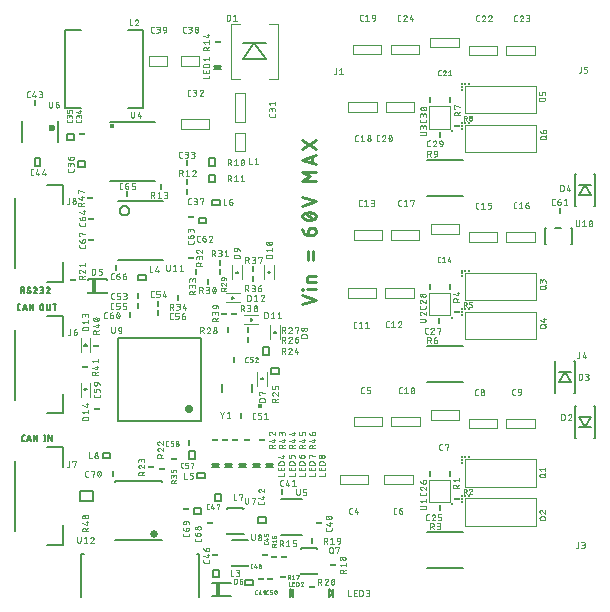
<source format=gto>
G04 EAGLE Gerber RS-274X export*
G75*
%MOMM*%
%FSLAX34Y34*%
%LPD*%
%INTop Silkscreen*%
%IPPOS*%
%AMOC8*
5,1,8,0,0,1.08239X$1,22.5*%
G01*
%ADD10C,0.279400*%
%ADD11C,0.127000*%
%ADD12C,0.100000*%
%ADD13C,0.101600*%
%ADD14C,0.203200*%
%ADD15C,0.721106*%
%ADD16C,0.152400*%
%ADD17R,0.200000X0.500000*%
%ADD18R,0.500000X0.200000*%
%ADD19C,0.076200*%
%ADD20C,0.400000*%
%ADD21C,0.200000*%
%ADD22C,0.640000*%
%ADD23C,0.600000*%
%ADD24C,0.050800*%
%ADD25R,0.375000X1.150000*%


D10*
X248673Y251397D02*
X260103Y255207D01*
X248673Y259017D01*
X252483Y264168D02*
X260103Y264168D01*
X249308Y263851D02*
X248673Y263851D01*
X248673Y264486D01*
X249308Y264486D01*
X249308Y263851D01*
X252483Y270162D02*
X260103Y270162D01*
X252483Y270162D02*
X252483Y273337D01*
X252485Y273422D01*
X252491Y273508D01*
X252500Y273593D01*
X252514Y273677D01*
X252531Y273761D01*
X252552Y273844D01*
X252576Y273926D01*
X252604Y274006D01*
X252636Y274086D01*
X252672Y274164D01*
X252710Y274240D01*
X252753Y274314D01*
X252798Y274386D01*
X252847Y274457D01*
X252899Y274525D01*
X252953Y274590D01*
X253011Y274653D01*
X253072Y274714D01*
X253135Y274772D01*
X253200Y274826D01*
X253268Y274878D01*
X253339Y274927D01*
X253411Y274972D01*
X253485Y275015D01*
X253561Y275053D01*
X253639Y275089D01*
X253719Y275121D01*
X253799Y275149D01*
X253881Y275173D01*
X253964Y275194D01*
X254048Y275211D01*
X254132Y275225D01*
X254217Y275234D01*
X254303Y275240D01*
X254388Y275242D01*
X260103Y275242D01*
X257563Y288948D02*
X257563Y296568D01*
X253753Y296568D02*
X253753Y288948D01*
X253753Y310066D02*
X253753Y313876D01*
X253755Y313976D01*
X253761Y314075D01*
X253771Y314175D01*
X253784Y314273D01*
X253802Y314372D01*
X253823Y314469D01*
X253848Y314565D01*
X253877Y314661D01*
X253910Y314755D01*
X253946Y314848D01*
X253986Y314939D01*
X254030Y315029D01*
X254077Y315117D01*
X254127Y315203D01*
X254181Y315287D01*
X254238Y315369D01*
X254298Y315448D01*
X254362Y315526D01*
X254428Y315600D01*
X254497Y315672D01*
X254569Y315741D01*
X254643Y315807D01*
X254721Y315871D01*
X254800Y315931D01*
X254882Y315988D01*
X254966Y316042D01*
X255052Y316092D01*
X255140Y316139D01*
X255230Y316183D01*
X255321Y316223D01*
X255414Y316259D01*
X255508Y316292D01*
X255604Y316321D01*
X255700Y316346D01*
X255797Y316367D01*
X255896Y316385D01*
X255994Y316398D01*
X256094Y316408D01*
X256193Y316414D01*
X256293Y316416D01*
X256928Y316416D01*
X257039Y316414D01*
X257149Y316408D01*
X257260Y316399D01*
X257370Y316385D01*
X257479Y316368D01*
X257588Y316347D01*
X257696Y316322D01*
X257803Y316293D01*
X257909Y316261D01*
X258014Y316225D01*
X258117Y316185D01*
X258219Y316142D01*
X258320Y316095D01*
X258419Y316044D01*
X258516Y315991D01*
X258610Y315934D01*
X258703Y315873D01*
X258794Y315810D01*
X258883Y315743D01*
X258969Y315673D01*
X259052Y315600D01*
X259134Y315525D01*
X259212Y315447D01*
X259287Y315365D01*
X259360Y315282D01*
X259430Y315196D01*
X259497Y315107D01*
X259560Y315016D01*
X259621Y314923D01*
X259678Y314828D01*
X259731Y314732D01*
X259782Y314633D01*
X259829Y314532D01*
X259872Y314430D01*
X259912Y314327D01*
X259948Y314222D01*
X259980Y314116D01*
X260009Y314009D01*
X260034Y313901D01*
X260055Y313792D01*
X260072Y313683D01*
X260086Y313573D01*
X260095Y313462D01*
X260101Y313352D01*
X260103Y313241D01*
X260101Y313130D01*
X260095Y313020D01*
X260086Y312909D01*
X260072Y312799D01*
X260055Y312690D01*
X260034Y312581D01*
X260009Y312473D01*
X259980Y312366D01*
X259948Y312260D01*
X259912Y312155D01*
X259872Y312052D01*
X259829Y311950D01*
X259782Y311849D01*
X259731Y311750D01*
X259678Y311653D01*
X259621Y311559D01*
X259560Y311466D01*
X259497Y311375D01*
X259430Y311286D01*
X259360Y311200D01*
X259287Y311117D01*
X259212Y311035D01*
X259134Y310957D01*
X259052Y310882D01*
X258969Y310809D01*
X258883Y310739D01*
X258794Y310672D01*
X258703Y310609D01*
X258610Y310548D01*
X258515Y310491D01*
X258419Y310438D01*
X258320Y310387D01*
X258219Y310340D01*
X258117Y310297D01*
X258014Y310257D01*
X257909Y310221D01*
X257803Y310189D01*
X257696Y310160D01*
X257588Y310135D01*
X257479Y310114D01*
X257370Y310097D01*
X257260Y310083D01*
X257149Y310074D01*
X257039Y310068D01*
X256928Y310066D01*
X253753Y310066D01*
X253613Y310068D01*
X253473Y310074D01*
X253333Y310083D01*
X253194Y310097D01*
X253055Y310114D01*
X252917Y310135D01*
X252779Y310160D01*
X252642Y310189D01*
X252506Y310221D01*
X252371Y310258D01*
X252237Y310298D01*
X252104Y310341D01*
X251972Y310389D01*
X251841Y310439D01*
X251712Y310494D01*
X251585Y310552D01*
X251459Y310613D01*
X251335Y310678D01*
X251213Y310747D01*
X251093Y310818D01*
X250975Y310893D01*
X250858Y310971D01*
X250744Y311053D01*
X250633Y311137D01*
X250524Y311225D01*
X250417Y311315D01*
X250312Y311409D01*
X250211Y311505D01*
X250112Y311604D01*
X250016Y311705D01*
X249922Y311810D01*
X249832Y311917D01*
X249744Y312026D01*
X249660Y312137D01*
X249578Y312251D01*
X249500Y312368D01*
X249425Y312486D01*
X249354Y312606D01*
X249285Y312728D01*
X249220Y312852D01*
X249159Y312978D01*
X249101Y313105D01*
X249046Y313234D01*
X248996Y313365D01*
X248948Y313497D01*
X248905Y313630D01*
X248865Y313764D01*
X248828Y313899D01*
X248796Y314035D01*
X248767Y314172D01*
X248742Y314310D01*
X248721Y314448D01*
X248704Y314587D01*
X248690Y314726D01*
X248681Y314866D01*
X248675Y315006D01*
X248673Y315146D01*
X250261Y323819D02*
X250464Y323723D01*
X250669Y323632D01*
X250877Y323546D01*
X251087Y323465D01*
X251298Y323388D01*
X251511Y323317D01*
X251726Y323251D01*
X251943Y323190D01*
X252161Y323134D01*
X252380Y323084D01*
X252600Y323038D01*
X252821Y322998D01*
X253043Y322963D01*
X253266Y322934D01*
X253490Y322910D01*
X253714Y322891D01*
X253938Y322878D01*
X254163Y322870D01*
X254388Y322867D01*
X250261Y323819D02*
X250173Y323851D01*
X250086Y323887D01*
X250000Y323926D01*
X249916Y323969D01*
X249834Y324015D01*
X249754Y324064D01*
X249676Y324116D01*
X249600Y324172D01*
X249526Y324230D01*
X249455Y324292D01*
X249386Y324356D01*
X249320Y324423D01*
X249257Y324492D01*
X249196Y324564D01*
X249138Y324638D01*
X249084Y324715D01*
X249032Y324793D01*
X248984Y324874D01*
X248939Y324956D01*
X248897Y325041D01*
X248859Y325127D01*
X248824Y325214D01*
X248792Y325302D01*
X248765Y325392D01*
X248740Y325483D01*
X248720Y325575D01*
X248703Y325667D01*
X248690Y325761D01*
X248681Y325854D01*
X248675Y325948D01*
X248673Y326042D01*
X248675Y326136D01*
X248681Y326230D01*
X248690Y326323D01*
X248703Y326417D01*
X248720Y326509D01*
X248740Y326601D01*
X248765Y326692D01*
X248792Y326782D01*
X248824Y326870D01*
X248859Y326957D01*
X248897Y327043D01*
X248939Y327128D01*
X248984Y327210D01*
X249032Y327291D01*
X249084Y327369D01*
X249138Y327446D01*
X249196Y327520D01*
X249257Y327592D01*
X249320Y327661D01*
X249386Y327728D01*
X249455Y327792D01*
X249526Y327854D01*
X249600Y327912D01*
X249676Y327968D01*
X249754Y328020D01*
X249834Y328069D01*
X249916Y328115D01*
X250000Y328158D01*
X250086Y328197D01*
X250173Y328233D01*
X250261Y328265D01*
X250464Y328361D01*
X250669Y328452D01*
X250877Y328538D01*
X251087Y328619D01*
X251298Y328696D01*
X251511Y328767D01*
X251726Y328833D01*
X251943Y328894D01*
X252161Y328950D01*
X252380Y329000D01*
X252600Y329046D01*
X252821Y329086D01*
X253043Y329121D01*
X253266Y329150D01*
X253490Y329174D01*
X253714Y329193D01*
X253938Y329206D01*
X254163Y329214D01*
X254388Y329217D01*
X254388Y322867D02*
X254613Y322870D01*
X254838Y322878D01*
X255062Y322891D01*
X255286Y322910D01*
X255510Y322934D01*
X255733Y322963D01*
X255955Y322998D01*
X256176Y323038D01*
X256396Y323084D01*
X256615Y323134D01*
X256833Y323190D01*
X257050Y323251D01*
X257265Y323317D01*
X257478Y323388D01*
X257689Y323465D01*
X257899Y323546D01*
X258107Y323632D01*
X258312Y323723D01*
X258515Y323819D01*
X258516Y323819D02*
X258604Y323851D01*
X258691Y323887D01*
X258777Y323926D01*
X258861Y323969D01*
X258943Y324015D01*
X259023Y324064D01*
X259101Y324116D01*
X259177Y324172D01*
X259251Y324230D01*
X259322Y324292D01*
X259391Y324356D01*
X259457Y324423D01*
X259520Y324492D01*
X259581Y324564D01*
X259639Y324638D01*
X259693Y324715D01*
X259745Y324793D01*
X259793Y324874D01*
X259838Y324956D01*
X259880Y325041D01*
X259918Y325127D01*
X259953Y325214D01*
X259985Y325302D01*
X260012Y325392D01*
X260037Y325483D01*
X260057Y325575D01*
X260074Y325667D01*
X260087Y325761D01*
X260096Y325854D01*
X260102Y325948D01*
X260104Y326042D01*
X258515Y328265D02*
X258312Y328361D01*
X258107Y328452D01*
X257899Y328538D01*
X257689Y328619D01*
X257478Y328696D01*
X257265Y328767D01*
X257050Y328833D01*
X256833Y328894D01*
X256615Y328950D01*
X256396Y329000D01*
X256176Y329046D01*
X255955Y329086D01*
X255733Y329121D01*
X255510Y329150D01*
X255286Y329174D01*
X255062Y329193D01*
X254838Y329206D01*
X254613Y329214D01*
X254388Y329217D01*
X258516Y328265D02*
X258604Y328233D01*
X258691Y328197D01*
X258777Y328158D01*
X258861Y328115D01*
X258943Y328069D01*
X259023Y328020D01*
X259101Y327968D01*
X259177Y327912D01*
X259251Y327854D01*
X259322Y327792D01*
X259391Y327728D01*
X259457Y327661D01*
X259520Y327592D01*
X259581Y327520D01*
X259639Y327446D01*
X259693Y327369D01*
X259745Y327291D01*
X259793Y327210D01*
X259838Y327128D01*
X259880Y327043D01*
X259918Y326957D01*
X259953Y326870D01*
X259985Y326782D01*
X260012Y326692D01*
X260037Y326601D01*
X260057Y326509D01*
X260074Y326417D01*
X260087Y326323D01*
X260096Y326230D01*
X260102Y326136D01*
X260104Y326042D01*
X257563Y323502D02*
X251213Y328582D01*
X248673Y335034D02*
X260103Y338844D01*
X248673Y342654D01*
X248673Y355943D02*
X260103Y355943D01*
X255023Y359753D02*
X248673Y355943D01*
X255023Y359753D02*
X248673Y363563D01*
X260103Y363563D01*
X260103Y370025D02*
X248673Y373835D01*
X260103Y377645D01*
X257246Y376692D02*
X257246Y370977D01*
X260103Y382826D02*
X248673Y390446D01*
X248673Y382826D02*
X260103Y390446D01*
D11*
X13489Y135635D02*
X12416Y135635D01*
X12351Y135637D01*
X12287Y135643D01*
X12223Y135653D01*
X12159Y135666D01*
X12097Y135684D01*
X12036Y135705D01*
X11976Y135729D01*
X11918Y135758D01*
X11861Y135790D01*
X11807Y135825D01*
X11755Y135863D01*
X11705Y135905D01*
X11658Y135949D01*
X11614Y135996D01*
X11572Y136046D01*
X11534Y136098D01*
X11499Y136152D01*
X11467Y136209D01*
X11438Y136267D01*
X11414Y136327D01*
X11393Y136388D01*
X11375Y136450D01*
X11362Y136514D01*
X11352Y136578D01*
X11346Y136642D01*
X11344Y136707D01*
X11344Y139389D01*
X11346Y139454D01*
X11352Y139518D01*
X11362Y139582D01*
X11375Y139646D01*
X11393Y139708D01*
X11414Y139769D01*
X11438Y139829D01*
X11467Y139887D01*
X11499Y139944D01*
X11534Y139998D01*
X11572Y140050D01*
X11614Y140100D01*
X11658Y140147D01*
X11705Y140191D01*
X11755Y140233D01*
X11807Y140271D01*
X11861Y140306D01*
X11918Y140338D01*
X11976Y140367D01*
X12036Y140391D01*
X12097Y140412D01*
X12159Y140430D01*
X12223Y140443D01*
X12287Y140453D01*
X12351Y140459D01*
X12416Y140461D01*
X13489Y140461D01*
X17285Y140461D02*
X15677Y135635D01*
X18894Y135635D02*
X17285Y140461D01*
X18492Y136842D02*
X16079Y136842D01*
X21614Y135635D02*
X21614Y140461D01*
X24295Y135635D01*
X24295Y140461D01*
X30452Y140461D02*
X30452Y135635D01*
X29916Y135635D02*
X30989Y135635D01*
X30989Y140461D02*
X29916Y140461D01*
X33684Y140461D02*
X33684Y135635D01*
X36365Y135635D02*
X33684Y140461D01*
X36365Y140461D02*
X36365Y135635D01*
X9991Y246635D02*
X8918Y246635D01*
X8853Y246637D01*
X8789Y246643D01*
X8725Y246653D01*
X8661Y246666D01*
X8599Y246684D01*
X8538Y246705D01*
X8478Y246729D01*
X8420Y246758D01*
X8363Y246790D01*
X8309Y246825D01*
X8257Y246863D01*
X8207Y246905D01*
X8160Y246949D01*
X8116Y246996D01*
X8074Y247046D01*
X8036Y247098D01*
X8001Y247152D01*
X7969Y247209D01*
X7940Y247267D01*
X7916Y247327D01*
X7895Y247388D01*
X7877Y247450D01*
X7864Y247514D01*
X7854Y247578D01*
X7848Y247642D01*
X7846Y247707D01*
X7846Y250389D01*
X7848Y250454D01*
X7854Y250518D01*
X7864Y250582D01*
X7877Y250646D01*
X7895Y250708D01*
X7916Y250769D01*
X7940Y250829D01*
X7969Y250887D01*
X8001Y250944D01*
X8036Y250998D01*
X8074Y251050D01*
X8116Y251100D01*
X8160Y251147D01*
X8207Y251191D01*
X8257Y251233D01*
X8309Y251271D01*
X8363Y251306D01*
X8420Y251338D01*
X8478Y251367D01*
X8538Y251391D01*
X8599Y251412D01*
X8661Y251430D01*
X8725Y251443D01*
X8789Y251453D01*
X8853Y251459D01*
X8918Y251461D01*
X9991Y251461D01*
X13787Y251461D02*
X12178Y246635D01*
X15396Y246635D02*
X13787Y251461D01*
X14994Y247842D02*
X12581Y247842D01*
X18116Y246635D02*
X18116Y251461D01*
X20797Y246635D01*
X20797Y251461D01*
X26711Y250120D02*
X26711Y247976D01*
X26711Y250120D02*
X26713Y250191D01*
X26719Y250263D01*
X26728Y250333D01*
X26741Y250403D01*
X26758Y250473D01*
X26779Y250541D01*
X26803Y250608D01*
X26831Y250674D01*
X26862Y250738D01*
X26897Y250801D01*
X26935Y250861D01*
X26976Y250920D01*
X27020Y250976D01*
X27067Y251030D01*
X27116Y251081D01*
X27169Y251129D01*
X27224Y251175D01*
X27281Y251217D01*
X27341Y251257D01*
X27402Y251293D01*
X27466Y251326D01*
X27531Y251355D01*
X27597Y251381D01*
X27665Y251404D01*
X27734Y251423D01*
X27804Y251438D01*
X27874Y251449D01*
X27945Y251457D01*
X28016Y251461D01*
X28088Y251461D01*
X28159Y251457D01*
X28230Y251449D01*
X28300Y251438D01*
X28370Y251423D01*
X28439Y251404D01*
X28507Y251381D01*
X28573Y251355D01*
X28638Y251326D01*
X28702Y251293D01*
X28763Y251257D01*
X28823Y251217D01*
X28880Y251175D01*
X28935Y251129D01*
X28988Y251081D01*
X29037Y251030D01*
X29084Y250976D01*
X29128Y250920D01*
X29169Y250861D01*
X29207Y250801D01*
X29242Y250738D01*
X29273Y250674D01*
X29301Y250608D01*
X29325Y250541D01*
X29346Y250473D01*
X29363Y250403D01*
X29376Y250333D01*
X29385Y250263D01*
X29391Y250191D01*
X29393Y250120D01*
X29392Y250120D02*
X29392Y247976D01*
X29393Y247976D02*
X29391Y247905D01*
X29385Y247833D01*
X29376Y247763D01*
X29363Y247693D01*
X29346Y247623D01*
X29325Y247555D01*
X29301Y247488D01*
X29273Y247422D01*
X29242Y247358D01*
X29207Y247295D01*
X29169Y247235D01*
X29128Y247176D01*
X29084Y247120D01*
X29037Y247066D01*
X28988Y247015D01*
X28935Y246967D01*
X28880Y246921D01*
X28823Y246879D01*
X28763Y246839D01*
X28702Y246803D01*
X28638Y246770D01*
X28573Y246741D01*
X28507Y246715D01*
X28439Y246692D01*
X28370Y246673D01*
X28300Y246658D01*
X28230Y246647D01*
X28159Y246639D01*
X28088Y246635D01*
X28016Y246635D01*
X27945Y246639D01*
X27874Y246647D01*
X27804Y246658D01*
X27734Y246673D01*
X27665Y246692D01*
X27597Y246715D01*
X27531Y246741D01*
X27466Y246770D01*
X27402Y246803D01*
X27341Y246839D01*
X27281Y246879D01*
X27224Y246921D01*
X27169Y246967D01*
X27116Y247015D01*
X27067Y247066D01*
X27020Y247120D01*
X26976Y247176D01*
X26935Y247235D01*
X26897Y247295D01*
X26862Y247358D01*
X26831Y247422D01*
X26803Y247488D01*
X26779Y247555D01*
X26758Y247623D01*
X26741Y247693D01*
X26728Y247763D01*
X26719Y247833D01*
X26713Y247905D01*
X26711Y247976D01*
X32380Y247976D02*
X32380Y251461D01*
X32380Y247976D02*
X32382Y247905D01*
X32388Y247833D01*
X32397Y247763D01*
X32410Y247693D01*
X32427Y247623D01*
X32448Y247555D01*
X32472Y247488D01*
X32500Y247422D01*
X32531Y247358D01*
X32566Y247295D01*
X32604Y247235D01*
X32645Y247176D01*
X32689Y247120D01*
X32736Y247066D01*
X32785Y247015D01*
X32838Y246967D01*
X32893Y246921D01*
X32950Y246879D01*
X33010Y246839D01*
X33071Y246803D01*
X33135Y246770D01*
X33200Y246741D01*
X33266Y246715D01*
X33334Y246692D01*
X33403Y246673D01*
X33473Y246658D01*
X33543Y246647D01*
X33614Y246639D01*
X33685Y246635D01*
X33757Y246635D01*
X33828Y246639D01*
X33899Y246647D01*
X33969Y246658D01*
X34039Y246673D01*
X34108Y246692D01*
X34176Y246715D01*
X34242Y246741D01*
X34307Y246770D01*
X34371Y246803D01*
X34432Y246839D01*
X34492Y246879D01*
X34549Y246921D01*
X34604Y246967D01*
X34657Y247015D01*
X34706Y247066D01*
X34753Y247120D01*
X34797Y247176D01*
X34838Y247235D01*
X34876Y247295D01*
X34911Y247358D01*
X34942Y247422D01*
X34970Y247488D01*
X34994Y247555D01*
X35015Y247623D01*
X35032Y247693D01*
X35045Y247763D01*
X35054Y247833D01*
X35060Y247905D01*
X35062Y247976D01*
X35062Y251461D01*
X39024Y251461D02*
X39024Y246635D01*
X37684Y251461D02*
X40365Y251461D01*
X10635Y261039D02*
X10635Y265865D01*
X11976Y265865D01*
X12047Y265863D01*
X12119Y265857D01*
X12189Y265848D01*
X12259Y265835D01*
X12329Y265818D01*
X12397Y265797D01*
X12464Y265773D01*
X12530Y265745D01*
X12594Y265714D01*
X12657Y265679D01*
X12717Y265641D01*
X12776Y265600D01*
X12832Y265556D01*
X12886Y265509D01*
X12937Y265460D01*
X12985Y265407D01*
X13031Y265352D01*
X13073Y265295D01*
X13113Y265235D01*
X13149Y265174D01*
X13182Y265110D01*
X13211Y265045D01*
X13237Y264979D01*
X13260Y264911D01*
X13279Y264842D01*
X13294Y264772D01*
X13305Y264702D01*
X13313Y264631D01*
X13317Y264560D01*
X13317Y264488D01*
X13313Y264417D01*
X13305Y264346D01*
X13294Y264276D01*
X13279Y264206D01*
X13260Y264137D01*
X13237Y264069D01*
X13211Y264003D01*
X13182Y263938D01*
X13149Y263874D01*
X13113Y263813D01*
X13073Y263753D01*
X13031Y263696D01*
X12985Y263641D01*
X12937Y263588D01*
X12886Y263539D01*
X12832Y263492D01*
X12776Y263448D01*
X12717Y263407D01*
X12657Y263369D01*
X12594Y263334D01*
X12530Y263303D01*
X12464Y263275D01*
X12397Y263251D01*
X12329Y263230D01*
X12259Y263213D01*
X12189Y263200D01*
X12119Y263191D01*
X12047Y263185D01*
X11976Y263183D01*
X11976Y263184D02*
X10635Y263184D01*
X12244Y263184D02*
X13316Y261039D01*
X17483Y261039D02*
X17548Y261041D01*
X17612Y261047D01*
X17676Y261057D01*
X17740Y261070D01*
X17802Y261088D01*
X17863Y261109D01*
X17923Y261133D01*
X17981Y261162D01*
X18038Y261194D01*
X18092Y261229D01*
X18144Y261267D01*
X18194Y261309D01*
X18241Y261353D01*
X18285Y261400D01*
X18327Y261450D01*
X18365Y261502D01*
X18400Y261556D01*
X18432Y261613D01*
X18461Y261671D01*
X18485Y261731D01*
X18506Y261792D01*
X18524Y261854D01*
X18537Y261918D01*
X18547Y261982D01*
X18553Y262046D01*
X18555Y262111D01*
X17483Y261039D02*
X17389Y261041D01*
X17295Y261047D01*
X17201Y261057D01*
X17108Y261070D01*
X17016Y261088D01*
X16924Y261109D01*
X16833Y261134D01*
X16743Y261163D01*
X16655Y261196D01*
X16568Y261232D01*
X16483Y261272D01*
X16399Y261315D01*
X16318Y261362D01*
X16238Y261412D01*
X16160Y261465D01*
X16085Y261522D01*
X16012Y261581D01*
X15942Y261644D01*
X15874Y261709D01*
X16009Y264793D02*
X16011Y264858D01*
X16017Y264922D01*
X16027Y264986D01*
X16040Y265050D01*
X16058Y265112D01*
X16079Y265173D01*
X16103Y265233D01*
X16132Y265291D01*
X16164Y265348D01*
X16199Y265402D01*
X16237Y265454D01*
X16279Y265504D01*
X16323Y265551D01*
X16370Y265595D01*
X16420Y265637D01*
X16472Y265675D01*
X16526Y265710D01*
X16583Y265742D01*
X16641Y265771D01*
X16701Y265795D01*
X16762Y265816D01*
X16824Y265834D01*
X16888Y265847D01*
X16952Y265857D01*
X17016Y265863D01*
X17081Y265865D01*
X17167Y265863D01*
X17253Y265858D01*
X17339Y265848D01*
X17424Y265835D01*
X17509Y265819D01*
X17593Y265799D01*
X17676Y265775D01*
X17758Y265748D01*
X17838Y265717D01*
X17918Y265683D01*
X17995Y265645D01*
X18071Y265604D01*
X18145Y265560D01*
X18217Y265513D01*
X18288Y265463D01*
X16545Y263855D02*
X16492Y263888D01*
X16441Y263925D01*
X16392Y263964D01*
X16345Y264006D01*
X16301Y264051D01*
X16260Y264098D01*
X16221Y264147D01*
X16185Y264199D01*
X16152Y264253D01*
X16123Y264308D01*
X16097Y264365D01*
X16074Y264424D01*
X16054Y264483D01*
X16038Y264544D01*
X16025Y264605D01*
X16016Y264668D01*
X16011Y264730D01*
X16009Y264793D01*
X18020Y263049D02*
X18073Y263016D01*
X18124Y262979D01*
X18173Y262940D01*
X18220Y262898D01*
X18264Y262853D01*
X18305Y262806D01*
X18344Y262757D01*
X18380Y262705D01*
X18413Y262651D01*
X18442Y262596D01*
X18468Y262539D01*
X18491Y262480D01*
X18511Y262421D01*
X18527Y262360D01*
X18540Y262299D01*
X18549Y262236D01*
X18554Y262174D01*
X18556Y262111D01*
X18020Y263050D02*
X16545Y263854D01*
X22653Y265865D02*
X22721Y265863D01*
X22788Y265857D01*
X22855Y265848D01*
X22922Y265835D01*
X22987Y265818D01*
X23052Y265797D01*
X23115Y265773D01*
X23177Y265745D01*
X23237Y265714D01*
X23295Y265680D01*
X23351Y265642D01*
X23406Y265602D01*
X23457Y265558D01*
X23506Y265511D01*
X23553Y265462D01*
X23597Y265411D01*
X23637Y265356D01*
X23675Y265300D01*
X23709Y265242D01*
X23740Y265182D01*
X23768Y265120D01*
X23792Y265057D01*
X23813Y264992D01*
X23830Y264927D01*
X23843Y264860D01*
X23852Y264793D01*
X23858Y264726D01*
X23860Y264658D01*
X22653Y265865D02*
X22575Y265863D01*
X22497Y265857D01*
X22420Y265847D01*
X22343Y265834D01*
X22267Y265816D01*
X22192Y265795D01*
X22118Y265770D01*
X22046Y265741D01*
X21975Y265709D01*
X21906Y265673D01*
X21838Y265634D01*
X21773Y265591D01*
X21710Y265545D01*
X21649Y265496D01*
X21591Y265444D01*
X21536Y265389D01*
X21483Y265332D01*
X21434Y265272D01*
X21387Y265209D01*
X21344Y265145D01*
X21304Y265078D01*
X21267Y265009D01*
X21234Y264938D01*
X21204Y264866D01*
X21178Y264793D01*
X23457Y263720D02*
X23506Y263769D01*
X23553Y263821D01*
X23596Y263876D01*
X23637Y263933D01*
X23675Y263992D01*
X23709Y264053D01*
X23740Y264116D01*
X23768Y264180D01*
X23792Y264246D01*
X23812Y264312D01*
X23829Y264380D01*
X23842Y264449D01*
X23851Y264518D01*
X23857Y264588D01*
X23859Y264658D01*
X23457Y263720D02*
X21178Y261039D01*
X23859Y261039D01*
X26665Y261039D02*
X28005Y261039D01*
X28076Y261041D01*
X28148Y261047D01*
X28218Y261056D01*
X28288Y261069D01*
X28358Y261086D01*
X28426Y261107D01*
X28493Y261131D01*
X28559Y261159D01*
X28623Y261190D01*
X28686Y261225D01*
X28746Y261263D01*
X28805Y261304D01*
X28861Y261348D01*
X28915Y261395D01*
X28966Y261444D01*
X29014Y261497D01*
X29060Y261552D01*
X29102Y261609D01*
X29142Y261669D01*
X29178Y261730D01*
X29211Y261794D01*
X29240Y261859D01*
X29266Y261925D01*
X29289Y261993D01*
X29308Y262062D01*
X29323Y262132D01*
X29334Y262202D01*
X29342Y262273D01*
X29346Y262344D01*
X29346Y262416D01*
X29342Y262487D01*
X29334Y262558D01*
X29323Y262628D01*
X29308Y262698D01*
X29289Y262767D01*
X29266Y262835D01*
X29240Y262901D01*
X29211Y262966D01*
X29178Y263030D01*
X29142Y263091D01*
X29102Y263151D01*
X29060Y263208D01*
X29014Y263263D01*
X28966Y263316D01*
X28915Y263365D01*
X28861Y263412D01*
X28805Y263456D01*
X28746Y263497D01*
X28686Y263535D01*
X28623Y263570D01*
X28559Y263601D01*
X28493Y263629D01*
X28426Y263653D01*
X28358Y263674D01*
X28288Y263691D01*
X28218Y263704D01*
X28148Y263713D01*
X28076Y263719D01*
X28005Y263721D01*
X28273Y265865D02*
X26665Y265865D01*
X28273Y265865D02*
X28338Y265863D01*
X28402Y265857D01*
X28466Y265847D01*
X28530Y265834D01*
X28592Y265816D01*
X28653Y265795D01*
X28713Y265771D01*
X28771Y265742D01*
X28828Y265710D01*
X28882Y265675D01*
X28934Y265637D01*
X28984Y265595D01*
X29031Y265551D01*
X29075Y265504D01*
X29117Y265454D01*
X29155Y265402D01*
X29190Y265348D01*
X29222Y265291D01*
X29251Y265233D01*
X29275Y265173D01*
X29296Y265112D01*
X29314Y265050D01*
X29327Y264986D01*
X29337Y264922D01*
X29343Y264858D01*
X29345Y264793D01*
X29343Y264728D01*
X29337Y264664D01*
X29327Y264600D01*
X29314Y264536D01*
X29296Y264474D01*
X29275Y264413D01*
X29251Y264353D01*
X29222Y264295D01*
X29190Y264238D01*
X29155Y264184D01*
X29117Y264132D01*
X29075Y264082D01*
X29031Y264035D01*
X28984Y263991D01*
X28934Y263949D01*
X28882Y263911D01*
X28828Y263876D01*
X28771Y263844D01*
X28713Y263815D01*
X28653Y263791D01*
X28592Y263770D01*
X28530Y263752D01*
X28466Y263739D01*
X28402Y263729D01*
X28338Y263723D01*
X28273Y263721D01*
X28273Y263720D02*
X27201Y263720D01*
X33626Y265865D02*
X33694Y265863D01*
X33761Y265857D01*
X33828Y265848D01*
X33895Y265835D01*
X33960Y265818D01*
X34025Y265797D01*
X34088Y265773D01*
X34150Y265745D01*
X34210Y265714D01*
X34268Y265680D01*
X34324Y265642D01*
X34379Y265602D01*
X34430Y265558D01*
X34479Y265511D01*
X34526Y265462D01*
X34570Y265411D01*
X34610Y265356D01*
X34648Y265300D01*
X34682Y265242D01*
X34713Y265182D01*
X34741Y265120D01*
X34765Y265057D01*
X34786Y264992D01*
X34803Y264927D01*
X34816Y264860D01*
X34825Y264793D01*
X34831Y264726D01*
X34833Y264658D01*
X33626Y265865D02*
X33548Y265863D01*
X33470Y265857D01*
X33393Y265847D01*
X33316Y265834D01*
X33240Y265816D01*
X33165Y265795D01*
X33091Y265770D01*
X33019Y265741D01*
X32948Y265709D01*
X32879Y265673D01*
X32811Y265634D01*
X32746Y265591D01*
X32683Y265545D01*
X32622Y265496D01*
X32564Y265444D01*
X32509Y265389D01*
X32456Y265332D01*
X32407Y265272D01*
X32360Y265209D01*
X32317Y265145D01*
X32277Y265078D01*
X32240Y265009D01*
X32207Y264938D01*
X32177Y264866D01*
X32151Y264793D01*
X34430Y263720D02*
X34479Y263769D01*
X34526Y263821D01*
X34569Y263876D01*
X34610Y263933D01*
X34648Y263992D01*
X34682Y264053D01*
X34713Y264116D01*
X34741Y264180D01*
X34765Y264246D01*
X34785Y264312D01*
X34802Y264380D01*
X34815Y264449D01*
X34824Y264518D01*
X34830Y264588D01*
X34832Y264658D01*
X34430Y263720D02*
X32151Y261039D01*
X34832Y261039D01*
D12*
X280510Y107000D02*
X280510Y99000D01*
X304490Y99000D01*
X304490Y107000D01*
X280510Y107000D01*
D13*
X289637Y74008D02*
X290766Y74008D01*
X289637Y74008D02*
X289571Y74010D01*
X289506Y74016D01*
X289441Y74025D01*
X289377Y74038D01*
X289313Y74055D01*
X289251Y74076D01*
X289190Y74100D01*
X289130Y74128D01*
X289073Y74159D01*
X289017Y74194D01*
X288963Y74231D01*
X288911Y74272D01*
X288862Y74316D01*
X288816Y74362D01*
X288772Y74411D01*
X288731Y74463D01*
X288694Y74517D01*
X288659Y74573D01*
X288628Y74630D01*
X288600Y74690D01*
X288576Y74751D01*
X288555Y74813D01*
X288538Y74877D01*
X288525Y74941D01*
X288516Y75006D01*
X288510Y75071D01*
X288508Y75137D01*
X288508Y77959D01*
X288510Y78025D01*
X288516Y78090D01*
X288525Y78155D01*
X288538Y78219D01*
X288555Y78283D01*
X288576Y78345D01*
X288600Y78406D01*
X288628Y78466D01*
X288659Y78523D01*
X288694Y78579D01*
X288731Y78633D01*
X288772Y78685D01*
X288816Y78734D01*
X288862Y78780D01*
X288911Y78824D01*
X288963Y78865D01*
X289017Y78902D01*
X289072Y78937D01*
X289130Y78968D01*
X289190Y78996D01*
X289251Y79020D01*
X289313Y79041D01*
X289377Y79058D01*
X289441Y79071D01*
X289506Y79080D01*
X289571Y79086D01*
X289637Y79088D01*
X290766Y79088D01*
X294233Y79088D02*
X293105Y75137D01*
X295927Y75137D01*
X295080Y76266D02*
X295080Y74008D01*
D12*
X315990Y148000D02*
X315990Y156000D01*
X292010Y156000D01*
X292010Y148000D01*
X315990Y148000D01*
D13*
X300766Y176008D02*
X299637Y176008D01*
X299571Y176010D01*
X299506Y176016D01*
X299441Y176025D01*
X299377Y176038D01*
X299313Y176055D01*
X299251Y176076D01*
X299190Y176100D01*
X299130Y176128D01*
X299073Y176159D01*
X299017Y176194D01*
X298963Y176231D01*
X298911Y176272D01*
X298862Y176316D01*
X298816Y176362D01*
X298772Y176411D01*
X298731Y176463D01*
X298694Y176517D01*
X298659Y176573D01*
X298628Y176630D01*
X298600Y176690D01*
X298576Y176751D01*
X298555Y176813D01*
X298538Y176877D01*
X298525Y176941D01*
X298516Y177006D01*
X298510Y177071D01*
X298508Y177137D01*
X298508Y179959D01*
X298510Y180025D01*
X298516Y180090D01*
X298525Y180155D01*
X298538Y180219D01*
X298555Y180283D01*
X298576Y180345D01*
X298600Y180406D01*
X298628Y180466D01*
X298659Y180523D01*
X298694Y180579D01*
X298731Y180633D01*
X298772Y180685D01*
X298816Y180734D01*
X298862Y180780D01*
X298911Y180824D01*
X298963Y180865D01*
X299017Y180902D01*
X299072Y180937D01*
X299130Y180968D01*
X299190Y180996D01*
X299251Y181020D01*
X299313Y181041D01*
X299377Y181058D01*
X299441Y181071D01*
X299506Y181080D01*
X299571Y181086D01*
X299637Y181088D01*
X300766Y181088D01*
X303105Y176008D02*
X304798Y176008D01*
X304864Y176010D01*
X304929Y176016D01*
X304994Y176025D01*
X305058Y176038D01*
X305122Y176055D01*
X305184Y176076D01*
X305245Y176100D01*
X305305Y176128D01*
X305362Y176159D01*
X305418Y176194D01*
X305472Y176231D01*
X305524Y176272D01*
X305573Y176316D01*
X305619Y176362D01*
X305663Y176411D01*
X305704Y176463D01*
X305741Y176517D01*
X305776Y176572D01*
X305807Y176630D01*
X305835Y176690D01*
X305859Y176751D01*
X305880Y176813D01*
X305897Y176877D01*
X305910Y176941D01*
X305919Y177006D01*
X305925Y177071D01*
X305927Y177137D01*
X305927Y177701D01*
X305925Y177767D01*
X305919Y177832D01*
X305910Y177897D01*
X305897Y177961D01*
X305880Y178025D01*
X305859Y178087D01*
X305835Y178148D01*
X305807Y178208D01*
X305776Y178266D01*
X305741Y178321D01*
X305704Y178375D01*
X305663Y178427D01*
X305619Y178476D01*
X305573Y178522D01*
X305524Y178566D01*
X305472Y178607D01*
X305418Y178644D01*
X305363Y178679D01*
X305305Y178710D01*
X305245Y178738D01*
X305184Y178762D01*
X305122Y178783D01*
X305058Y178800D01*
X304994Y178813D01*
X304929Y178822D01*
X304864Y178828D01*
X304798Y178830D01*
X303105Y178830D01*
X303105Y181088D01*
X305927Y181088D01*
D12*
X318010Y107000D02*
X318010Y99000D01*
X341990Y99000D01*
X341990Y107000D01*
X318010Y107000D01*
D13*
X327137Y74008D02*
X328266Y74008D01*
X327137Y74008D02*
X327071Y74010D01*
X327006Y74016D01*
X326941Y74025D01*
X326877Y74038D01*
X326813Y74055D01*
X326751Y74076D01*
X326690Y74100D01*
X326630Y74128D01*
X326573Y74159D01*
X326517Y74194D01*
X326463Y74231D01*
X326411Y74272D01*
X326362Y74316D01*
X326316Y74362D01*
X326272Y74411D01*
X326231Y74463D01*
X326194Y74517D01*
X326159Y74573D01*
X326128Y74630D01*
X326100Y74690D01*
X326076Y74751D01*
X326055Y74813D01*
X326038Y74877D01*
X326025Y74941D01*
X326016Y75006D01*
X326010Y75071D01*
X326008Y75137D01*
X326008Y77959D01*
X326010Y78025D01*
X326016Y78090D01*
X326025Y78155D01*
X326038Y78219D01*
X326055Y78283D01*
X326076Y78345D01*
X326100Y78406D01*
X326128Y78466D01*
X326159Y78523D01*
X326194Y78579D01*
X326231Y78633D01*
X326272Y78685D01*
X326316Y78734D01*
X326362Y78780D01*
X326411Y78824D01*
X326463Y78865D01*
X326517Y78902D01*
X326572Y78937D01*
X326630Y78968D01*
X326690Y78996D01*
X326751Y79020D01*
X326813Y79041D01*
X326877Y79058D01*
X326941Y79071D01*
X327006Y79080D01*
X327071Y79086D01*
X327137Y79088D01*
X328266Y79088D01*
X330605Y76830D02*
X332298Y76830D01*
X332364Y76828D01*
X332429Y76822D01*
X332494Y76813D01*
X332558Y76800D01*
X332622Y76783D01*
X332684Y76762D01*
X332745Y76738D01*
X332805Y76710D01*
X332863Y76679D01*
X332918Y76644D01*
X332972Y76607D01*
X333024Y76566D01*
X333073Y76522D01*
X333119Y76476D01*
X333163Y76427D01*
X333204Y76375D01*
X333241Y76321D01*
X333276Y76266D01*
X333307Y76208D01*
X333335Y76148D01*
X333359Y76087D01*
X333380Y76025D01*
X333397Y75961D01*
X333410Y75897D01*
X333419Y75832D01*
X333425Y75767D01*
X333427Y75701D01*
X333427Y75419D01*
X333425Y75345D01*
X333419Y75272D01*
X333410Y75198D01*
X333396Y75126D01*
X333379Y75054D01*
X333358Y74983D01*
X333333Y74913D01*
X333305Y74845D01*
X333273Y74778D01*
X333238Y74714D01*
X333199Y74651D01*
X333158Y74590D01*
X333113Y74531D01*
X333065Y74475D01*
X333014Y74421D01*
X332960Y74370D01*
X332904Y74322D01*
X332845Y74277D01*
X332784Y74236D01*
X332722Y74197D01*
X332657Y74162D01*
X332590Y74130D01*
X332522Y74102D01*
X332452Y74077D01*
X332381Y74056D01*
X332309Y74039D01*
X332237Y74025D01*
X332163Y74016D01*
X332090Y74010D01*
X332016Y74008D01*
X331942Y74010D01*
X331869Y74016D01*
X331795Y74025D01*
X331723Y74039D01*
X331651Y74056D01*
X331580Y74077D01*
X331510Y74102D01*
X331442Y74130D01*
X331375Y74162D01*
X331311Y74197D01*
X331248Y74236D01*
X331187Y74277D01*
X331128Y74322D01*
X331072Y74370D01*
X331018Y74421D01*
X330967Y74475D01*
X330919Y74531D01*
X330874Y74590D01*
X330833Y74651D01*
X330794Y74714D01*
X330759Y74778D01*
X330727Y74845D01*
X330699Y74913D01*
X330674Y74983D01*
X330653Y75054D01*
X330636Y75126D01*
X330622Y75198D01*
X330613Y75272D01*
X330607Y75345D01*
X330605Y75419D01*
X330605Y76830D01*
X330604Y76830D02*
X330606Y76923D01*
X330612Y77016D01*
X330621Y77109D01*
X330635Y77202D01*
X330652Y77293D01*
X330673Y77384D01*
X330698Y77474D01*
X330726Y77563D01*
X330758Y77651D01*
X330794Y77737D01*
X330833Y77822D01*
X330876Y77905D01*
X330922Y77986D01*
X330972Y78065D01*
X331024Y78142D01*
X331080Y78217D01*
X331139Y78289D01*
X331201Y78359D01*
X331265Y78427D01*
X331333Y78491D01*
X331403Y78553D01*
X331475Y78612D01*
X331550Y78668D01*
X331627Y78720D01*
X331706Y78770D01*
X331787Y78816D01*
X331870Y78859D01*
X331955Y78898D01*
X332041Y78934D01*
X332129Y78966D01*
X332218Y78994D01*
X332308Y79019D01*
X332399Y79040D01*
X332490Y79057D01*
X332583Y79071D01*
X332676Y79080D01*
X332769Y79086D01*
X332862Y79088D01*
D12*
X381490Y153500D02*
X381490Y161500D01*
X357510Y161500D01*
X357510Y153500D01*
X381490Y153500D01*
D13*
X367016Y128008D02*
X365887Y128008D01*
X365821Y128010D01*
X365756Y128016D01*
X365691Y128025D01*
X365627Y128038D01*
X365563Y128055D01*
X365501Y128076D01*
X365440Y128100D01*
X365380Y128128D01*
X365323Y128159D01*
X365267Y128194D01*
X365213Y128231D01*
X365161Y128272D01*
X365112Y128316D01*
X365066Y128362D01*
X365022Y128411D01*
X364981Y128463D01*
X364944Y128517D01*
X364909Y128573D01*
X364878Y128630D01*
X364850Y128690D01*
X364826Y128751D01*
X364805Y128813D01*
X364788Y128877D01*
X364775Y128941D01*
X364766Y129006D01*
X364760Y129071D01*
X364758Y129137D01*
X364758Y131959D01*
X364760Y132025D01*
X364766Y132090D01*
X364775Y132155D01*
X364788Y132219D01*
X364805Y132283D01*
X364826Y132345D01*
X364850Y132406D01*
X364878Y132466D01*
X364909Y132523D01*
X364944Y132579D01*
X364981Y132633D01*
X365022Y132685D01*
X365066Y132734D01*
X365112Y132780D01*
X365161Y132824D01*
X365213Y132865D01*
X365267Y132902D01*
X365322Y132937D01*
X365380Y132968D01*
X365440Y132996D01*
X365501Y133020D01*
X365563Y133041D01*
X365627Y133058D01*
X365691Y133071D01*
X365756Y133080D01*
X365821Y133086D01*
X365887Y133088D01*
X367016Y133088D01*
X369355Y133088D02*
X369355Y132524D01*
X369355Y133088D02*
X372177Y133088D01*
X370766Y128008D01*
D12*
X413490Y146500D02*
X413490Y154500D01*
X389510Y154500D01*
X389510Y146500D01*
X413490Y146500D01*
D13*
X397266Y174508D02*
X396137Y174508D01*
X396071Y174510D01*
X396006Y174516D01*
X395941Y174525D01*
X395877Y174538D01*
X395813Y174555D01*
X395751Y174576D01*
X395690Y174600D01*
X395630Y174628D01*
X395573Y174659D01*
X395517Y174694D01*
X395463Y174731D01*
X395411Y174772D01*
X395362Y174816D01*
X395316Y174862D01*
X395272Y174911D01*
X395231Y174963D01*
X395194Y175017D01*
X395159Y175073D01*
X395128Y175130D01*
X395100Y175190D01*
X395076Y175251D01*
X395055Y175313D01*
X395038Y175377D01*
X395025Y175441D01*
X395016Y175506D01*
X395010Y175571D01*
X395008Y175637D01*
X395008Y178459D01*
X395010Y178525D01*
X395016Y178590D01*
X395025Y178655D01*
X395038Y178719D01*
X395055Y178783D01*
X395076Y178845D01*
X395100Y178906D01*
X395128Y178966D01*
X395159Y179023D01*
X395194Y179079D01*
X395231Y179133D01*
X395272Y179185D01*
X395316Y179234D01*
X395362Y179280D01*
X395411Y179324D01*
X395463Y179365D01*
X395517Y179402D01*
X395572Y179437D01*
X395630Y179468D01*
X395690Y179496D01*
X395751Y179520D01*
X395813Y179541D01*
X395877Y179558D01*
X395941Y179571D01*
X396006Y179580D01*
X396071Y179586D01*
X396137Y179588D01*
X397266Y179588D01*
X399605Y175919D02*
X399607Y175993D01*
X399613Y176066D01*
X399622Y176140D01*
X399636Y176212D01*
X399653Y176284D01*
X399674Y176355D01*
X399699Y176425D01*
X399727Y176493D01*
X399759Y176560D01*
X399794Y176625D01*
X399833Y176687D01*
X399874Y176748D01*
X399919Y176807D01*
X399967Y176863D01*
X400018Y176917D01*
X400072Y176968D01*
X400128Y177016D01*
X400187Y177061D01*
X400248Y177102D01*
X400311Y177141D01*
X400375Y177176D01*
X400442Y177208D01*
X400510Y177236D01*
X400580Y177261D01*
X400651Y177282D01*
X400723Y177299D01*
X400795Y177313D01*
X400869Y177322D01*
X400942Y177328D01*
X401016Y177330D01*
X401090Y177328D01*
X401163Y177322D01*
X401237Y177313D01*
X401309Y177299D01*
X401381Y177282D01*
X401452Y177261D01*
X401522Y177236D01*
X401590Y177208D01*
X401657Y177176D01*
X401722Y177141D01*
X401784Y177102D01*
X401845Y177061D01*
X401904Y177016D01*
X401960Y176968D01*
X402014Y176917D01*
X402065Y176863D01*
X402113Y176807D01*
X402158Y176748D01*
X402199Y176687D01*
X402238Y176625D01*
X402273Y176560D01*
X402305Y176493D01*
X402333Y176425D01*
X402358Y176355D01*
X402379Y176284D01*
X402396Y176212D01*
X402410Y176140D01*
X402419Y176066D01*
X402425Y175993D01*
X402427Y175919D01*
X402425Y175845D01*
X402419Y175772D01*
X402410Y175698D01*
X402396Y175626D01*
X402379Y175554D01*
X402358Y175483D01*
X402333Y175413D01*
X402305Y175345D01*
X402273Y175278D01*
X402238Y175214D01*
X402199Y175151D01*
X402158Y175090D01*
X402113Y175031D01*
X402065Y174975D01*
X402014Y174921D01*
X401960Y174870D01*
X401904Y174822D01*
X401845Y174777D01*
X401784Y174736D01*
X401722Y174697D01*
X401657Y174662D01*
X401590Y174630D01*
X401522Y174602D01*
X401452Y174577D01*
X401381Y174556D01*
X401309Y174539D01*
X401237Y174525D01*
X401163Y174516D01*
X401090Y174510D01*
X401016Y174508D01*
X400942Y174510D01*
X400869Y174516D01*
X400795Y174525D01*
X400723Y174539D01*
X400651Y174556D01*
X400580Y174577D01*
X400510Y174602D01*
X400442Y174630D01*
X400375Y174662D01*
X400311Y174697D01*
X400248Y174736D01*
X400187Y174777D01*
X400128Y174822D01*
X400072Y174870D01*
X400018Y174921D01*
X399967Y174975D01*
X399919Y175031D01*
X399874Y175090D01*
X399833Y175151D01*
X399794Y175214D01*
X399759Y175278D01*
X399727Y175345D01*
X399699Y175413D01*
X399674Y175483D01*
X399653Y175554D01*
X399636Y175626D01*
X399622Y175698D01*
X399613Y175772D01*
X399607Y175845D01*
X399605Y175919D01*
X399887Y178459D02*
X399889Y178525D01*
X399895Y178590D01*
X399904Y178655D01*
X399917Y178719D01*
X399934Y178783D01*
X399955Y178845D01*
X399979Y178906D01*
X400007Y178966D01*
X400038Y179024D01*
X400073Y179079D01*
X400110Y179133D01*
X400151Y179185D01*
X400195Y179234D01*
X400241Y179280D01*
X400290Y179324D01*
X400342Y179365D01*
X400396Y179402D01*
X400452Y179437D01*
X400509Y179468D01*
X400569Y179496D01*
X400630Y179520D01*
X400692Y179541D01*
X400756Y179558D01*
X400820Y179571D01*
X400885Y179580D01*
X400950Y179586D01*
X401016Y179588D01*
X401082Y179586D01*
X401147Y179580D01*
X401212Y179571D01*
X401276Y179558D01*
X401340Y179541D01*
X401402Y179520D01*
X401463Y179496D01*
X401523Y179468D01*
X401581Y179437D01*
X401636Y179402D01*
X401690Y179365D01*
X401742Y179324D01*
X401791Y179280D01*
X401837Y179234D01*
X401881Y179185D01*
X401922Y179133D01*
X401959Y179079D01*
X401994Y179024D01*
X402025Y178966D01*
X402053Y178906D01*
X402077Y178845D01*
X402098Y178783D01*
X402115Y178719D01*
X402128Y178655D01*
X402137Y178590D01*
X402143Y178525D01*
X402145Y178459D01*
X402143Y178393D01*
X402137Y178328D01*
X402128Y178263D01*
X402115Y178199D01*
X402098Y178135D01*
X402077Y178073D01*
X402053Y178012D01*
X402025Y177952D01*
X401994Y177895D01*
X401959Y177839D01*
X401922Y177785D01*
X401881Y177733D01*
X401837Y177684D01*
X401791Y177638D01*
X401742Y177594D01*
X401690Y177553D01*
X401636Y177516D01*
X401581Y177481D01*
X401523Y177450D01*
X401463Y177422D01*
X401402Y177398D01*
X401340Y177377D01*
X401276Y177360D01*
X401212Y177347D01*
X401147Y177338D01*
X401082Y177332D01*
X401016Y177330D01*
X400950Y177332D01*
X400885Y177338D01*
X400820Y177347D01*
X400756Y177360D01*
X400692Y177377D01*
X400630Y177398D01*
X400569Y177422D01*
X400509Y177450D01*
X400452Y177481D01*
X400396Y177516D01*
X400342Y177553D01*
X400290Y177594D01*
X400241Y177638D01*
X400195Y177684D01*
X400151Y177733D01*
X400110Y177785D01*
X400073Y177839D01*
X400038Y177895D01*
X400007Y177952D01*
X399979Y178012D01*
X399955Y178073D01*
X399934Y178135D01*
X399917Y178199D01*
X399904Y178263D01*
X399895Y178328D01*
X399889Y178393D01*
X399887Y178459D01*
D12*
X445490Y154500D02*
X445490Y146500D01*
X445490Y154500D02*
X421510Y154500D01*
X421510Y146500D01*
X445490Y146500D01*
D13*
X428766Y174508D02*
X427637Y174508D01*
X427571Y174510D01*
X427506Y174516D01*
X427441Y174525D01*
X427377Y174538D01*
X427313Y174555D01*
X427251Y174576D01*
X427190Y174600D01*
X427130Y174628D01*
X427073Y174659D01*
X427017Y174694D01*
X426963Y174731D01*
X426911Y174772D01*
X426862Y174816D01*
X426816Y174862D01*
X426772Y174911D01*
X426731Y174963D01*
X426694Y175017D01*
X426659Y175073D01*
X426628Y175130D01*
X426600Y175190D01*
X426576Y175251D01*
X426555Y175313D01*
X426538Y175377D01*
X426525Y175441D01*
X426516Y175506D01*
X426510Y175571D01*
X426508Y175637D01*
X426508Y178459D01*
X426510Y178525D01*
X426516Y178590D01*
X426525Y178655D01*
X426538Y178719D01*
X426555Y178783D01*
X426576Y178845D01*
X426600Y178906D01*
X426628Y178966D01*
X426659Y179023D01*
X426694Y179079D01*
X426731Y179133D01*
X426772Y179185D01*
X426816Y179234D01*
X426862Y179280D01*
X426911Y179324D01*
X426963Y179365D01*
X427017Y179402D01*
X427072Y179437D01*
X427130Y179468D01*
X427190Y179496D01*
X427251Y179520D01*
X427313Y179541D01*
X427377Y179558D01*
X427441Y179571D01*
X427506Y179580D01*
X427571Y179586D01*
X427637Y179588D01*
X428766Y179588D01*
X432233Y176766D02*
X433927Y176766D01*
X432233Y176766D02*
X432167Y176768D01*
X432102Y176774D01*
X432037Y176783D01*
X431973Y176796D01*
X431909Y176813D01*
X431847Y176834D01*
X431786Y176858D01*
X431726Y176886D01*
X431668Y176917D01*
X431613Y176952D01*
X431559Y176989D01*
X431507Y177030D01*
X431458Y177074D01*
X431412Y177120D01*
X431368Y177169D01*
X431327Y177221D01*
X431290Y177275D01*
X431255Y177331D01*
X431224Y177388D01*
X431196Y177448D01*
X431172Y177509D01*
X431151Y177571D01*
X431134Y177635D01*
X431121Y177699D01*
X431112Y177764D01*
X431106Y177829D01*
X431104Y177895D01*
X431105Y177895D02*
X431105Y178177D01*
X431107Y178251D01*
X431113Y178324D01*
X431122Y178398D01*
X431136Y178470D01*
X431153Y178542D01*
X431174Y178613D01*
X431199Y178683D01*
X431227Y178751D01*
X431259Y178818D01*
X431294Y178883D01*
X431333Y178945D01*
X431374Y179006D01*
X431419Y179065D01*
X431467Y179121D01*
X431518Y179175D01*
X431572Y179226D01*
X431628Y179274D01*
X431687Y179319D01*
X431748Y179360D01*
X431811Y179399D01*
X431875Y179434D01*
X431942Y179466D01*
X432010Y179494D01*
X432080Y179519D01*
X432151Y179540D01*
X432223Y179557D01*
X432295Y179571D01*
X432369Y179580D01*
X432442Y179586D01*
X432516Y179588D01*
X432590Y179586D01*
X432663Y179580D01*
X432737Y179571D01*
X432809Y179557D01*
X432881Y179540D01*
X432952Y179519D01*
X433022Y179494D01*
X433090Y179466D01*
X433157Y179434D01*
X433222Y179399D01*
X433284Y179360D01*
X433345Y179319D01*
X433404Y179274D01*
X433460Y179226D01*
X433514Y179175D01*
X433565Y179121D01*
X433613Y179065D01*
X433658Y179006D01*
X433699Y178945D01*
X433738Y178883D01*
X433773Y178818D01*
X433805Y178751D01*
X433833Y178683D01*
X433858Y178613D01*
X433879Y178542D01*
X433896Y178470D01*
X433910Y178398D01*
X433919Y178324D01*
X433925Y178251D01*
X433927Y178177D01*
X433927Y176766D01*
X433925Y176673D01*
X433919Y176580D01*
X433910Y176487D01*
X433896Y176394D01*
X433879Y176303D01*
X433858Y176212D01*
X433833Y176122D01*
X433805Y176033D01*
X433773Y175945D01*
X433737Y175859D01*
X433698Y175774D01*
X433655Y175691D01*
X433609Y175610D01*
X433559Y175531D01*
X433507Y175454D01*
X433451Y175379D01*
X433392Y175307D01*
X433330Y175237D01*
X433266Y175169D01*
X433198Y175105D01*
X433128Y175043D01*
X433056Y174984D01*
X432981Y174928D01*
X432904Y174876D01*
X432825Y174826D01*
X432744Y174780D01*
X432661Y174737D01*
X432576Y174698D01*
X432490Y174662D01*
X432402Y174630D01*
X432313Y174602D01*
X432223Y174577D01*
X432132Y174556D01*
X432041Y174539D01*
X431948Y174525D01*
X431855Y174516D01*
X431762Y174510D01*
X431669Y174508D01*
D12*
X287010Y257000D02*
X287010Y265000D01*
X287010Y257000D02*
X310990Y257000D01*
X310990Y265000D01*
X287010Y265000D01*
D13*
X293137Y231508D02*
X294266Y231508D01*
X293137Y231508D02*
X293071Y231510D01*
X293006Y231516D01*
X292941Y231525D01*
X292877Y231538D01*
X292813Y231555D01*
X292751Y231576D01*
X292690Y231600D01*
X292630Y231628D01*
X292573Y231659D01*
X292517Y231694D01*
X292463Y231731D01*
X292411Y231772D01*
X292362Y231816D01*
X292316Y231862D01*
X292272Y231911D01*
X292231Y231963D01*
X292194Y232017D01*
X292159Y232073D01*
X292128Y232130D01*
X292100Y232190D01*
X292076Y232251D01*
X292055Y232313D01*
X292038Y232377D01*
X292025Y232441D01*
X292016Y232506D01*
X292010Y232571D01*
X292008Y232637D01*
X292008Y235459D01*
X292010Y235525D01*
X292016Y235590D01*
X292025Y235655D01*
X292038Y235719D01*
X292055Y235783D01*
X292076Y235845D01*
X292100Y235906D01*
X292128Y235966D01*
X292159Y236023D01*
X292194Y236079D01*
X292231Y236133D01*
X292272Y236185D01*
X292316Y236234D01*
X292362Y236280D01*
X292411Y236324D01*
X292463Y236365D01*
X292517Y236402D01*
X292572Y236437D01*
X292630Y236468D01*
X292690Y236496D01*
X292751Y236520D01*
X292813Y236541D01*
X292877Y236558D01*
X292941Y236571D01*
X293006Y236580D01*
X293071Y236586D01*
X293137Y236588D01*
X294266Y236588D01*
X296605Y235459D02*
X298016Y236588D01*
X298016Y231508D01*
X296605Y231508D02*
X299427Y231508D01*
X302091Y235459D02*
X303502Y236588D01*
X303502Y231508D01*
X302091Y231508D02*
X304913Y231508D01*
D12*
X319010Y257000D02*
X319010Y265000D01*
X319010Y257000D02*
X342990Y257000D01*
X342990Y265000D01*
X319010Y265000D01*
D13*
X320637Y232008D02*
X321766Y232008D01*
X320637Y232008D02*
X320571Y232010D01*
X320506Y232016D01*
X320441Y232025D01*
X320377Y232038D01*
X320313Y232055D01*
X320251Y232076D01*
X320190Y232100D01*
X320130Y232128D01*
X320073Y232159D01*
X320017Y232194D01*
X319963Y232231D01*
X319911Y232272D01*
X319862Y232316D01*
X319816Y232362D01*
X319772Y232411D01*
X319731Y232463D01*
X319694Y232517D01*
X319659Y232573D01*
X319628Y232630D01*
X319600Y232690D01*
X319576Y232751D01*
X319555Y232813D01*
X319538Y232877D01*
X319525Y232941D01*
X319516Y233006D01*
X319510Y233071D01*
X319508Y233137D01*
X319508Y235959D01*
X319510Y236025D01*
X319516Y236090D01*
X319525Y236155D01*
X319538Y236219D01*
X319555Y236283D01*
X319576Y236345D01*
X319600Y236406D01*
X319628Y236466D01*
X319659Y236523D01*
X319694Y236579D01*
X319731Y236633D01*
X319772Y236685D01*
X319816Y236734D01*
X319862Y236780D01*
X319911Y236824D01*
X319963Y236865D01*
X320017Y236902D01*
X320072Y236937D01*
X320130Y236968D01*
X320190Y236996D01*
X320251Y237020D01*
X320313Y237041D01*
X320377Y237058D01*
X320441Y237071D01*
X320506Y237080D01*
X320571Y237086D01*
X320637Y237088D01*
X321766Y237088D01*
X324105Y235959D02*
X325516Y237088D01*
X325516Y232008D01*
X324105Y232008D02*
X326927Y232008D01*
X331143Y237088D02*
X331212Y237086D01*
X331280Y237081D01*
X331348Y237071D01*
X331416Y237058D01*
X331483Y237042D01*
X331549Y237022D01*
X331613Y236998D01*
X331676Y236971D01*
X331738Y236940D01*
X331798Y236906D01*
X331856Y236869D01*
X331912Y236829D01*
X331965Y236786D01*
X332016Y236740D01*
X332065Y236691D01*
X332111Y236640D01*
X332154Y236587D01*
X332194Y236531D01*
X332231Y236473D01*
X332265Y236413D01*
X332296Y236351D01*
X332323Y236288D01*
X332347Y236224D01*
X332367Y236158D01*
X332383Y236091D01*
X332396Y236023D01*
X332406Y235955D01*
X332411Y235887D01*
X332413Y235818D01*
X331143Y237088D02*
X331064Y237086D01*
X330985Y237080D01*
X330907Y237071D01*
X330829Y237058D01*
X330752Y237041D01*
X330676Y237020D01*
X330601Y236995D01*
X330527Y236967D01*
X330455Y236936D01*
X330384Y236901D01*
X330315Y236862D01*
X330248Y236821D01*
X330183Y236776D01*
X330120Y236728D01*
X330060Y236677D01*
X330002Y236623D01*
X329947Y236567D01*
X329895Y236508D01*
X329846Y236446D01*
X329799Y236382D01*
X329756Y236316D01*
X329716Y236248D01*
X329679Y236178D01*
X329646Y236106D01*
X329617Y236033D01*
X329590Y235959D01*
X331990Y234830D02*
X332038Y234879D01*
X332085Y234930D01*
X332128Y234984D01*
X332169Y235040D01*
X332207Y235097D01*
X332242Y235157D01*
X332274Y235218D01*
X332303Y235281D01*
X332328Y235345D01*
X332351Y235410D01*
X332370Y235477D01*
X332385Y235544D01*
X332397Y235612D01*
X332406Y235680D01*
X332411Y235749D01*
X332413Y235818D01*
X331990Y234830D02*
X329591Y232008D01*
X332413Y232008D01*
X227812Y442513D02*
X227812Y488487D01*
X188188Y488487D02*
X188188Y442513D01*
D14*
X218000Y459070D02*
X208000Y472800D01*
X198000Y459070D01*
X218000Y459070D01*
X218000Y472800D02*
X198000Y472800D01*
D13*
X195554Y488487D02*
X188188Y488487D01*
X188188Y442513D02*
X195554Y442513D01*
X220446Y488487D02*
X227812Y488487D01*
X227812Y442513D02*
X220446Y442513D01*
X184508Y491508D02*
X184508Y496588D01*
X185919Y496588D01*
X185993Y496586D01*
X186066Y496580D01*
X186140Y496571D01*
X186212Y496557D01*
X186284Y496540D01*
X186355Y496519D01*
X186425Y496494D01*
X186493Y496466D01*
X186560Y496434D01*
X186625Y496399D01*
X186687Y496360D01*
X186748Y496319D01*
X186807Y496274D01*
X186863Y496226D01*
X186917Y496175D01*
X186968Y496121D01*
X187016Y496065D01*
X187061Y496006D01*
X187102Y495945D01*
X187141Y495883D01*
X187176Y495818D01*
X187208Y495751D01*
X187236Y495683D01*
X187261Y495613D01*
X187282Y495542D01*
X187299Y495470D01*
X187313Y495398D01*
X187322Y495324D01*
X187328Y495251D01*
X187330Y495177D01*
X187330Y492919D01*
X187328Y492845D01*
X187322Y492772D01*
X187313Y492698D01*
X187299Y492626D01*
X187282Y492554D01*
X187261Y492483D01*
X187236Y492413D01*
X187208Y492345D01*
X187176Y492278D01*
X187141Y492213D01*
X187102Y492151D01*
X187061Y492090D01*
X187016Y492031D01*
X186968Y491975D01*
X186917Y491921D01*
X186863Y491870D01*
X186807Y491822D01*
X186748Y491777D01*
X186687Y491736D01*
X186624Y491697D01*
X186560Y491662D01*
X186493Y491630D01*
X186425Y491602D01*
X186355Y491577D01*
X186284Y491556D01*
X186212Y491539D01*
X186140Y491525D01*
X186066Y491516D01*
X185993Y491510D01*
X185919Y491508D01*
X184508Y491508D01*
X190177Y495459D02*
X191588Y496588D01*
X191588Y491508D01*
X190177Y491508D02*
X192999Y491508D01*
D15*
X153000Y163000D03*
D16*
X163000Y153000D02*
X93000Y153000D01*
X93000Y223000D01*
X163000Y223000D01*
X163000Y153000D01*
D13*
X87001Y228323D02*
X87001Y231992D01*
X87001Y228323D02*
X87003Y228249D01*
X87009Y228176D01*
X87018Y228102D01*
X87032Y228030D01*
X87049Y227958D01*
X87070Y227887D01*
X87095Y227817D01*
X87123Y227749D01*
X87155Y227682D01*
X87190Y227618D01*
X87229Y227555D01*
X87270Y227494D01*
X87315Y227435D01*
X87363Y227379D01*
X87414Y227325D01*
X87468Y227274D01*
X87524Y227226D01*
X87583Y227181D01*
X87644Y227140D01*
X87707Y227101D01*
X87771Y227066D01*
X87838Y227034D01*
X87906Y227006D01*
X87976Y226981D01*
X88047Y226960D01*
X88119Y226943D01*
X88191Y226929D01*
X88265Y226920D01*
X88338Y226914D01*
X88412Y226912D01*
X88486Y226914D01*
X88559Y226920D01*
X88633Y226929D01*
X88705Y226943D01*
X88777Y226960D01*
X88848Y226981D01*
X88918Y227006D01*
X88986Y227034D01*
X89053Y227066D01*
X89118Y227101D01*
X89180Y227140D01*
X89241Y227181D01*
X89300Y227226D01*
X89356Y227274D01*
X89410Y227325D01*
X89461Y227379D01*
X89509Y227435D01*
X89554Y227494D01*
X89595Y227555D01*
X89634Y227618D01*
X89669Y227682D01*
X89701Y227749D01*
X89729Y227817D01*
X89754Y227887D01*
X89775Y227958D01*
X89792Y228030D01*
X89806Y228102D01*
X89815Y228176D01*
X89821Y228249D01*
X89823Y228323D01*
X89823Y231992D01*
X93799Y229170D02*
X95492Y229170D01*
X93799Y229170D02*
X93733Y229172D01*
X93668Y229178D01*
X93603Y229187D01*
X93539Y229200D01*
X93475Y229217D01*
X93413Y229238D01*
X93352Y229262D01*
X93292Y229290D01*
X93234Y229321D01*
X93179Y229356D01*
X93125Y229393D01*
X93073Y229434D01*
X93024Y229478D01*
X92978Y229524D01*
X92934Y229573D01*
X92893Y229625D01*
X92856Y229679D01*
X92821Y229735D01*
X92790Y229792D01*
X92762Y229852D01*
X92738Y229913D01*
X92717Y229975D01*
X92700Y230039D01*
X92687Y230103D01*
X92678Y230168D01*
X92672Y230233D01*
X92670Y230299D01*
X92670Y230581D01*
X92672Y230655D01*
X92678Y230728D01*
X92687Y230802D01*
X92701Y230874D01*
X92718Y230946D01*
X92739Y231017D01*
X92764Y231087D01*
X92792Y231155D01*
X92824Y231222D01*
X92859Y231287D01*
X92898Y231349D01*
X92939Y231410D01*
X92984Y231469D01*
X93032Y231525D01*
X93083Y231579D01*
X93137Y231630D01*
X93193Y231678D01*
X93252Y231723D01*
X93313Y231764D01*
X93376Y231803D01*
X93440Y231838D01*
X93507Y231870D01*
X93575Y231898D01*
X93645Y231923D01*
X93716Y231944D01*
X93788Y231961D01*
X93860Y231975D01*
X93934Y231984D01*
X94007Y231990D01*
X94081Y231992D01*
X94155Y231990D01*
X94228Y231984D01*
X94302Y231975D01*
X94374Y231961D01*
X94446Y231944D01*
X94517Y231923D01*
X94587Y231898D01*
X94655Y231870D01*
X94722Y231838D01*
X94787Y231803D01*
X94849Y231764D01*
X94910Y231723D01*
X94969Y231678D01*
X95025Y231630D01*
X95079Y231579D01*
X95130Y231525D01*
X95178Y231469D01*
X95223Y231410D01*
X95264Y231349D01*
X95303Y231287D01*
X95338Y231222D01*
X95370Y231155D01*
X95398Y231087D01*
X95423Y231017D01*
X95444Y230946D01*
X95461Y230874D01*
X95475Y230802D01*
X95484Y230728D01*
X95490Y230655D01*
X95492Y230581D01*
X95492Y229170D01*
X95490Y229077D01*
X95484Y228984D01*
X95475Y228891D01*
X95461Y228798D01*
X95444Y228707D01*
X95423Y228616D01*
X95398Y228526D01*
X95370Y228437D01*
X95338Y228349D01*
X95302Y228263D01*
X95263Y228178D01*
X95220Y228095D01*
X95174Y228014D01*
X95124Y227935D01*
X95072Y227858D01*
X95016Y227783D01*
X94957Y227711D01*
X94895Y227641D01*
X94831Y227573D01*
X94763Y227509D01*
X94693Y227447D01*
X94621Y227388D01*
X94546Y227332D01*
X94469Y227280D01*
X94390Y227230D01*
X94309Y227184D01*
X94226Y227141D01*
X94141Y227102D01*
X94055Y227066D01*
X93967Y227034D01*
X93878Y227006D01*
X93788Y226981D01*
X93697Y226960D01*
X93606Y226943D01*
X93513Y226929D01*
X93420Y226920D01*
X93327Y226914D01*
X93234Y226912D01*
D17*
X103000Y242000D03*
D13*
X83266Y239508D02*
X82137Y239508D01*
X82071Y239510D01*
X82006Y239516D01*
X81941Y239525D01*
X81877Y239538D01*
X81813Y239555D01*
X81751Y239576D01*
X81690Y239600D01*
X81630Y239628D01*
X81573Y239659D01*
X81517Y239694D01*
X81463Y239731D01*
X81411Y239772D01*
X81362Y239816D01*
X81316Y239862D01*
X81272Y239911D01*
X81231Y239963D01*
X81194Y240017D01*
X81159Y240073D01*
X81128Y240130D01*
X81100Y240190D01*
X81076Y240251D01*
X81055Y240313D01*
X81038Y240377D01*
X81025Y240441D01*
X81016Y240506D01*
X81010Y240571D01*
X81008Y240637D01*
X81008Y243459D01*
X81010Y243525D01*
X81016Y243590D01*
X81025Y243655D01*
X81038Y243719D01*
X81055Y243783D01*
X81076Y243845D01*
X81100Y243906D01*
X81128Y243966D01*
X81159Y244023D01*
X81194Y244079D01*
X81231Y244133D01*
X81272Y244185D01*
X81316Y244234D01*
X81362Y244280D01*
X81411Y244324D01*
X81463Y244365D01*
X81517Y244402D01*
X81572Y244437D01*
X81630Y244468D01*
X81690Y244496D01*
X81751Y244520D01*
X81813Y244541D01*
X81877Y244558D01*
X81941Y244571D01*
X82006Y244580D01*
X82071Y244586D01*
X82137Y244588D01*
X83266Y244588D01*
X85605Y242330D02*
X87298Y242330D01*
X87364Y242328D01*
X87429Y242322D01*
X87494Y242313D01*
X87558Y242300D01*
X87622Y242283D01*
X87684Y242262D01*
X87745Y242238D01*
X87805Y242210D01*
X87863Y242179D01*
X87918Y242144D01*
X87972Y242107D01*
X88024Y242066D01*
X88073Y242022D01*
X88119Y241976D01*
X88163Y241927D01*
X88204Y241875D01*
X88241Y241821D01*
X88276Y241766D01*
X88307Y241708D01*
X88335Y241648D01*
X88359Y241587D01*
X88380Y241525D01*
X88397Y241461D01*
X88410Y241397D01*
X88419Y241332D01*
X88425Y241267D01*
X88427Y241201D01*
X88427Y240919D01*
X88425Y240845D01*
X88419Y240772D01*
X88410Y240698D01*
X88396Y240626D01*
X88379Y240554D01*
X88358Y240483D01*
X88333Y240413D01*
X88305Y240345D01*
X88273Y240278D01*
X88238Y240214D01*
X88199Y240151D01*
X88158Y240090D01*
X88113Y240031D01*
X88065Y239975D01*
X88014Y239921D01*
X87960Y239870D01*
X87904Y239822D01*
X87845Y239777D01*
X87784Y239736D01*
X87722Y239697D01*
X87657Y239662D01*
X87590Y239630D01*
X87522Y239602D01*
X87452Y239577D01*
X87381Y239556D01*
X87309Y239539D01*
X87237Y239525D01*
X87163Y239516D01*
X87090Y239510D01*
X87016Y239508D01*
X86942Y239510D01*
X86869Y239516D01*
X86795Y239525D01*
X86723Y239539D01*
X86651Y239556D01*
X86580Y239577D01*
X86510Y239602D01*
X86442Y239630D01*
X86375Y239662D01*
X86311Y239697D01*
X86248Y239736D01*
X86187Y239777D01*
X86128Y239822D01*
X86072Y239870D01*
X86018Y239921D01*
X85967Y239975D01*
X85919Y240031D01*
X85874Y240090D01*
X85833Y240151D01*
X85794Y240214D01*
X85759Y240278D01*
X85727Y240345D01*
X85699Y240413D01*
X85674Y240483D01*
X85653Y240554D01*
X85636Y240626D01*
X85622Y240698D01*
X85613Y240772D01*
X85607Y240845D01*
X85605Y240919D01*
X85605Y242330D01*
X85604Y242330D02*
X85606Y242423D01*
X85612Y242516D01*
X85621Y242609D01*
X85635Y242702D01*
X85652Y242793D01*
X85673Y242884D01*
X85698Y242974D01*
X85726Y243063D01*
X85758Y243151D01*
X85794Y243237D01*
X85833Y243322D01*
X85876Y243405D01*
X85922Y243486D01*
X85972Y243565D01*
X86024Y243642D01*
X86080Y243717D01*
X86139Y243789D01*
X86201Y243859D01*
X86265Y243927D01*
X86333Y243991D01*
X86403Y244053D01*
X86475Y244112D01*
X86550Y244168D01*
X86627Y244220D01*
X86706Y244270D01*
X86787Y244316D01*
X86870Y244359D01*
X86955Y244398D01*
X87041Y244434D01*
X87129Y244466D01*
X87218Y244494D01*
X87308Y244519D01*
X87399Y244540D01*
X87490Y244557D01*
X87583Y244571D01*
X87676Y244580D01*
X87769Y244586D01*
X87862Y244588D01*
X91514Y243882D02*
X91461Y243768D01*
X91410Y243651D01*
X91364Y243534D01*
X91320Y243415D01*
X91281Y243295D01*
X91245Y243173D01*
X91213Y243051D01*
X91184Y242927D01*
X91160Y242803D01*
X91139Y242678D01*
X91122Y242553D01*
X91108Y242427D01*
X91099Y242301D01*
X91093Y242175D01*
X91091Y242048D01*
X91514Y243883D02*
X91536Y243940D01*
X91561Y243997D01*
X91590Y244051D01*
X91621Y244104D01*
X91656Y244155D01*
X91693Y244204D01*
X91734Y244251D01*
X91777Y244295D01*
X91822Y244337D01*
X91870Y244375D01*
X91921Y244411D01*
X91973Y244444D01*
X92027Y244474D01*
X92083Y244500D01*
X92140Y244523D01*
X92198Y244543D01*
X92258Y244559D01*
X92318Y244572D01*
X92379Y244581D01*
X92440Y244586D01*
X92502Y244588D01*
X92564Y244586D01*
X92625Y244581D01*
X92686Y244572D01*
X92746Y244559D01*
X92806Y244543D01*
X92864Y244523D01*
X92922Y244500D01*
X92977Y244474D01*
X93031Y244444D01*
X93083Y244411D01*
X93134Y244375D01*
X93182Y244336D01*
X93227Y244295D01*
X93270Y244251D01*
X93311Y244204D01*
X93348Y244155D01*
X93383Y244104D01*
X93414Y244051D01*
X93443Y243997D01*
X93468Y243940D01*
X93490Y243883D01*
X93490Y243882D02*
X93543Y243768D01*
X93594Y243652D01*
X93640Y243534D01*
X93684Y243415D01*
X93723Y243295D01*
X93759Y243173D01*
X93791Y243051D01*
X93820Y242928D01*
X93844Y242803D01*
X93865Y242679D01*
X93882Y242553D01*
X93896Y242427D01*
X93905Y242301D01*
X93911Y242175D01*
X93913Y242048D01*
X91091Y242048D02*
X91093Y241921D01*
X91099Y241795D01*
X91108Y241669D01*
X91122Y241543D01*
X91139Y241417D01*
X91160Y241293D01*
X91184Y241168D01*
X91213Y241045D01*
X91245Y240923D01*
X91281Y240801D01*
X91320Y240681D01*
X91364Y240562D01*
X91410Y240444D01*
X91461Y240328D01*
X91514Y240213D01*
X91536Y240156D01*
X91561Y240099D01*
X91590Y240045D01*
X91621Y239992D01*
X91656Y239941D01*
X91693Y239892D01*
X91734Y239845D01*
X91777Y239801D01*
X91822Y239759D01*
X91870Y239721D01*
X91921Y239685D01*
X91973Y239652D01*
X92027Y239622D01*
X92083Y239596D01*
X92140Y239573D01*
X92198Y239553D01*
X92258Y239537D01*
X92318Y239524D01*
X92379Y239515D01*
X92440Y239510D01*
X92502Y239508D01*
X93490Y240214D02*
X93543Y240328D01*
X93594Y240444D01*
X93640Y240562D01*
X93684Y240681D01*
X93723Y240801D01*
X93759Y240923D01*
X93791Y241045D01*
X93820Y241169D01*
X93844Y241293D01*
X93865Y241417D01*
X93882Y241543D01*
X93896Y241669D01*
X93905Y241795D01*
X93911Y241921D01*
X93913Y242048D01*
X93490Y240213D02*
X93468Y240156D01*
X93443Y240099D01*
X93414Y240045D01*
X93383Y239992D01*
X93348Y239941D01*
X93311Y239892D01*
X93270Y239845D01*
X93227Y239801D01*
X93182Y239759D01*
X93134Y239721D01*
X93083Y239685D01*
X93031Y239652D01*
X92977Y239622D01*
X92921Y239596D01*
X92864Y239573D01*
X92806Y239553D01*
X92746Y239537D01*
X92686Y239524D01*
X92625Y239515D01*
X92564Y239510D01*
X92502Y239508D01*
X91373Y240637D02*
X93631Y243459D01*
D18*
X74500Y163000D03*
D13*
X76992Y173637D02*
X76992Y174766D01*
X76992Y173637D02*
X76990Y173571D01*
X76984Y173506D01*
X76975Y173441D01*
X76962Y173377D01*
X76945Y173313D01*
X76924Y173251D01*
X76900Y173190D01*
X76872Y173130D01*
X76841Y173073D01*
X76806Y173017D01*
X76769Y172963D01*
X76728Y172911D01*
X76684Y172862D01*
X76638Y172816D01*
X76589Y172772D01*
X76537Y172731D01*
X76483Y172694D01*
X76428Y172659D01*
X76370Y172628D01*
X76310Y172600D01*
X76249Y172576D01*
X76187Y172555D01*
X76123Y172538D01*
X76059Y172525D01*
X75994Y172516D01*
X75929Y172510D01*
X75863Y172508D01*
X73041Y172508D01*
X72975Y172510D01*
X72910Y172516D01*
X72845Y172525D01*
X72781Y172538D01*
X72717Y172555D01*
X72655Y172576D01*
X72594Y172600D01*
X72534Y172628D01*
X72477Y172659D01*
X72421Y172694D01*
X72367Y172731D01*
X72315Y172772D01*
X72266Y172816D01*
X72220Y172862D01*
X72176Y172911D01*
X72135Y172963D01*
X72098Y173017D01*
X72063Y173072D01*
X72032Y173130D01*
X72004Y173190D01*
X71980Y173251D01*
X71959Y173313D01*
X71942Y173377D01*
X71929Y173441D01*
X71920Y173506D01*
X71914Y173571D01*
X71912Y173637D01*
X71912Y174766D01*
X76992Y177105D02*
X76992Y178798D01*
X76990Y178864D01*
X76984Y178929D01*
X76975Y178994D01*
X76962Y179058D01*
X76945Y179122D01*
X76924Y179184D01*
X76900Y179245D01*
X76872Y179305D01*
X76841Y179363D01*
X76806Y179418D01*
X76769Y179472D01*
X76728Y179524D01*
X76684Y179573D01*
X76638Y179619D01*
X76589Y179663D01*
X76537Y179704D01*
X76483Y179741D01*
X76428Y179776D01*
X76370Y179807D01*
X76310Y179835D01*
X76249Y179859D01*
X76187Y179880D01*
X76123Y179897D01*
X76059Y179910D01*
X75994Y179919D01*
X75929Y179925D01*
X75863Y179927D01*
X75299Y179927D01*
X75233Y179925D01*
X75168Y179919D01*
X75103Y179910D01*
X75039Y179897D01*
X74975Y179880D01*
X74913Y179859D01*
X74852Y179835D01*
X74792Y179807D01*
X74735Y179776D01*
X74679Y179741D01*
X74625Y179704D01*
X74573Y179663D01*
X74524Y179619D01*
X74478Y179573D01*
X74434Y179524D01*
X74393Y179472D01*
X74356Y179418D01*
X74321Y179363D01*
X74290Y179305D01*
X74262Y179245D01*
X74238Y179184D01*
X74217Y179122D01*
X74200Y179058D01*
X74187Y178994D01*
X74178Y178929D01*
X74172Y178864D01*
X74170Y178798D01*
X74170Y177105D01*
X71912Y177105D01*
X71912Y179927D01*
X74734Y183720D02*
X74734Y185413D01*
X74734Y183720D02*
X74732Y183654D01*
X74726Y183589D01*
X74717Y183524D01*
X74704Y183460D01*
X74687Y183396D01*
X74666Y183334D01*
X74642Y183273D01*
X74614Y183213D01*
X74583Y183156D01*
X74548Y183100D01*
X74511Y183046D01*
X74470Y182994D01*
X74426Y182945D01*
X74380Y182899D01*
X74331Y182855D01*
X74279Y182814D01*
X74225Y182777D01*
X74170Y182742D01*
X74112Y182711D01*
X74052Y182683D01*
X73991Y182659D01*
X73929Y182638D01*
X73865Y182621D01*
X73801Y182608D01*
X73736Y182599D01*
X73671Y182593D01*
X73605Y182591D01*
X73323Y182591D01*
X73249Y182593D01*
X73176Y182599D01*
X73102Y182608D01*
X73030Y182622D01*
X72958Y182639D01*
X72887Y182660D01*
X72817Y182685D01*
X72749Y182713D01*
X72682Y182745D01*
X72618Y182780D01*
X72555Y182819D01*
X72494Y182860D01*
X72435Y182905D01*
X72379Y182953D01*
X72325Y183004D01*
X72274Y183058D01*
X72226Y183114D01*
X72181Y183173D01*
X72140Y183234D01*
X72101Y183297D01*
X72066Y183361D01*
X72034Y183428D01*
X72006Y183496D01*
X71981Y183566D01*
X71960Y183637D01*
X71943Y183709D01*
X71929Y183781D01*
X71920Y183855D01*
X71914Y183928D01*
X71912Y184002D01*
X71914Y184076D01*
X71920Y184149D01*
X71929Y184223D01*
X71943Y184295D01*
X71960Y184367D01*
X71981Y184438D01*
X72006Y184508D01*
X72034Y184576D01*
X72066Y184643D01*
X72101Y184708D01*
X72140Y184770D01*
X72181Y184831D01*
X72226Y184890D01*
X72274Y184946D01*
X72325Y185000D01*
X72379Y185051D01*
X72435Y185099D01*
X72494Y185144D01*
X72555Y185185D01*
X72618Y185224D01*
X72682Y185259D01*
X72749Y185291D01*
X72817Y185319D01*
X72887Y185344D01*
X72958Y185365D01*
X73030Y185382D01*
X73102Y185396D01*
X73176Y185405D01*
X73249Y185411D01*
X73323Y185413D01*
X74734Y185413D01*
X74827Y185411D01*
X74920Y185405D01*
X75013Y185396D01*
X75106Y185382D01*
X75197Y185365D01*
X75288Y185344D01*
X75378Y185319D01*
X75467Y185291D01*
X75555Y185259D01*
X75641Y185223D01*
X75726Y185184D01*
X75809Y185141D01*
X75890Y185095D01*
X75969Y185045D01*
X76046Y184993D01*
X76121Y184937D01*
X76193Y184878D01*
X76263Y184816D01*
X76331Y184752D01*
X76395Y184684D01*
X76457Y184614D01*
X76516Y184542D01*
X76572Y184467D01*
X76624Y184390D01*
X76674Y184311D01*
X76720Y184230D01*
X76763Y184147D01*
X76802Y184062D01*
X76838Y183976D01*
X76870Y183888D01*
X76898Y183799D01*
X76923Y183709D01*
X76944Y183618D01*
X76961Y183527D01*
X76975Y183434D01*
X76984Y183341D01*
X76990Y183248D01*
X76992Y183155D01*
D17*
X153000Y134000D03*
D19*
X135265Y131381D02*
X134323Y131381D01*
X134264Y131383D01*
X134205Y131388D01*
X134146Y131398D01*
X134089Y131411D01*
X134032Y131427D01*
X133976Y131447D01*
X133922Y131471D01*
X133869Y131498D01*
X133818Y131528D01*
X133769Y131561D01*
X133723Y131597D01*
X133678Y131636D01*
X133636Y131678D01*
X133597Y131723D01*
X133561Y131769D01*
X133528Y131818D01*
X133498Y131869D01*
X133471Y131922D01*
X133447Y131976D01*
X133427Y132032D01*
X133411Y132089D01*
X133398Y132146D01*
X133388Y132205D01*
X133383Y132264D01*
X133381Y132323D01*
X133381Y134677D01*
X133383Y134736D01*
X133388Y134795D01*
X133398Y134854D01*
X133411Y134911D01*
X133427Y134968D01*
X133447Y135024D01*
X133471Y135078D01*
X133498Y135131D01*
X133528Y135182D01*
X133561Y135231D01*
X133597Y135277D01*
X133636Y135322D01*
X133678Y135364D01*
X133723Y135403D01*
X133769Y135439D01*
X133818Y135472D01*
X133869Y135502D01*
X133922Y135529D01*
X133976Y135553D01*
X134032Y135573D01*
X134089Y135589D01*
X134146Y135602D01*
X134205Y135612D01*
X134264Y135617D01*
X134323Y135619D01*
X135265Y135619D01*
X137150Y131381D02*
X138563Y131381D01*
X138622Y131383D01*
X138681Y131388D01*
X138740Y131398D01*
X138797Y131411D01*
X138854Y131427D01*
X138910Y131447D01*
X138964Y131471D01*
X139017Y131498D01*
X139068Y131528D01*
X139117Y131561D01*
X139163Y131597D01*
X139208Y131636D01*
X139250Y131678D01*
X139289Y131723D01*
X139325Y131769D01*
X139358Y131818D01*
X139388Y131869D01*
X139415Y131922D01*
X139439Y131976D01*
X139459Y132032D01*
X139475Y132089D01*
X139488Y132146D01*
X139498Y132205D01*
X139503Y132264D01*
X139505Y132323D01*
X139504Y132323D02*
X139504Y132794D01*
X139505Y132794D02*
X139503Y132853D01*
X139498Y132912D01*
X139488Y132971D01*
X139475Y133028D01*
X139459Y133085D01*
X139439Y133141D01*
X139415Y133195D01*
X139388Y133248D01*
X139358Y133299D01*
X139325Y133348D01*
X139289Y133394D01*
X139250Y133439D01*
X139208Y133481D01*
X139163Y133520D01*
X139117Y133556D01*
X139068Y133589D01*
X139017Y133619D01*
X138964Y133646D01*
X138910Y133670D01*
X138854Y133690D01*
X138797Y133706D01*
X138740Y133719D01*
X138681Y133729D01*
X138622Y133734D01*
X138563Y133736D01*
X138563Y133735D02*
X137150Y133735D01*
X137150Y135619D01*
X139504Y135619D01*
X141650Y132558D02*
X141652Y132625D01*
X141658Y132692D01*
X141667Y132759D01*
X141681Y132825D01*
X141698Y132890D01*
X141718Y132954D01*
X141743Y133016D01*
X141771Y133077D01*
X141802Y133137D01*
X141837Y133194D01*
X141875Y133250D01*
X141916Y133303D01*
X141960Y133354D01*
X142007Y133402D01*
X142056Y133448D01*
X142108Y133490D01*
X142163Y133530D01*
X142219Y133566D01*
X142278Y133599D01*
X142338Y133629D01*
X142400Y133655D01*
X142463Y133677D01*
X142528Y133696D01*
X142593Y133712D01*
X142659Y133723D01*
X142726Y133731D01*
X142793Y133735D01*
X142861Y133735D01*
X142928Y133731D01*
X142995Y133723D01*
X143061Y133712D01*
X143126Y133696D01*
X143191Y133677D01*
X143254Y133655D01*
X143316Y133629D01*
X143376Y133599D01*
X143435Y133566D01*
X143491Y133530D01*
X143546Y133490D01*
X143598Y133448D01*
X143647Y133402D01*
X143694Y133354D01*
X143738Y133303D01*
X143779Y133250D01*
X143817Y133194D01*
X143852Y133137D01*
X143883Y133077D01*
X143911Y133016D01*
X143936Y132954D01*
X143956Y132890D01*
X143973Y132825D01*
X143987Y132759D01*
X143996Y132692D01*
X144002Y132625D01*
X144004Y132558D01*
X144002Y132491D01*
X143996Y132424D01*
X143987Y132357D01*
X143973Y132291D01*
X143956Y132226D01*
X143936Y132162D01*
X143911Y132100D01*
X143883Y132039D01*
X143852Y131979D01*
X143817Y131922D01*
X143779Y131866D01*
X143738Y131813D01*
X143694Y131762D01*
X143647Y131714D01*
X143598Y131668D01*
X143546Y131626D01*
X143491Y131586D01*
X143435Y131550D01*
X143376Y131517D01*
X143316Y131487D01*
X143254Y131461D01*
X143191Y131439D01*
X143126Y131420D01*
X143061Y131404D01*
X142995Y131393D01*
X142928Y131385D01*
X142861Y131381D01*
X142793Y131381D01*
X142726Y131385D01*
X142659Y131393D01*
X142593Y131404D01*
X142528Y131420D01*
X142463Y131439D01*
X142400Y131461D01*
X142338Y131487D01*
X142278Y131517D01*
X142219Y131550D01*
X142163Y131586D01*
X142108Y131626D01*
X142056Y131668D01*
X142007Y131714D01*
X141960Y131762D01*
X141916Y131813D01*
X141875Y131866D01*
X141837Y131922D01*
X141802Y131979D01*
X141771Y132039D01*
X141743Y132100D01*
X141718Y132162D01*
X141698Y132226D01*
X141681Y132291D01*
X141667Y132357D01*
X141658Y132424D01*
X141652Y132491D01*
X141650Y132558D01*
X141885Y134677D02*
X141887Y134737D01*
X141893Y134797D01*
X141902Y134857D01*
X141916Y134916D01*
X141933Y134974D01*
X141954Y135031D01*
X141978Y135086D01*
X142006Y135139D01*
X142038Y135191D01*
X142072Y135240D01*
X142110Y135288D01*
X142150Y135332D01*
X142194Y135374D01*
X142240Y135413D01*
X142288Y135450D01*
X142339Y135483D01*
X142391Y135512D01*
X142446Y135538D01*
X142502Y135561D01*
X142559Y135580D01*
X142617Y135595D01*
X142677Y135607D01*
X142737Y135615D01*
X142797Y135619D01*
X142857Y135619D01*
X142917Y135615D01*
X142977Y135607D01*
X143037Y135595D01*
X143095Y135580D01*
X143152Y135561D01*
X143208Y135538D01*
X143263Y135512D01*
X143315Y135483D01*
X143366Y135450D01*
X143414Y135413D01*
X143460Y135374D01*
X143504Y135332D01*
X143544Y135288D01*
X143582Y135240D01*
X143616Y135191D01*
X143648Y135139D01*
X143676Y135086D01*
X143700Y135031D01*
X143721Y134974D01*
X143738Y134916D01*
X143752Y134857D01*
X143761Y134797D01*
X143767Y134737D01*
X143769Y134677D01*
X143767Y134617D01*
X143761Y134557D01*
X143752Y134497D01*
X143738Y134438D01*
X143721Y134380D01*
X143700Y134323D01*
X143676Y134268D01*
X143648Y134215D01*
X143616Y134163D01*
X143582Y134114D01*
X143544Y134066D01*
X143504Y134022D01*
X143460Y133980D01*
X143414Y133941D01*
X143366Y133904D01*
X143315Y133871D01*
X143263Y133842D01*
X143208Y133816D01*
X143152Y133793D01*
X143095Y133774D01*
X143037Y133759D01*
X142977Y133747D01*
X142917Y133739D01*
X142857Y133735D01*
X142797Y133735D01*
X142737Y133739D01*
X142677Y133747D01*
X142617Y133759D01*
X142559Y133774D01*
X142502Y133793D01*
X142446Y133816D01*
X142391Y133842D01*
X142339Y133871D01*
X142288Y133904D01*
X142240Y133941D01*
X142194Y133980D01*
X142150Y134022D01*
X142110Y134066D01*
X142072Y134114D01*
X142038Y134163D01*
X142006Y134215D01*
X141978Y134268D01*
X141954Y134323D01*
X141933Y134380D01*
X141916Y134438D01*
X141902Y134497D01*
X141893Y134557D01*
X141887Y134617D01*
X141885Y134677D01*
D16*
X157881Y127175D02*
X157881Y120825D01*
X157881Y127175D02*
X153119Y127175D01*
X153119Y120825D01*
X157881Y120825D01*
D19*
X147765Y113131D02*
X146823Y113131D01*
X146764Y113133D01*
X146705Y113138D01*
X146646Y113148D01*
X146589Y113161D01*
X146532Y113177D01*
X146476Y113197D01*
X146422Y113221D01*
X146369Y113248D01*
X146318Y113278D01*
X146269Y113311D01*
X146223Y113347D01*
X146178Y113386D01*
X146136Y113428D01*
X146097Y113473D01*
X146061Y113519D01*
X146028Y113568D01*
X145998Y113619D01*
X145971Y113672D01*
X145947Y113726D01*
X145927Y113782D01*
X145911Y113839D01*
X145898Y113896D01*
X145888Y113955D01*
X145883Y114014D01*
X145881Y114073D01*
X145881Y116427D01*
X145883Y116486D01*
X145888Y116545D01*
X145898Y116604D01*
X145911Y116661D01*
X145927Y116718D01*
X145947Y116774D01*
X145971Y116828D01*
X145998Y116881D01*
X146028Y116932D01*
X146061Y116981D01*
X146097Y117027D01*
X146136Y117072D01*
X146178Y117114D01*
X146223Y117153D01*
X146269Y117189D01*
X146318Y117222D01*
X146369Y117252D01*
X146422Y117279D01*
X146476Y117303D01*
X146532Y117323D01*
X146589Y117339D01*
X146646Y117352D01*
X146705Y117362D01*
X146764Y117367D01*
X146823Y117369D01*
X147765Y117369D01*
X149650Y113131D02*
X151063Y113131D01*
X151122Y113133D01*
X151181Y113138D01*
X151240Y113148D01*
X151297Y113161D01*
X151354Y113177D01*
X151410Y113197D01*
X151464Y113221D01*
X151517Y113248D01*
X151568Y113278D01*
X151617Y113311D01*
X151663Y113347D01*
X151708Y113386D01*
X151750Y113428D01*
X151789Y113473D01*
X151825Y113519D01*
X151858Y113568D01*
X151888Y113619D01*
X151915Y113672D01*
X151939Y113726D01*
X151959Y113782D01*
X151975Y113839D01*
X151988Y113896D01*
X151998Y113955D01*
X152003Y114014D01*
X152005Y114073D01*
X152004Y114073D02*
X152004Y114544D01*
X152005Y114544D02*
X152003Y114603D01*
X151998Y114662D01*
X151988Y114721D01*
X151975Y114778D01*
X151959Y114835D01*
X151939Y114891D01*
X151915Y114945D01*
X151888Y114998D01*
X151858Y115049D01*
X151825Y115098D01*
X151789Y115144D01*
X151750Y115189D01*
X151708Y115231D01*
X151663Y115270D01*
X151617Y115306D01*
X151568Y115339D01*
X151517Y115369D01*
X151464Y115396D01*
X151410Y115420D01*
X151354Y115440D01*
X151297Y115456D01*
X151240Y115469D01*
X151181Y115479D01*
X151122Y115484D01*
X151063Y115486D01*
X151063Y115485D02*
X149650Y115485D01*
X149650Y117369D01*
X152004Y117369D01*
X154150Y117369D02*
X154150Y116898D01*
X154150Y117369D02*
X156504Y117369D01*
X155327Y113131D01*
D16*
X159825Y108881D02*
X166175Y108881D01*
X159825Y108881D02*
X159825Y104119D01*
X166175Y104119D01*
X166175Y108881D01*
D13*
X148758Y108838D02*
X148758Y103758D01*
X151016Y103758D01*
X153313Y103758D02*
X155007Y103758D01*
X155073Y103760D01*
X155138Y103766D01*
X155203Y103775D01*
X155267Y103788D01*
X155331Y103805D01*
X155393Y103826D01*
X155454Y103850D01*
X155514Y103878D01*
X155571Y103909D01*
X155627Y103944D01*
X155681Y103981D01*
X155733Y104022D01*
X155782Y104066D01*
X155828Y104112D01*
X155872Y104161D01*
X155913Y104213D01*
X155950Y104267D01*
X155985Y104322D01*
X156016Y104380D01*
X156044Y104440D01*
X156068Y104501D01*
X156089Y104563D01*
X156106Y104627D01*
X156119Y104691D01*
X156128Y104756D01*
X156134Y104821D01*
X156136Y104887D01*
X156135Y104887D02*
X156135Y105451D01*
X156136Y105451D02*
X156134Y105517D01*
X156128Y105582D01*
X156119Y105647D01*
X156106Y105711D01*
X156089Y105775D01*
X156068Y105837D01*
X156044Y105898D01*
X156016Y105958D01*
X155985Y106016D01*
X155950Y106071D01*
X155913Y106125D01*
X155872Y106177D01*
X155828Y106226D01*
X155782Y106272D01*
X155733Y106316D01*
X155681Y106357D01*
X155627Y106394D01*
X155572Y106429D01*
X155514Y106460D01*
X155454Y106488D01*
X155393Y106512D01*
X155331Y106533D01*
X155267Y106550D01*
X155203Y106563D01*
X155138Y106572D01*
X155073Y106578D01*
X155007Y106580D01*
X153313Y106580D01*
X153313Y108838D01*
X156135Y108838D01*
D17*
X109500Y258500D03*
D13*
X89266Y256008D02*
X88137Y256008D01*
X88071Y256010D01*
X88006Y256016D01*
X87941Y256025D01*
X87877Y256038D01*
X87813Y256055D01*
X87751Y256076D01*
X87690Y256100D01*
X87630Y256128D01*
X87573Y256159D01*
X87517Y256194D01*
X87463Y256231D01*
X87411Y256272D01*
X87362Y256316D01*
X87316Y256362D01*
X87272Y256411D01*
X87231Y256463D01*
X87194Y256517D01*
X87159Y256573D01*
X87128Y256630D01*
X87100Y256690D01*
X87076Y256751D01*
X87055Y256813D01*
X87038Y256877D01*
X87025Y256941D01*
X87016Y257006D01*
X87010Y257071D01*
X87008Y257137D01*
X87008Y259959D01*
X87010Y260025D01*
X87016Y260090D01*
X87025Y260155D01*
X87038Y260219D01*
X87055Y260283D01*
X87076Y260345D01*
X87100Y260406D01*
X87128Y260466D01*
X87159Y260523D01*
X87194Y260579D01*
X87231Y260633D01*
X87272Y260685D01*
X87316Y260734D01*
X87362Y260780D01*
X87411Y260824D01*
X87463Y260865D01*
X87517Y260902D01*
X87572Y260937D01*
X87630Y260968D01*
X87690Y260996D01*
X87751Y261020D01*
X87813Y261041D01*
X87877Y261058D01*
X87941Y261071D01*
X88006Y261080D01*
X88071Y261086D01*
X88137Y261088D01*
X89266Y261088D01*
X91605Y256008D02*
X93298Y256008D01*
X93364Y256010D01*
X93429Y256016D01*
X93494Y256025D01*
X93558Y256038D01*
X93622Y256055D01*
X93684Y256076D01*
X93745Y256100D01*
X93805Y256128D01*
X93862Y256159D01*
X93918Y256194D01*
X93972Y256231D01*
X94024Y256272D01*
X94073Y256316D01*
X94119Y256362D01*
X94163Y256411D01*
X94204Y256463D01*
X94241Y256517D01*
X94276Y256572D01*
X94307Y256630D01*
X94335Y256690D01*
X94359Y256751D01*
X94380Y256813D01*
X94397Y256877D01*
X94410Y256941D01*
X94419Y257006D01*
X94425Y257071D01*
X94427Y257137D01*
X94427Y257701D01*
X94425Y257767D01*
X94419Y257832D01*
X94410Y257897D01*
X94397Y257961D01*
X94380Y258025D01*
X94359Y258087D01*
X94335Y258148D01*
X94307Y258208D01*
X94276Y258266D01*
X94241Y258321D01*
X94204Y258375D01*
X94163Y258427D01*
X94119Y258476D01*
X94073Y258522D01*
X94024Y258566D01*
X93972Y258607D01*
X93918Y258644D01*
X93863Y258679D01*
X93805Y258710D01*
X93745Y258738D01*
X93684Y258762D01*
X93622Y258783D01*
X93558Y258800D01*
X93494Y258813D01*
X93429Y258822D01*
X93364Y258828D01*
X93298Y258830D01*
X91605Y258830D01*
X91605Y261088D01*
X94427Y261088D01*
X97091Y256008D02*
X98502Y256008D01*
X98576Y256010D01*
X98649Y256016D01*
X98723Y256025D01*
X98795Y256039D01*
X98867Y256056D01*
X98938Y256077D01*
X99008Y256102D01*
X99076Y256130D01*
X99143Y256162D01*
X99208Y256197D01*
X99270Y256236D01*
X99331Y256277D01*
X99390Y256322D01*
X99446Y256370D01*
X99500Y256421D01*
X99551Y256475D01*
X99599Y256531D01*
X99644Y256590D01*
X99685Y256651D01*
X99724Y256714D01*
X99759Y256778D01*
X99791Y256845D01*
X99819Y256913D01*
X99844Y256983D01*
X99865Y257054D01*
X99882Y257126D01*
X99896Y257198D01*
X99905Y257272D01*
X99911Y257345D01*
X99913Y257419D01*
X99911Y257493D01*
X99905Y257566D01*
X99896Y257640D01*
X99882Y257712D01*
X99865Y257784D01*
X99844Y257855D01*
X99819Y257925D01*
X99791Y257993D01*
X99759Y258060D01*
X99724Y258125D01*
X99685Y258187D01*
X99644Y258248D01*
X99599Y258307D01*
X99551Y258363D01*
X99500Y258417D01*
X99446Y258468D01*
X99390Y258516D01*
X99331Y258561D01*
X99270Y258602D01*
X99207Y258641D01*
X99143Y258676D01*
X99076Y258708D01*
X99008Y258736D01*
X98938Y258761D01*
X98867Y258782D01*
X98795Y258799D01*
X98723Y258813D01*
X98649Y258822D01*
X98576Y258828D01*
X98502Y258830D01*
X98784Y261088D02*
X97091Y261088D01*
X98784Y261088D02*
X98850Y261086D01*
X98915Y261080D01*
X98980Y261071D01*
X99044Y261058D01*
X99108Y261041D01*
X99170Y261020D01*
X99231Y260996D01*
X99291Y260968D01*
X99348Y260937D01*
X99404Y260902D01*
X99458Y260865D01*
X99510Y260824D01*
X99559Y260780D01*
X99605Y260734D01*
X99649Y260685D01*
X99690Y260633D01*
X99727Y260579D01*
X99762Y260524D01*
X99793Y260466D01*
X99821Y260406D01*
X99845Y260345D01*
X99866Y260283D01*
X99883Y260219D01*
X99896Y260155D01*
X99905Y260090D01*
X99911Y260025D01*
X99913Y259959D01*
X99911Y259893D01*
X99905Y259828D01*
X99896Y259763D01*
X99883Y259699D01*
X99866Y259635D01*
X99845Y259573D01*
X99821Y259512D01*
X99793Y259452D01*
X99762Y259395D01*
X99727Y259339D01*
X99690Y259285D01*
X99649Y259233D01*
X99605Y259184D01*
X99559Y259138D01*
X99510Y259094D01*
X99458Y259053D01*
X99404Y259016D01*
X99349Y258981D01*
X99291Y258950D01*
X99231Y258922D01*
X99170Y258898D01*
X99108Y258877D01*
X99044Y258860D01*
X98980Y258847D01*
X98915Y258838D01*
X98850Y258832D01*
X98784Y258830D01*
X97655Y258830D01*
D17*
X109500Y250000D03*
D13*
X88766Y247508D02*
X87637Y247508D01*
X87571Y247510D01*
X87506Y247516D01*
X87441Y247525D01*
X87377Y247538D01*
X87313Y247555D01*
X87251Y247576D01*
X87190Y247600D01*
X87130Y247628D01*
X87073Y247659D01*
X87017Y247694D01*
X86963Y247731D01*
X86911Y247772D01*
X86862Y247816D01*
X86816Y247862D01*
X86772Y247911D01*
X86731Y247963D01*
X86694Y248017D01*
X86659Y248073D01*
X86628Y248130D01*
X86600Y248190D01*
X86576Y248251D01*
X86555Y248313D01*
X86538Y248377D01*
X86525Y248441D01*
X86516Y248506D01*
X86510Y248571D01*
X86508Y248637D01*
X86508Y251459D01*
X86510Y251525D01*
X86516Y251590D01*
X86525Y251655D01*
X86538Y251719D01*
X86555Y251783D01*
X86576Y251845D01*
X86600Y251906D01*
X86628Y251966D01*
X86659Y252023D01*
X86694Y252079D01*
X86731Y252133D01*
X86772Y252185D01*
X86816Y252234D01*
X86862Y252280D01*
X86911Y252324D01*
X86963Y252365D01*
X87017Y252402D01*
X87072Y252437D01*
X87130Y252468D01*
X87190Y252496D01*
X87251Y252520D01*
X87313Y252541D01*
X87377Y252558D01*
X87441Y252571D01*
X87506Y252580D01*
X87571Y252586D01*
X87637Y252588D01*
X88766Y252588D01*
X91105Y247508D02*
X92798Y247508D01*
X92864Y247510D01*
X92929Y247516D01*
X92994Y247525D01*
X93058Y247538D01*
X93122Y247555D01*
X93184Y247576D01*
X93245Y247600D01*
X93305Y247628D01*
X93362Y247659D01*
X93418Y247694D01*
X93472Y247731D01*
X93524Y247772D01*
X93573Y247816D01*
X93619Y247862D01*
X93663Y247911D01*
X93704Y247963D01*
X93741Y248017D01*
X93776Y248072D01*
X93807Y248130D01*
X93835Y248190D01*
X93859Y248251D01*
X93880Y248313D01*
X93897Y248377D01*
X93910Y248441D01*
X93919Y248506D01*
X93925Y248571D01*
X93927Y248637D01*
X93927Y249201D01*
X93925Y249267D01*
X93919Y249332D01*
X93910Y249397D01*
X93897Y249461D01*
X93880Y249525D01*
X93859Y249587D01*
X93835Y249648D01*
X93807Y249708D01*
X93776Y249766D01*
X93741Y249821D01*
X93704Y249875D01*
X93663Y249927D01*
X93619Y249976D01*
X93573Y250022D01*
X93524Y250066D01*
X93472Y250107D01*
X93418Y250144D01*
X93363Y250179D01*
X93305Y250210D01*
X93245Y250238D01*
X93184Y250262D01*
X93122Y250283D01*
X93058Y250300D01*
X92994Y250313D01*
X92929Y250322D01*
X92864Y250328D01*
X92798Y250330D01*
X91105Y250330D01*
X91105Y252588D01*
X93927Y252588D01*
X96591Y247508D02*
X98284Y247508D01*
X98350Y247510D01*
X98415Y247516D01*
X98480Y247525D01*
X98544Y247538D01*
X98608Y247555D01*
X98670Y247576D01*
X98731Y247600D01*
X98791Y247628D01*
X98848Y247659D01*
X98904Y247694D01*
X98958Y247731D01*
X99010Y247772D01*
X99059Y247816D01*
X99105Y247862D01*
X99149Y247911D01*
X99190Y247963D01*
X99227Y248017D01*
X99262Y248072D01*
X99293Y248130D01*
X99321Y248190D01*
X99345Y248251D01*
X99366Y248313D01*
X99383Y248377D01*
X99396Y248441D01*
X99405Y248506D01*
X99411Y248571D01*
X99413Y248637D01*
X99413Y249201D01*
X99411Y249267D01*
X99405Y249332D01*
X99396Y249397D01*
X99383Y249461D01*
X99366Y249525D01*
X99345Y249587D01*
X99321Y249648D01*
X99293Y249708D01*
X99262Y249766D01*
X99227Y249821D01*
X99190Y249875D01*
X99149Y249927D01*
X99105Y249976D01*
X99059Y250022D01*
X99010Y250066D01*
X98958Y250107D01*
X98904Y250144D01*
X98849Y250179D01*
X98791Y250210D01*
X98731Y250238D01*
X98670Y250262D01*
X98608Y250283D01*
X98544Y250300D01*
X98480Y250313D01*
X98415Y250322D01*
X98350Y250328D01*
X98284Y250330D01*
X96591Y250330D01*
X96591Y252588D01*
X99413Y252588D01*
D16*
X109825Y276381D02*
X116175Y276381D01*
X109825Y276381D02*
X109825Y271619D01*
X116175Y271619D01*
X116175Y276381D01*
D13*
X119508Y278508D02*
X119508Y283588D01*
X119508Y278508D02*
X121766Y278508D01*
X124063Y279637D02*
X125192Y283588D01*
X124063Y279637D02*
X126885Y279637D01*
X126039Y280766D02*
X126039Y278508D01*
D20*
X212500Y165500D03*
D11*
X181000Y177000D02*
X181000Y184000D01*
X206000Y184000D02*
X206000Y177000D01*
D13*
X180701Y157689D02*
X179008Y160088D01*
X180701Y157689D02*
X182395Y160088D01*
X180701Y157689D02*
X180701Y155008D01*
X184777Y158959D02*
X186188Y160088D01*
X186188Y155008D01*
X184777Y155008D02*
X187599Y155008D01*
D17*
X197000Y156500D03*
D13*
X207637Y154508D02*
X208766Y154508D01*
X207637Y154508D02*
X207571Y154510D01*
X207506Y154516D01*
X207441Y154525D01*
X207377Y154538D01*
X207313Y154555D01*
X207251Y154576D01*
X207190Y154600D01*
X207130Y154628D01*
X207073Y154659D01*
X207017Y154694D01*
X206963Y154731D01*
X206911Y154772D01*
X206862Y154816D01*
X206816Y154862D01*
X206772Y154911D01*
X206731Y154963D01*
X206694Y155017D01*
X206659Y155073D01*
X206628Y155130D01*
X206600Y155190D01*
X206576Y155251D01*
X206555Y155313D01*
X206538Y155377D01*
X206525Y155441D01*
X206516Y155506D01*
X206510Y155571D01*
X206508Y155637D01*
X206508Y158459D01*
X206510Y158525D01*
X206516Y158590D01*
X206525Y158655D01*
X206538Y158719D01*
X206555Y158783D01*
X206576Y158845D01*
X206600Y158906D01*
X206628Y158966D01*
X206659Y159023D01*
X206694Y159079D01*
X206731Y159133D01*
X206772Y159185D01*
X206816Y159234D01*
X206862Y159280D01*
X206911Y159324D01*
X206963Y159365D01*
X207017Y159402D01*
X207072Y159437D01*
X207130Y159468D01*
X207190Y159496D01*
X207251Y159520D01*
X207313Y159541D01*
X207377Y159558D01*
X207441Y159571D01*
X207506Y159580D01*
X207571Y159586D01*
X207637Y159588D01*
X208766Y159588D01*
X211105Y154508D02*
X212798Y154508D01*
X212864Y154510D01*
X212929Y154516D01*
X212994Y154525D01*
X213058Y154538D01*
X213122Y154555D01*
X213184Y154576D01*
X213245Y154600D01*
X213305Y154628D01*
X213362Y154659D01*
X213418Y154694D01*
X213472Y154731D01*
X213524Y154772D01*
X213573Y154816D01*
X213619Y154862D01*
X213663Y154911D01*
X213704Y154963D01*
X213741Y155017D01*
X213776Y155072D01*
X213807Y155130D01*
X213835Y155190D01*
X213859Y155251D01*
X213880Y155313D01*
X213897Y155377D01*
X213910Y155441D01*
X213919Y155506D01*
X213925Y155571D01*
X213927Y155637D01*
X213927Y156201D01*
X213925Y156267D01*
X213919Y156332D01*
X213910Y156397D01*
X213897Y156461D01*
X213880Y156525D01*
X213859Y156587D01*
X213835Y156648D01*
X213807Y156708D01*
X213776Y156766D01*
X213741Y156821D01*
X213704Y156875D01*
X213663Y156927D01*
X213619Y156976D01*
X213573Y157022D01*
X213524Y157066D01*
X213472Y157107D01*
X213418Y157144D01*
X213363Y157179D01*
X213305Y157210D01*
X213245Y157238D01*
X213184Y157262D01*
X213122Y157283D01*
X213058Y157300D01*
X212994Y157313D01*
X212929Y157322D01*
X212864Y157328D01*
X212798Y157330D01*
X211105Y157330D01*
X211105Y159588D01*
X213927Y159588D01*
X216591Y158459D02*
X218002Y159588D01*
X218002Y154508D01*
X216591Y154508D02*
X219413Y154508D01*
D17*
X191000Y204500D03*
D19*
X201323Y202381D02*
X202265Y202381D01*
X201323Y202381D02*
X201264Y202383D01*
X201205Y202388D01*
X201146Y202398D01*
X201089Y202411D01*
X201032Y202427D01*
X200976Y202447D01*
X200922Y202471D01*
X200869Y202498D01*
X200818Y202528D01*
X200769Y202561D01*
X200723Y202597D01*
X200678Y202636D01*
X200636Y202678D01*
X200597Y202723D01*
X200561Y202769D01*
X200528Y202818D01*
X200498Y202869D01*
X200471Y202922D01*
X200447Y202976D01*
X200427Y203032D01*
X200411Y203089D01*
X200398Y203146D01*
X200388Y203205D01*
X200383Y203264D01*
X200381Y203323D01*
X200381Y205677D01*
X200383Y205736D01*
X200388Y205795D01*
X200398Y205854D01*
X200411Y205911D01*
X200427Y205968D01*
X200447Y206024D01*
X200471Y206078D01*
X200498Y206131D01*
X200528Y206182D01*
X200561Y206231D01*
X200597Y206277D01*
X200636Y206322D01*
X200678Y206364D01*
X200723Y206403D01*
X200769Y206439D01*
X200818Y206472D01*
X200869Y206502D01*
X200922Y206529D01*
X200976Y206553D01*
X201032Y206573D01*
X201089Y206589D01*
X201146Y206602D01*
X201205Y206612D01*
X201264Y206617D01*
X201323Y206619D01*
X202265Y206619D01*
X204150Y202381D02*
X205563Y202381D01*
X205622Y202383D01*
X205681Y202388D01*
X205740Y202398D01*
X205797Y202411D01*
X205854Y202427D01*
X205910Y202447D01*
X205964Y202471D01*
X206017Y202498D01*
X206068Y202528D01*
X206117Y202561D01*
X206163Y202597D01*
X206208Y202636D01*
X206250Y202678D01*
X206289Y202723D01*
X206325Y202769D01*
X206358Y202818D01*
X206388Y202869D01*
X206415Y202922D01*
X206439Y202976D01*
X206459Y203032D01*
X206475Y203089D01*
X206488Y203146D01*
X206498Y203205D01*
X206503Y203264D01*
X206505Y203323D01*
X206504Y203323D02*
X206504Y203794D01*
X206505Y203794D02*
X206503Y203853D01*
X206498Y203912D01*
X206488Y203971D01*
X206475Y204028D01*
X206459Y204085D01*
X206439Y204141D01*
X206415Y204195D01*
X206388Y204248D01*
X206358Y204299D01*
X206325Y204348D01*
X206289Y204394D01*
X206250Y204439D01*
X206208Y204481D01*
X206163Y204520D01*
X206117Y204556D01*
X206068Y204589D01*
X206017Y204619D01*
X205964Y204646D01*
X205910Y204670D01*
X205854Y204690D01*
X205797Y204706D01*
X205740Y204719D01*
X205681Y204729D01*
X205622Y204734D01*
X205563Y204736D01*
X205563Y204735D02*
X204150Y204735D01*
X204150Y206619D01*
X206504Y206619D01*
X209945Y206620D02*
X210009Y206618D01*
X210073Y206612D01*
X210136Y206603D01*
X210199Y206589D01*
X210260Y206572D01*
X210321Y206551D01*
X210380Y206527D01*
X210438Y206499D01*
X210493Y206467D01*
X210547Y206432D01*
X210599Y206394D01*
X210648Y206353D01*
X210695Y206310D01*
X210738Y206263D01*
X210779Y206214D01*
X210817Y206162D01*
X210852Y206108D01*
X210884Y206053D01*
X210912Y205995D01*
X210936Y205936D01*
X210957Y205875D01*
X210974Y205814D01*
X210988Y205751D01*
X210997Y205688D01*
X211003Y205624D01*
X211005Y205560D01*
X209945Y206619D02*
X209874Y206617D01*
X209803Y206612D01*
X209732Y206602D01*
X209662Y206589D01*
X209592Y206573D01*
X209524Y206552D01*
X209457Y206528D01*
X209391Y206501D01*
X209327Y206470D01*
X209264Y206436D01*
X209203Y206399D01*
X209144Y206359D01*
X209088Y206315D01*
X209034Y206269D01*
X208982Y206220D01*
X208933Y206168D01*
X208887Y206114D01*
X208843Y206057D01*
X208803Y205998D01*
X208766Y205938D01*
X208732Y205875D01*
X208701Y205810D01*
X208674Y205745D01*
X208650Y205677D01*
X210651Y204736D02*
X210697Y204783D01*
X210741Y204832D01*
X210781Y204884D01*
X210819Y204938D01*
X210853Y204994D01*
X210884Y205052D01*
X210912Y205112D01*
X210936Y205173D01*
X210957Y205235D01*
X210974Y205299D01*
X210987Y205364D01*
X210996Y205429D01*
X211002Y205494D01*
X211004Y205560D01*
X210651Y204735D02*
X208650Y202381D01*
X211004Y202381D01*
D17*
X203000Y229500D03*
D13*
X231508Y227008D02*
X231508Y232088D01*
X232919Y232088D01*
X232993Y232086D01*
X233066Y232080D01*
X233140Y232071D01*
X233212Y232057D01*
X233284Y232040D01*
X233355Y232019D01*
X233425Y231994D01*
X233493Y231966D01*
X233560Y231934D01*
X233624Y231899D01*
X233687Y231860D01*
X233748Y231819D01*
X233807Y231774D01*
X233863Y231726D01*
X233917Y231675D01*
X233968Y231621D01*
X234016Y231565D01*
X234061Y231506D01*
X234102Y231445D01*
X234141Y231383D01*
X234176Y231318D01*
X234208Y231251D01*
X234236Y231183D01*
X234261Y231113D01*
X234282Y231042D01*
X234299Y230970D01*
X234313Y230898D01*
X234322Y230824D01*
X234328Y230751D01*
X234330Y230677D01*
X234328Y230603D01*
X234322Y230530D01*
X234313Y230456D01*
X234299Y230384D01*
X234282Y230312D01*
X234261Y230241D01*
X234236Y230171D01*
X234208Y230103D01*
X234176Y230036D01*
X234141Y229972D01*
X234102Y229909D01*
X234061Y229848D01*
X234016Y229789D01*
X233968Y229733D01*
X233917Y229679D01*
X233863Y229628D01*
X233807Y229580D01*
X233748Y229535D01*
X233687Y229494D01*
X233625Y229455D01*
X233560Y229420D01*
X233493Y229388D01*
X233425Y229360D01*
X233355Y229335D01*
X233284Y229314D01*
X233212Y229297D01*
X233140Y229283D01*
X233066Y229274D01*
X232993Y229268D01*
X232919Y229266D01*
X231508Y229266D01*
X233201Y229266D02*
X234330Y227008D01*
X238492Y232088D02*
X238561Y232086D01*
X238629Y232081D01*
X238697Y232071D01*
X238765Y232058D01*
X238832Y232042D01*
X238898Y232022D01*
X238962Y231998D01*
X239025Y231971D01*
X239087Y231940D01*
X239147Y231906D01*
X239205Y231869D01*
X239261Y231829D01*
X239314Y231786D01*
X239365Y231740D01*
X239414Y231691D01*
X239460Y231640D01*
X239503Y231587D01*
X239543Y231531D01*
X239580Y231473D01*
X239614Y231413D01*
X239645Y231351D01*
X239672Y231288D01*
X239696Y231224D01*
X239716Y231158D01*
X239732Y231091D01*
X239745Y231023D01*
X239755Y230955D01*
X239760Y230887D01*
X239762Y230818D01*
X238492Y232088D02*
X238413Y232086D01*
X238334Y232080D01*
X238256Y232071D01*
X238178Y232058D01*
X238101Y232041D01*
X238025Y232020D01*
X237950Y231995D01*
X237876Y231967D01*
X237804Y231936D01*
X237733Y231901D01*
X237664Y231862D01*
X237597Y231821D01*
X237532Y231776D01*
X237469Y231728D01*
X237409Y231677D01*
X237351Y231623D01*
X237296Y231567D01*
X237244Y231508D01*
X237195Y231446D01*
X237148Y231382D01*
X237105Y231316D01*
X237065Y231248D01*
X237028Y231178D01*
X236995Y231106D01*
X236966Y231033D01*
X236939Y230959D01*
X239339Y229830D02*
X239387Y229879D01*
X239434Y229930D01*
X239477Y229984D01*
X239518Y230040D01*
X239556Y230097D01*
X239591Y230157D01*
X239623Y230218D01*
X239652Y230281D01*
X239677Y230345D01*
X239700Y230410D01*
X239719Y230477D01*
X239734Y230544D01*
X239746Y230612D01*
X239755Y230680D01*
X239760Y230749D01*
X239762Y230818D01*
X239339Y229830D02*
X236940Y227008D01*
X239762Y227008D01*
X242426Y231524D02*
X242426Y232088D01*
X245248Y232088D01*
X243837Y227008D01*
D17*
X186000Y229500D03*
D13*
X162252Y231992D02*
X162252Y226912D01*
X162252Y231992D02*
X163663Y231992D01*
X163737Y231990D01*
X163810Y231984D01*
X163884Y231975D01*
X163956Y231961D01*
X164028Y231944D01*
X164099Y231923D01*
X164169Y231898D01*
X164237Y231870D01*
X164304Y231838D01*
X164368Y231803D01*
X164431Y231764D01*
X164492Y231723D01*
X164551Y231678D01*
X164607Y231630D01*
X164661Y231579D01*
X164712Y231525D01*
X164760Y231469D01*
X164805Y231410D01*
X164846Y231349D01*
X164885Y231287D01*
X164920Y231222D01*
X164952Y231155D01*
X164980Y231087D01*
X165005Y231017D01*
X165026Y230946D01*
X165043Y230874D01*
X165057Y230802D01*
X165066Y230728D01*
X165072Y230655D01*
X165074Y230581D01*
X165072Y230507D01*
X165066Y230434D01*
X165057Y230360D01*
X165043Y230288D01*
X165026Y230216D01*
X165005Y230145D01*
X164980Y230075D01*
X164952Y230007D01*
X164920Y229940D01*
X164885Y229876D01*
X164846Y229813D01*
X164805Y229752D01*
X164760Y229693D01*
X164712Y229637D01*
X164661Y229583D01*
X164607Y229532D01*
X164551Y229484D01*
X164492Y229439D01*
X164431Y229398D01*
X164369Y229359D01*
X164304Y229324D01*
X164237Y229292D01*
X164169Y229264D01*
X164099Y229239D01*
X164028Y229218D01*
X163956Y229201D01*
X163884Y229187D01*
X163810Y229178D01*
X163737Y229172D01*
X163663Y229170D01*
X162252Y229170D01*
X163945Y229170D02*
X165074Y226912D01*
X169236Y231992D02*
X169305Y231990D01*
X169373Y231985D01*
X169441Y231975D01*
X169509Y231962D01*
X169576Y231946D01*
X169642Y231926D01*
X169706Y231902D01*
X169769Y231875D01*
X169831Y231844D01*
X169891Y231810D01*
X169949Y231773D01*
X170005Y231733D01*
X170058Y231690D01*
X170109Y231644D01*
X170158Y231595D01*
X170204Y231544D01*
X170247Y231491D01*
X170287Y231435D01*
X170324Y231377D01*
X170358Y231317D01*
X170389Y231255D01*
X170416Y231192D01*
X170440Y231128D01*
X170460Y231062D01*
X170476Y230995D01*
X170489Y230927D01*
X170499Y230859D01*
X170504Y230791D01*
X170506Y230722D01*
X169236Y231992D02*
X169157Y231990D01*
X169078Y231984D01*
X169000Y231975D01*
X168922Y231962D01*
X168845Y231945D01*
X168769Y231924D01*
X168694Y231899D01*
X168620Y231871D01*
X168548Y231840D01*
X168477Y231805D01*
X168408Y231766D01*
X168341Y231725D01*
X168276Y231680D01*
X168213Y231632D01*
X168153Y231581D01*
X168095Y231527D01*
X168040Y231471D01*
X167988Y231412D01*
X167939Y231350D01*
X167892Y231286D01*
X167849Y231220D01*
X167809Y231152D01*
X167772Y231082D01*
X167739Y231010D01*
X167710Y230937D01*
X167683Y230863D01*
X170083Y229734D02*
X170131Y229783D01*
X170178Y229834D01*
X170221Y229888D01*
X170262Y229944D01*
X170300Y230001D01*
X170335Y230061D01*
X170367Y230122D01*
X170396Y230185D01*
X170421Y230249D01*
X170444Y230314D01*
X170463Y230381D01*
X170478Y230448D01*
X170490Y230516D01*
X170499Y230584D01*
X170504Y230653D01*
X170506Y230722D01*
X170082Y229734D02*
X167683Y226912D01*
X170506Y226912D01*
X173170Y228323D02*
X173172Y228397D01*
X173178Y228470D01*
X173187Y228544D01*
X173201Y228616D01*
X173218Y228688D01*
X173239Y228759D01*
X173264Y228829D01*
X173292Y228897D01*
X173324Y228964D01*
X173359Y229029D01*
X173398Y229091D01*
X173439Y229152D01*
X173484Y229211D01*
X173532Y229267D01*
X173583Y229321D01*
X173637Y229372D01*
X173693Y229420D01*
X173752Y229465D01*
X173813Y229506D01*
X173876Y229545D01*
X173940Y229580D01*
X174007Y229612D01*
X174075Y229640D01*
X174145Y229665D01*
X174216Y229686D01*
X174288Y229703D01*
X174360Y229717D01*
X174434Y229726D01*
X174507Y229732D01*
X174581Y229734D01*
X174655Y229732D01*
X174728Y229726D01*
X174802Y229717D01*
X174874Y229703D01*
X174946Y229686D01*
X175017Y229665D01*
X175087Y229640D01*
X175155Y229612D01*
X175222Y229580D01*
X175287Y229545D01*
X175349Y229506D01*
X175410Y229465D01*
X175469Y229420D01*
X175525Y229372D01*
X175579Y229321D01*
X175630Y229267D01*
X175678Y229211D01*
X175723Y229152D01*
X175764Y229091D01*
X175803Y229029D01*
X175838Y228964D01*
X175870Y228897D01*
X175898Y228829D01*
X175923Y228759D01*
X175944Y228688D01*
X175961Y228616D01*
X175975Y228544D01*
X175984Y228470D01*
X175990Y228397D01*
X175992Y228323D01*
X175990Y228249D01*
X175984Y228176D01*
X175975Y228102D01*
X175961Y228030D01*
X175944Y227958D01*
X175923Y227887D01*
X175898Y227817D01*
X175870Y227749D01*
X175838Y227682D01*
X175803Y227618D01*
X175764Y227555D01*
X175723Y227494D01*
X175678Y227435D01*
X175630Y227379D01*
X175579Y227325D01*
X175525Y227274D01*
X175469Y227226D01*
X175410Y227181D01*
X175349Y227140D01*
X175287Y227101D01*
X175222Y227066D01*
X175155Y227034D01*
X175087Y227006D01*
X175017Y226981D01*
X174946Y226960D01*
X174874Y226943D01*
X174802Y226929D01*
X174728Y226920D01*
X174655Y226914D01*
X174581Y226912D01*
X174507Y226914D01*
X174434Y226920D01*
X174360Y226929D01*
X174288Y226943D01*
X174216Y226960D01*
X174145Y226981D01*
X174075Y227006D01*
X174007Y227034D01*
X173940Y227066D01*
X173876Y227101D01*
X173813Y227140D01*
X173752Y227181D01*
X173693Y227226D01*
X173637Y227274D01*
X173583Y227325D01*
X173532Y227379D01*
X173484Y227435D01*
X173439Y227494D01*
X173398Y227555D01*
X173359Y227618D01*
X173324Y227682D01*
X173292Y227749D01*
X173264Y227817D01*
X173239Y227887D01*
X173218Y227958D01*
X173201Y228030D01*
X173187Y228102D01*
X173178Y228176D01*
X173172Y228249D01*
X173170Y228323D01*
X173452Y230863D02*
X173454Y230929D01*
X173460Y230994D01*
X173469Y231059D01*
X173482Y231123D01*
X173499Y231187D01*
X173520Y231249D01*
X173544Y231310D01*
X173572Y231370D01*
X173603Y231428D01*
X173638Y231483D01*
X173675Y231537D01*
X173716Y231589D01*
X173760Y231638D01*
X173806Y231684D01*
X173855Y231728D01*
X173907Y231769D01*
X173961Y231806D01*
X174017Y231841D01*
X174074Y231872D01*
X174134Y231900D01*
X174195Y231924D01*
X174257Y231945D01*
X174321Y231962D01*
X174385Y231975D01*
X174450Y231984D01*
X174515Y231990D01*
X174581Y231992D01*
X174647Y231990D01*
X174712Y231984D01*
X174777Y231975D01*
X174841Y231962D01*
X174905Y231945D01*
X174967Y231924D01*
X175028Y231900D01*
X175088Y231872D01*
X175146Y231841D01*
X175201Y231806D01*
X175255Y231769D01*
X175307Y231728D01*
X175356Y231684D01*
X175402Y231638D01*
X175446Y231589D01*
X175487Y231537D01*
X175524Y231483D01*
X175559Y231428D01*
X175590Y231370D01*
X175618Y231310D01*
X175642Y231249D01*
X175663Y231187D01*
X175680Y231123D01*
X175693Y231059D01*
X175702Y230994D01*
X175708Y230929D01*
X175710Y230863D01*
X175708Y230797D01*
X175702Y230732D01*
X175693Y230667D01*
X175680Y230603D01*
X175663Y230539D01*
X175642Y230477D01*
X175618Y230416D01*
X175590Y230356D01*
X175559Y230299D01*
X175524Y230243D01*
X175487Y230189D01*
X175446Y230137D01*
X175402Y230088D01*
X175356Y230042D01*
X175307Y229998D01*
X175255Y229957D01*
X175201Y229920D01*
X175146Y229885D01*
X175088Y229854D01*
X175028Y229826D01*
X174967Y229802D01*
X174905Y229781D01*
X174841Y229764D01*
X174777Y229751D01*
X174712Y229742D01*
X174647Y229736D01*
X174581Y229734D01*
X174515Y229736D01*
X174450Y229742D01*
X174385Y229751D01*
X174321Y229764D01*
X174257Y229781D01*
X174195Y229802D01*
X174134Y229826D01*
X174074Y229854D01*
X174017Y229885D01*
X173961Y229920D01*
X173907Y229957D01*
X173855Y229998D01*
X173806Y230042D01*
X173760Y230088D01*
X173716Y230137D01*
X173675Y230189D01*
X173638Y230243D01*
X173603Y230299D01*
X173572Y230356D01*
X173544Y230416D01*
X173520Y230477D01*
X173499Y230539D01*
X173482Y230603D01*
X173469Y230667D01*
X173460Y230732D01*
X173454Y230797D01*
X173452Y230863D01*
D17*
X203000Y221500D03*
D13*
X231508Y219008D02*
X231508Y224088D01*
X232919Y224088D01*
X232993Y224086D01*
X233066Y224080D01*
X233140Y224071D01*
X233212Y224057D01*
X233284Y224040D01*
X233355Y224019D01*
X233425Y223994D01*
X233493Y223966D01*
X233560Y223934D01*
X233624Y223899D01*
X233687Y223860D01*
X233748Y223819D01*
X233807Y223774D01*
X233863Y223726D01*
X233917Y223675D01*
X233968Y223621D01*
X234016Y223565D01*
X234061Y223506D01*
X234102Y223445D01*
X234141Y223383D01*
X234176Y223318D01*
X234208Y223251D01*
X234236Y223183D01*
X234261Y223113D01*
X234282Y223042D01*
X234299Y222970D01*
X234313Y222898D01*
X234322Y222824D01*
X234328Y222751D01*
X234330Y222677D01*
X234328Y222603D01*
X234322Y222530D01*
X234313Y222456D01*
X234299Y222384D01*
X234282Y222312D01*
X234261Y222241D01*
X234236Y222171D01*
X234208Y222103D01*
X234176Y222036D01*
X234141Y221972D01*
X234102Y221909D01*
X234061Y221848D01*
X234016Y221789D01*
X233968Y221733D01*
X233917Y221679D01*
X233863Y221628D01*
X233807Y221580D01*
X233748Y221535D01*
X233687Y221494D01*
X233625Y221455D01*
X233560Y221420D01*
X233493Y221388D01*
X233425Y221360D01*
X233355Y221335D01*
X233284Y221314D01*
X233212Y221297D01*
X233140Y221283D01*
X233066Y221274D01*
X232993Y221268D01*
X232919Y221266D01*
X231508Y221266D01*
X233201Y221266D02*
X234330Y219008D01*
X238492Y224088D02*
X238561Y224086D01*
X238629Y224081D01*
X238697Y224071D01*
X238765Y224058D01*
X238832Y224042D01*
X238898Y224022D01*
X238962Y223998D01*
X239025Y223971D01*
X239087Y223940D01*
X239147Y223906D01*
X239205Y223869D01*
X239261Y223829D01*
X239314Y223786D01*
X239365Y223740D01*
X239414Y223691D01*
X239460Y223640D01*
X239503Y223587D01*
X239543Y223531D01*
X239580Y223473D01*
X239614Y223413D01*
X239645Y223351D01*
X239672Y223288D01*
X239696Y223224D01*
X239716Y223158D01*
X239732Y223091D01*
X239745Y223023D01*
X239755Y222955D01*
X239760Y222887D01*
X239762Y222818D01*
X238492Y224088D02*
X238413Y224086D01*
X238334Y224080D01*
X238256Y224071D01*
X238178Y224058D01*
X238101Y224041D01*
X238025Y224020D01*
X237950Y223995D01*
X237876Y223967D01*
X237804Y223936D01*
X237733Y223901D01*
X237664Y223862D01*
X237597Y223821D01*
X237532Y223776D01*
X237469Y223728D01*
X237409Y223677D01*
X237351Y223623D01*
X237296Y223567D01*
X237244Y223508D01*
X237195Y223446D01*
X237148Y223382D01*
X237105Y223316D01*
X237065Y223248D01*
X237028Y223178D01*
X236995Y223106D01*
X236966Y223033D01*
X236939Y222959D01*
X239339Y221830D02*
X239387Y221879D01*
X239434Y221930D01*
X239477Y221984D01*
X239518Y222040D01*
X239556Y222097D01*
X239591Y222157D01*
X239623Y222218D01*
X239652Y222281D01*
X239677Y222345D01*
X239700Y222410D01*
X239719Y222477D01*
X239734Y222544D01*
X239746Y222612D01*
X239755Y222680D01*
X239760Y222749D01*
X239762Y222818D01*
X239339Y221830D02*
X236940Y219008D01*
X239762Y219008D01*
X242426Y221830D02*
X244120Y221830D01*
X244186Y221828D01*
X244251Y221822D01*
X244316Y221813D01*
X244380Y221800D01*
X244444Y221783D01*
X244506Y221762D01*
X244567Y221738D01*
X244627Y221710D01*
X244685Y221679D01*
X244740Y221644D01*
X244794Y221607D01*
X244846Y221566D01*
X244895Y221522D01*
X244941Y221476D01*
X244985Y221427D01*
X245026Y221375D01*
X245063Y221321D01*
X245098Y221266D01*
X245129Y221208D01*
X245157Y221148D01*
X245181Y221087D01*
X245202Y221025D01*
X245219Y220961D01*
X245232Y220897D01*
X245241Y220832D01*
X245247Y220767D01*
X245249Y220701D01*
X245248Y220701D02*
X245248Y220419D01*
X245246Y220345D01*
X245240Y220272D01*
X245231Y220198D01*
X245217Y220126D01*
X245200Y220054D01*
X245179Y219983D01*
X245154Y219913D01*
X245126Y219845D01*
X245094Y219778D01*
X245059Y219714D01*
X245020Y219651D01*
X244979Y219590D01*
X244934Y219531D01*
X244886Y219475D01*
X244835Y219421D01*
X244781Y219370D01*
X244725Y219322D01*
X244666Y219277D01*
X244605Y219236D01*
X244543Y219197D01*
X244478Y219162D01*
X244411Y219130D01*
X244343Y219102D01*
X244273Y219077D01*
X244202Y219056D01*
X244130Y219039D01*
X244058Y219025D01*
X243984Y219016D01*
X243911Y219010D01*
X243837Y219008D01*
X243763Y219010D01*
X243690Y219016D01*
X243616Y219025D01*
X243544Y219039D01*
X243472Y219056D01*
X243401Y219077D01*
X243331Y219102D01*
X243263Y219130D01*
X243196Y219162D01*
X243132Y219197D01*
X243069Y219236D01*
X243008Y219277D01*
X242949Y219322D01*
X242893Y219370D01*
X242839Y219421D01*
X242788Y219475D01*
X242740Y219531D01*
X242695Y219590D01*
X242654Y219651D01*
X242615Y219714D01*
X242580Y219778D01*
X242548Y219845D01*
X242520Y219913D01*
X242495Y219983D01*
X242474Y220054D01*
X242457Y220126D01*
X242443Y220198D01*
X242434Y220272D01*
X242428Y220345D01*
X242426Y220419D01*
X242426Y221830D01*
X242428Y221923D01*
X242434Y222016D01*
X242443Y222109D01*
X242457Y222202D01*
X242474Y222293D01*
X242495Y222384D01*
X242520Y222474D01*
X242548Y222563D01*
X242580Y222651D01*
X242616Y222737D01*
X242655Y222822D01*
X242698Y222905D01*
X242744Y222986D01*
X242794Y223065D01*
X242846Y223142D01*
X242902Y223217D01*
X242961Y223289D01*
X243023Y223359D01*
X243087Y223427D01*
X243155Y223491D01*
X243225Y223553D01*
X243297Y223612D01*
X243372Y223668D01*
X243449Y223720D01*
X243528Y223770D01*
X243609Y223816D01*
X243692Y223859D01*
X243777Y223898D01*
X243863Y223934D01*
X243951Y223966D01*
X244040Y223994D01*
X244130Y224019D01*
X244221Y224040D01*
X244312Y224057D01*
X244405Y224071D01*
X244498Y224080D01*
X244591Y224086D01*
X244684Y224088D01*
D17*
X169000Y270500D03*
D13*
X161508Y266088D02*
X161508Y261008D01*
X161508Y266088D02*
X162919Y266088D01*
X162993Y266086D01*
X163066Y266080D01*
X163140Y266071D01*
X163212Y266057D01*
X163284Y266040D01*
X163355Y266019D01*
X163425Y265994D01*
X163493Y265966D01*
X163560Y265934D01*
X163624Y265899D01*
X163687Y265860D01*
X163748Y265819D01*
X163807Y265774D01*
X163863Y265726D01*
X163917Y265675D01*
X163968Y265621D01*
X164016Y265565D01*
X164061Y265506D01*
X164102Y265445D01*
X164141Y265383D01*
X164176Y265318D01*
X164208Y265251D01*
X164236Y265183D01*
X164261Y265113D01*
X164282Y265042D01*
X164299Y264970D01*
X164313Y264898D01*
X164322Y264824D01*
X164328Y264751D01*
X164330Y264677D01*
X164328Y264603D01*
X164322Y264530D01*
X164313Y264456D01*
X164299Y264384D01*
X164282Y264312D01*
X164261Y264241D01*
X164236Y264171D01*
X164208Y264103D01*
X164176Y264036D01*
X164141Y263972D01*
X164102Y263909D01*
X164061Y263848D01*
X164016Y263789D01*
X163968Y263733D01*
X163917Y263679D01*
X163863Y263628D01*
X163807Y263580D01*
X163748Y263535D01*
X163687Y263494D01*
X163625Y263455D01*
X163560Y263420D01*
X163493Y263388D01*
X163425Y263360D01*
X163355Y263335D01*
X163284Y263314D01*
X163212Y263297D01*
X163140Y263283D01*
X163066Y263274D01*
X162993Y263268D01*
X162919Y263266D01*
X161508Y263266D01*
X163201Y263266D02*
X164330Y261008D01*
X166940Y261008D02*
X168351Y261008D01*
X168425Y261010D01*
X168498Y261016D01*
X168572Y261025D01*
X168644Y261039D01*
X168716Y261056D01*
X168787Y261077D01*
X168857Y261102D01*
X168925Y261130D01*
X168992Y261162D01*
X169057Y261197D01*
X169119Y261236D01*
X169180Y261277D01*
X169239Y261322D01*
X169295Y261370D01*
X169349Y261421D01*
X169400Y261475D01*
X169448Y261531D01*
X169493Y261590D01*
X169534Y261651D01*
X169573Y261714D01*
X169608Y261778D01*
X169640Y261845D01*
X169668Y261913D01*
X169693Y261983D01*
X169714Y262054D01*
X169731Y262126D01*
X169745Y262198D01*
X169754Y262272D01*
X169760Y262345D01*
X169762Y262419D01*
X169760Y262493D01*
X169754Y262566D01*
X169745Y262640D01*
X169731Y262712D01*
X169714Y262784D01*
X169693Y262855D01*
X169668Y262925D01*
X169640Y262993D01*
X169608Y263060D01*
X169573Y263125D01*
X169534Y263187D01*
X169493Y263248D01*
X169448Y263307D01*
X169400Y263363D01*
X169349Y263417D01*
X169295Y263468D01*
X169239Y263516D01*
X169180Y263561D01*
X169119Y263602D01*
X169056Y263641D01*
X168992Y263676D01*
X168925Y263708D01*
X168857Y263736D01*
X168787Y263761D01*
X168716Y263782D01*
X168644Y263799D01*
X168572Y263813D01*
X168498Y263822D01*
X168425Y263828D01*
X168351Y263830D01*
X168633Y266088D02*
X166940Y266088D01*
X168633Y266088D02*
X168699Y266086D01*
X168764Y266080D01*
X168829Y266071D01*
X168893Y266058D01*
X168957Y266041D01*
X169019Y266020D01*
X169080Y265996D01*
X169140Y265968D01*
X169198Y265937D01*
X169253Y265902D01*
X169307Y265865D01*
X169359Y265824D01*
X169408Y265780D01*
X169454Y265734D01*
X169498Y265685D01*
X169539Y265633D01*
X169576Y265579D01*
X169611Y265524D01*
X169642Y265466D01*
X169670Y265406D01*
X169694Y265345D01*
X169715Y265283D01*
X169732Y265219D01*
X169745Y265155D01*
X169754Y265090D01*
X169760Y265025D01*
X169762Y264959D01*
X169760Y264893D01*
X169754Y264828D01*
X169745Y264763D01*
X169732Y264699D01*
X169715Y264635D01*
X169694Y264573D01*
X169670Y264512D01*
X169642Y264452D01*
X169611Y264395D01*
X169576Y264339D01*
X169539Y264285D01*
X169498Y264233D01*
X169454Y264184D01*
X169408Y264138D01*
X169359Y264094D01*
X169307Y264053D01*
X169253Y264016D01*
X169198Y263981D01*
X169140Y263950D01*
X169080Y263922D01*
X169019Y263898D01*
X168957Y263877D01*
X168893Y263860D01*
X168829Y263847D01*
X168764Y263838D01*
X168699Y263832D01*
X168633Y263830D01*
X167504Y263830D01*
X172427Y263548D02*
X172429Y263675D01*
X172435Y263801D01*
X172444Y263927D01*
X172458Y264053D01*
X172475Y264178D01*
X172496Y264303D01*
X172520Y264427D01*
X172549Y264551D01*
X172581Y264673D01*
X172617Y264795D01*
X172656Y264915D01*
X172700Y265034D01*
X172746Y265151D01*
X172797Y265268D01*
X172850Y265382D01*
X172849Y265383D02*
X172871Y265440D01*
X172896Y265497D01*
X172925Y265551D01*
X172956Y265604D01*
X172991Y265655D01*
X173028Y265704D01*
X173069Y265751D01*
X173112Y265795D01*
X173157Y265837D01*
X173205Y265875D01*
X173256Y265911D01*
X173308Y265944D01*
X173362Y265974D01*
X173418Y266000D01*
X173475Y266023D01*
X173533Y266043D01*
X173593Y266059D01*
X173653Y266072D01*
X173714Y266081D01*
X173775Y266086D01*
X173837Y266088D01*
X173899Y266086D01*
X173960Y266081D01*
X174021Y266072D01*
X174081Y266059D01*
X174141Y266043D01*
X174199Y266023D01*
X174257Y266000D01*
X174312Y265974D01*
X174366Y265944D01*
X174418Y265911D01*
X174469Y265875D01*
X174517Y265836D01*
X174562Y265795D01*
X174605Y265751D01*
X174646Y265704D01*
X174683Y265655D01*
X174718Y265604D01*
X174749Y265551D01*
X174778Y265497D01*
X174803Y265440D01*
X174825Y265383D01*
X174825Y265382D02*
X174878Y265268D01*
X174929Y265152D01*
X174975Y265034D01*
X175019Y264915D01*
X175058Y264795D01*
X175094Y264673D01*
X175126Y264551D01*
X175155Y264428D01*
X175179Y264303D01*
X175200Y264179D01*
X175217Y264053D01*
X175231Y263927D01*
X175240Y263801D01*
X175246Y263675D01*
X175248Y263548D01*
X172426Y263548D02*
X172428Y263421D01*
X172434Y263295D01*
X172443Y263169D01*
X172457Y263043D01*
X172474Y262917D01*
X172495Y262793D01*
X172519Y262668D01*
X172548Y262545D01*
X172580Y262423D01*
X172616Y262301D01*
X172655Y262181D01*
X172699Y262062D01*
X172745Y261944D01*
X172796Y261828D01*
X172849Y261713D01*
X172871Y261656D01*
X172896Y261599D01*
X172925Y261545D01*
X172956Y261492D01*
X172991Y261441D01*
X173028Y261392D01*
X173069Y261345D01*
X173112Y261301D01*
X173157Y261259D01*
X173205Y261221D01*
X173256Y261185D01*
X173308Y261152D01*
X173362Y261122D01*
X173418Y261096D01*
X173475Y261073D01*
X173533Y261053D01*
X173593Y261037D01*
X173653Y261024D01*
X173714Y261015D01*
X173775Y261010D01*
X173837Y261008D01*
X174825Y261714D02*
X174878Y261828D01*
X174929Y261944D01*
X174975Y262062D01*
X175019Y262181D01*
X175058Y262301D01*
X175094Y262423D01*
X175126Y262545D01*
X175155Y262669D01*
X175179Y262793D01*
X175200Y262917D01*
X175217Y263043D01*
X175231Y263169D01*
X175240Y263295D01*
X175246Y263421D01*
X175248Y263548D01*
X174825Y261713D02*
X174803Y261656D01*
X174778Y261599D01*
X174749Y261545D01*
X174718Y261492D01*
X174683Y261441D01*
X174646Y261392D01*
X174605Y261345D01*
X174562Y261301D01*
X174517Y261259D01*
X174469Y261221D01*
X174418Y261185D01*
X174366Y261152D01*
X174312Y261122D01*
X174256Y261096D01*
X174199Y261073D01*
X174141Y261053D01*
X174081Y261037D01*
X174021Y261024D01*
X173960Y261015D01*
X173899Y261010D01*
X173837Y261008D01*
X172708Y262137D02*
X174966Y264959D01*
D17*
X179000Y286500D03*
D13*
X172008Y292008D02*
X172008Y297088D01*
X173419Y297088D01*
X173493Y297086D01*
X173566Y297080D01*
X173640Y297071D01*
X173712Y297057D01*
X173784Y297040D01*
X173855Y297019D01*
X173925Y296994D01*
X173993Y296966D01*
X174060Y296934D01*
X174124Y296899D01*
X174187Y296860D01*
X174248Y296819D01*
X174307Y296774D01*
X174363Y296726D01*
X174417Y296675D01*
X174468Y296621D01*
X174516Y296565D01*
X174561Y296506D01*
X174602Y296445D01*
X174641Y296383D01*
X174676Y296318D01*
X174708Y296251D01*
X174736Y296183D01*
X174761Y296113D01*
X174782Y296042D01*
X174799Y295970D01*
X174813Y295898D01*
X174822Y295824D01*
X174828Y295751D01*
X174830Y295677D01*
X174828Y295603D01*
X174822Y295530D01*
X174813Y295456D01*
X174799Y295384D01*
X174782Y295312D01*
X174761Y295241D01*
X174736Y295171D01*
X174708Y295103D01*
X174676Y295036D01*
X174641Y294972D01*
X174602Y294909D01*
X174561Y294848D01*
X174516Y294789D01*
X174468Y294733D01*
X174417Y294679D01*
X174363Y294628D01*
X174307Y294580D01*
X174248Y294535D01*
X174187Y294494D01*
X174125Y294455D01*
X174060Y294420D01*
X173993Y294388D01*
X173925Y294360D01*
X173855Y294335D01*
X173784Y294314D01*
X173712Y294297D01*
X173640Y294283D01*
X173566Y294274D01*
X173493Y294268D01*
X173419Y294266D01*
X172008Y294266D01*
X173701Y294266D02*
X174830Y292008D01*
X177440Y292008D02*
X178851Y292008D01*
X178925Y292010D01*
X178998Y292016D01*
X179072Y292025D01*
X179144Y292039D01*
X179216Y292056D01*
X179287Y292077D01*
X179357Y292102D01*
X179425Y292130D01*
X179492Y292162D01*
X179557Y292197D01*
X179619Y292236D01*
X179680Y292277D01*
X179739Y292322D01*
X179795Y292370D01*
X179849Y292421D01*
X179900Y292475D01*
X179948Y292531D01*
X179993Y292590D01*
X180034Y292651D01*
X180073Y292714D01*
X180108Y292778D01*
X180140Y292845D01*
X180168Y292913D01*
X180193Y292983D01*
X180214Y293054D01*
X180231Y293126D01*
X180245Y293198D01*
X180254Y293272D01*
X180260Y293345D01*
X180262Y293419D01*
X180260Y293493D01*
X180254Y293566D01*
X180245Y293640D01*
X180231Y293712D01*
X180214Y293784D01*
X180193Y293855D01*
X180168Y293925D01*
X180140Y293993D01*
X180108Y294060D01*
X180073Y294125D01*
X180034Y294187D01*
X179993Y294248D01*
X179948Y294307D01*
X179900Y294363D01*
X179849Y294417D01*
X179795Y294468D01*
X179739Y294516D01*
X179680Y294561D01*
X179619Y294602D01*
X179556Y294641D01*
X179492Y294676D01*
X179425Y294708D01*
X179357Y294736D01*
X179287Y294761D01*
X179216Y294782D01*
X179144Y294799D01*
X179072Y294813D01*
X178998Y294822D01*
X178925Y294828D01*
X178851Y294830D01*
X179133Y297088D02*
X177440Y297088D01*
X179133Y297088D02*
X179199Y297086D01*
X179264Y297080D01*
X179329Y297071D01*
X179393Y297058D01*
X179457Y297041D01*
X179519Y297020D01*
X179580Y296996D01*
X179640Y296968D01*
X179698Y296937D01*
X179753Y296902D01*
X179807Y296865D01*
X179859Y296824D01*
X179908Y296780D01*
X179954Y296734D01*
X179998Y296685D01*
X180039Y296633D01*
X180076Y296579D01*
X180111Y296524D01*
X180142Y296466D01*
X180170Y296406D01*
X180194Y296345D01*
X180215Y296283D01*
X180232Y296219D01*
X180245Y296155D01*
X180254Y296090D01*
X180260Y296025D01*
X180262Y295959D01*
X180260Y295893D01*
X180254Y295828D01*
X180245Y295763D01*
X180232Y295699D01*
X180215Y295635D01*
X180194Y295573D01*
X180170Y295512D01*
X180142Y295452D01*
X180111Y295395D01*
X180076Y295339D01*
X180039Y295285D01*
X179998Y295233D01*
X179954Y295184D01*
X179908Y295138D01*
X179859Y295094D01*
X179807Y295053D01*
X179753Y295016D01*
X179698Y294981D01*
X179640Y294950D01*
X179580Y294922D01*
X179519Y294898D01*
X179457Y294877D01*
X179393Y294860D01*
X179329Y294847D01*
X179264Y294838D01*
X179199Y294832D01*
X179133Y294830D01*
X178004Y294830D01*
X182926Y295959D02*
X184337Y297088D01*
X184337Y292008D01*
X182926Y292008D02*
X185748Y292008D01*
D17*
X179000Y278500D03*
D19*
X179881Y262807D02*
X184119Y262807D01*
X179881Y262807D02*
X179881Y263984D01*
X179883Y264051D01*
X179889Y264118D01*
X179898Y264185D01*
X179912Y264251D01*
X179929Y264316D01*
X179949Y264380D01*
X179974Y264442D01*
X180002Y264503D01*
X180033Y264563D01*
X180068Y264620D01*
X180106Y264676D01*
X180147Y264729D01*
X180191Y264780D01*
X180238Y264828D01*
X180287Y264874D01*
X180339Y264916D01*
X180394Y264956D01*
X180450Y264992D01*
X180509Y265025D01*
X180569Y265055D01*
X180631Y265081D01*
X180694Y265103D01*
X180759Y265122D01*
X180824Y265138D01*
X180890Y265149D01*
X180957Y265157D01*
X181024Y265161D01*
X181092Y265161D01*
X181159Y265157D01*
X181226Y265149D01*
X181292Y265138D01*
X181357Y265122D01*
X181422Y265103D01*
X181485Y265081D01*
X181547Y265055D01*
X181607Y265025D01*
X181666Y264992D01*
X181722Y264956D01*
X181777Y264916D01*
X181829Y264874D01*
X181878Y264828D01*
X181925Y264780D01*
X181969Y264729D01*
X182010Y264676D01*
X182048Y264620D01*
X182083Y264563D01*
X182114Y264503D01*
X182142Y264442D01*
X182167Y264380D01*
X182187Y264316D01*
X182204Y264251D01*
X182218Y264185D01*
X182227Y264118D01*
X182233Y264051D01*
X182235Y263984D01*
X182235Y262807D01*
X182235Y264219D02*
X184119Y265161D01*
X179881Y268560D02*
X179883Y268624D01*
X179889Y268688D01*
X179898Y268751D01*
X179912Y268814D01*
X179929Y268875D01*
X179950Y268936D01*
X179974Y268995D01*
X180002Y269053D01*
X180034Y269108D01*
X180069Y269162D01*
X180107Y269214D01*
X180148Y269263D01*
X180191Y269310D01*
X180238Y269353D01*
X180287Y269394D01*
X180339Y269432D01*
X180393Y269467D01*
X180448Y269499D01*
X180506Y269527D01*
X180565Y269551D01*
X180626Y269572D01*
X180687Y269589D01*
X180750Y269603D01*
X180813Y269612D01*
X180877Y269618D01*
X180941Y269620D01*
X179881Y268560D02*
X179883Y268489D01*
X179888Y268418D01*
X179898Y268347D01*
X179911Y268277D01*
X179927Y268207D01*
X179948Y268139D01*
X179972Y268072D01*
X179999Y268006D01*
X180030Y267942D01*
X180064Y267879D01*
X180101Y267818D01*
X180141Y267759D01*
X180185Y267703D01*
X180231Y267649D01*
X180280Y267597D01*
X180332Y267548D01*
X180386Y267502D01*
X180443Y267458D01*
X180502Y267418D01*
X180562Y267381D01*
X180625Y267347D01*
X180690Y267316D01*
X180755Y267289D01*
X180823Y267265D01*
X181765Y269266D02*
X181718Y269312D01*
X181669Y269356D01*
X181617Y269396D01*
X181563Y269434D01*
X181507Y269468D01*
X181449Y269499D01*
X181389Y269527D01*
X181328Y269551D01*
X181266Y269572D01*
X181202Y269589D01*
X181137Y269602D01*
X181072Y269611D01*
X181007Y269617D01*
X180941Y269619D01*
X181765Y269266D02*
X184119Y267265D01*
X184119Y269619D01*
X182235Y272706D02*
X182235Y274119D01*
X182236Y272706D02*
X182234Y272647D01*
X182229Y272588D01*
X182219Y272529D01*
X182206Y272472D01*
X182190Y272415D01*
X182170Y272359D01*
X182146Y272305D01*
X182119Y272252D01*
X182089Y272201D01*
X182056Y272152D01*
X182020Y272106D01*
X181981Y272061D01*
X181939Y272019D01*
X181894Y271980D01*
X181848Y271944D01*
X181799Y271911D01*
X181748Y271881D01*
X181695Y271854D01*
X181641Y271830D01*
X181585Y271810D01*
X181528Y271794D01*
X181471Y271781D01*
X181412Y271771D01*
X181353Y271766D01*
X181294Y271764D01*
X181294Y271765D02*
X181058Y271765D01*
X180991Y271767D01*
X180924Y271773D01*
X180857Y271782D01*
X180791Y271796D01*
X180726Y271813D01*
X180662Y271833D01*
X180600Y271858D01*
X180539Y271886D01*
X180479Y271917D01*
X180422Y271952D01*
X180366Y271990D01*
X180313Y272031D01*
X180262Y272075D01*
X180214Y272122D01*
X180168Y272171D01*
X180126Y272223D01*
X180086Y272278D01*
X180050Y272334D01*
X180017Y272393D01*
X179987Y272453D01*
X179961Y272515D01*
X179939Y272578D01*
X179920Y272643D01*
X179904Y272708D01*
X179893Y272774D01*
X179885Y272841D01*
X179881Y272908D01*
X179881Y272976D01*
X179885Y273043D01*
X179893Y273110D01*
X179904Y273176D01*
X179920Y273241D01*
X179939Y273306D01*
X179961Y273369D01*
X179987Y273431D01*
X180017Y273491D01*
X180050Y273550D01*
X180086Y273606D01*
X180126Y273661D01*
X180168Y273713D01*
X180214Y273762D01*
X180262Y273809D01*
X180313Y273853D01*
X180366Y273894D01*
X180422Y273932D01*
X180479Y273967D01*
X180539Y273998D01*
X180600Y274026D01*
X180662Y274051D01*
X180726Y274071D01*
X180791Y274088D01*
X180857Y274102D01*
X180924Y274111D01*
X180991Y274117D01*
X181058Y274119D01*
X182235Y274119D01*
X182320Y274117D01*
X182404Y274111D01*
X182488Y274102D01*
X182571Y274089D01*
X182654Y274072D01*
X182736Y274051D01*
X182817Y274027D01*
X182897Y273999D01*
X182975Y273967D01*
X183052Y273932D01*
X183128Y273894D01*
X183201Y273852D01*
X183273Y273807D01*
X183342Y273759D01*
X183410Y273708D01*
X183475Y273654D01*
X183537Y273597D01*
X183597Y273537D01*
X183654Y273475D01*
X183708Y273410D01*
X183759Y273342D01*
X183807Y273273D01*
X183852Y273201D01*
X183894Y273128D01*
X183932Y273052D01*
X183967Y272975D01*
X183999Y272897D01*
X184027Y272817D01*
X184051Y272736D01*
X184072Y272654D01*
X184089Y272571D01*
X184102Y272488D01*
X184111Y272404D01*
X184117Y272319D01*
X184119Y272235D01*
D17*
X159000Y278500D03*
D13*
X158088Y259752D02*
X153008Y259752D01*
X153008Y261163D01*
X153010Y261237D01*
X153016Y261310D01*
X153025Y261384D01*
X153039Y261456D01*
X153056Y261528D01*
X153077Y261599D01*
X153102Y261669D01*
X153130Y261737D01*
X153162Y261804D01*
X153197Y261869D01*
X153236Y261931D01*
X153277Y261992D01*
X153322Y262051D01*
X153370Y262107D01*
X153421Y262161D01*
X153475Y262212D01*
X153531Y262260D01*
X153590Y262305D01*
X153651Y262346D01*
X153714Y262385D01*
X153778Y262420D01*
X153845Y262452D01*
X153913Y262480D01*
X153983Y262505D01*
X154054Y262526D01*
X154126Y262543D01*
X154198Y262557D01*
X154272Y262566D01*
X154345Y262572D01*
X154419Y262574D01*
X154493Y262572D01*
X154566Y262566D01*
X154640Y262557D01*
X154712Y262543D01*
X154784Y262526D01*
X154855Y262505D01*
X154925Y262480D01*
X154993Y262452D01*
X155060Y262420D01*
X155125Y262385D01*
X155187Y262346D01*
X155248Y262305D01*
X155307Y262260D01*
X155363Y262212D01*
X155417Y262161D01*
X155468Y262107D01*
X155516Y262051D01*
X155561Y261992D01*
X155602Y261931D01*
X155641Y261869D01*
X155676Y261804D01*
X155708Y261737D01*
X155736Y261669D01*
X155761Y261599D01*
X155782Y261528D01*
X155799Y261456D01*
X155813Y261384D01*
X155822Y261310D01*
X155828Y261237D01*
X155830Y261163D01*
X155830Y259752D01*
X155830Y261445D02*
X158088Y262574D01*
X158088Y265183D02*
X158088Y266595D01*
X158086Y266669D01*
X158080Y266742D01*
X158071Y266816D01*
X158057Y266888D01*
X158040Y266960D01*
X158019Y267031D01*
X157994Y267101D01*
X157966Y267169D01*
X157934Y267236D01*
X157899Y267301D01*
X157860Y267363D01*
X157819Y267424D01*
X157774Y267483D01*
X157726Y267539D01*
X157675Y267593D01*
X157621Y267644D01*
X157565Y267692D01*
X157506Y267737D01*
X157445Y267778D01*
X157383Y267817D01*
X157318Y267852D01*
X157251Y267884D01*
X157183Y267912D01*
X157113Y267937D01*
X157042Y267958D01*
X156970Y267975D01*
X156898Y267989D01*
X156824Y267998D01*
X156751Y268004D01*
X156677Y268006D01*
X156603Y268004D01*
X156530Y267998D01*
X156456Y267989D01*
X156384Y267975D01*
X156312Y267958D01*
X156241Y267937D01*
X156171Y267912D01*
X156103Y267884D01*
X156036Y267852D01*
X155972Y267817D01*
X155909Y267778D01*
X155848Y267737D01*
X155789Y267692D01*
X155733Y267644D01*
X155679Y267593D01*
X155628Y267539D01*
X155580Y267483D01*
X155535Y267424D01*
X155494Y267363D01*
X155455Y267301D01*
X155420Y267236D01*
X155388Y267169D01*
X155360Y267101D01*
X155335Y267031D01*
X155314Y266960D01*
X155297Y266888D01*
X155283Y266816D01*
X155274Y266742D01*
X155268Y266669D01*
X155266Y266595D01*
X153008Y266877D02*
X153008Y265183D01*
X153008Y266877D02*
X153010Y266943D01*
X153016Y267008D01*
X153025Y267073D01*
X153038Y267137D01*
X153055Y267201D01*
X153076Y267263D01*
X153100Y267324D01*
X153128Y267384D01*
X153159Y267442D01*
X153194Y267497D01*
X153231Y267551D01*
X153272Y267603D01*
X153316Y267652D01*
X153362Y267698D01*
X153411Y267742D01*
X153463Y267783D01*
X153517Y267820D01*
X153573Y267855D01*
X153630Y267886D01*
X153690Y267914D01*
X153751Y267938D01*
X153813Y267959D01*
X153877Y267976D01*
X153941Y267989D01*
X154006Y267998D01*
X154071Y268004D01*
X154137Y268006D01*
X154203Y268004D01*
X154268Y267998D01*
X154333Y267989D01*
X154397Y267976D01*
X154461Y267959D01*
X154523Y267938D01*
X154584Y267914D01*
X154644Y267886D01*
X154702Y267855D01*
X154757Y267820D01*
X154811Y267783D01*
X154863Y267742D01*
X154912Y267698D01*
X154958Y267652D01*
X155002Y267603D01*
X155043Y267551D01*
X155080Y267497D01*
X155115Y267442D01*
X155146Y267384D01*
X155174Y267324D01*
X155198Y267263D01*
X155219Y267201D01*
X155236Y267137D01*
X155249Y267073D01*
X155258Y267008D01*
X155264Y266943D01*
X155266Y266877D01*
X155266Y265748D01*
X158088Y270670D02*
X158088Y272081D01*
X158086Y272155D01*
X158080Y272228D01*
X158071Y272302D01*
X158057Y272374D01*
X158040Y272446D01*
X158019Y272517D01*
X157994Y272587D01*
X157966Y272655D01*
X157934Y272722D01*
X157899Y272787D01*
X157860Y272849D01*
X157819Y272910D01*
X157774Y272969D01*
X157726Y273025D01*
X157675Y273079D01*
X157621Y273130D01*
X157565Y273178D01*
X157506Y273223D01*
X157445Y273264D01*
X157383Y273303D01*
X157318Y273338D01*
X157251Y273370D01*
X157183Y273398D01*
X157113Y273423D01*
X157042Y273444D01*
X156970Y273461D01*
X156898Y273475D01*
X156824Y273484D01*
X156751Y273490D01*
X156677Y273492D01*
X156603Y273490D01*
X156530Y273484D01*
X156456Y273475D01*
X156384Y273461D01*
X156312Y273444D01*
X156241Y273423D01*
X156171Y273398D01*
X156103Y273370D01*
X156036Y273338D01*
X155972Y273303D01*
X155909Y273264D01*
X155848Y273223D01*
X155789Y273178D01*
X155733Y273130D01*
X155679Y273079D01*
X155628Y273025D01*
X155580Y272969D01*
X155535Y272910D01*
X155494Y272849D01*
X155455Y272787D01*
X155420Y272722D01*
X155388Y272655D01*
X155360Y272587D01*
X155335Y272517D01*
X155314Y272446D01*
X155297Y272374D01*
X155283Y272302D01*
X155274Y272228D01*
X155268Y272155D01*
X155266Y272081D01*
X153008Y272363D02*
X153008Y270670D01*
X153008Y272363D02*
X153010Y272429D01*
X153016Y272494D01*
X153025Y272559D01*
X153038Y272623D01*
X153055Y272687D01*
X153076Y272749D01*
X153100Y272810D01*
X153128Y272870D01*
X153159Y272928D01*
X153194Y272983D01*
X153231Y273037D01*
X153272Y273089D01*
X153316Y273138D01*
X153362Y273184D01*
X153411Y273228D01*
X153463Y273269D01*
X153517Y273306D01*
X153573Y273341D01*
X153630Y273372D01*
X153690Y273400D01*
X153751Y273424D01*
X153813Y273445D01*
X153877Y273462D01*
X153941Y273475D01*
X154006Y273484D01*
X154071Y273490D01*
X154137Y273492D01*
X154203Y273490D01*
X154268Y273484D01*
X154333Y273475D01*
X154397Y273462D01*
X154461Y273445D01*
X154523Y273424D01*
X154584Y273400D01*
X154644Y273372D01*
X154702Y273341D01*
X154757Y273306D01*
X154811Y273269D01*
X154863Y273228D01*
X154912Y273184D01*
X154958Y273138D01*
X155002Y273089D01*
X155043Y273037D01*
X155080Y272983D01*
X155115Y272928D01*
X155146Y272870D01*
X155174Y272810D01*
X155198Y272749D01*
X155219Y272687D01*
X155236Y272623D01*
X155249Y272559D01*
X155258Y272494D01*
X155264Y272429D01*
X155266Y272363D01*
X155266Y271234D01*
D17*
X143500Y257000D03*
D13*
X136658Y252038D02*
X136658Y246958D01*
X136658Y252038D02*
X138069Y252038D01*
X138143Y252036D01*
X138216Y252030D01*
X138290Y252021D01*
X138362Y252007D01*
X138434Y251990D01*
X138505Y251969D01*
X138575Y251944D01*
X138643Y251916D01*
X138710Y251884D01*
X138774Y251849D01*
X138837Y251810D01*
X138898Y251769D01*
X138957Y251724D01*
X139013Y251676D01*
X139067Y251625D01*
X139118Y251571D01*
X139166Y251515D01*
X139211Y251456D01*
X139252Y251395D01*
X139291Y251333D01*
X139326Y251268D01*
X139358Y251201D01*
X139386Y251133D01*
X139411Y251063D01*
X139432Y250992D01*
X139449Y250920D01*
X139463Y250848D01*
X139472Y250774D01*
X139478Y250701D01*
X139480Y250627D01*
X139478Y250553D01*
X139472Y250480D01*
X139463Y250406D01*
X139449Y250334D01*
X139432Y250262D01*
X139411Y250191D01*
X139386Y250121D01*
X139358Y250053D01*
X139326Y249986D01*
X139291Y249922D01*
X139252Y249859D01*
X139211Y249798D01*
X139166Y249739D01*
X139118Y249683D01*
X139067Y249629D01*
X139013Y249578D01*
X138957Y249530D01*
X138898Y249485D01*
X138837Y249444D01*
X138775Y249405D01*
X138710Y249370D01*
X138643Y249338D01*
X138575Y249310D01*
X138505Y249285D01*
X138434Y249264D01*
X138362Y249247D01*
X138290Y249233D01*
X138216Y249224D01*
X138143Y249218D01*
X138069Y249216D01*
X136658Y249216D01*
X138351Y249216D02*
X139480Y246958D01*
X142090Y246958D02*
X143501Y246958D01*
X143575Y246960D01*
X143648Y246966D01*
X143722Y246975D01*
X143794Y246989D01*
X143866Y247006D01*
X143937Y247027D01*
X144007Y247052D01*
X144075Y247080D01*
X144142Y247112D01*
X144207Y247147D01*
X144269Y247186D01*
X144330Y247227D01*
X144389Y247272D01*
X144445Y247320D01*
X144499Y247371D01*
X144550Y247425D01*
X144598Y247481D01*
X144643Y247540D01*
X144684Y247601D01*
X144723Y247664D01*
X144758Y247728D01*
X144790Y247795D01*
X144818Y247863D01*
X144843Y247933D01*
X144864Y248004D01*
X144881Y248076D01*
X144895Y248148D01*
X144904Y248222D01*
X144910Y248295D01*
X144912Y248369D01*
X144910Y248443D01*
X144904Y248516D01*
X144895Y248590D01*
X144881Y248662D01*
X144864Y248734D01*
X144843Y248805D01*
X144818Y248875D01*
X144790Y248943D01*
X144758Y249010D01*
X144723Y249075D01*
X144684Y249137D01*
X144643Y249198D01*
X144598Y249257D01*
X144550Y249313D01*
X144499Y249367D01*
X144445Y249418D01*
X144389Y249466D01*
X144330Y249511D01*
X144269Y249552D01*
X144206Y249591D01*
X144142Y249626D01*
X144075Y249658D01*
X144007Y249686D01*
X143937Y249711D01*
X143866Y249732D01*
X143794Y249749D01*
X143722Y249763D01*
X143648Y249772D01*
X143575Y249778D01*
X143501Y249780D01*
X143783Y252038D02*
X142090Y252038D01*
X143783Y252038D02*
X143849Y252036D01*
X143914Y252030D01*
X143979Y252021D01*
X144043Y252008D01*
X144107Y251991D01*
X144169Y251970D01*
X144230Y251946D01*
X144290Y251918D01*
X144348Y251887D01*
X144403Y251852D01*
X144457Y251815D01*
X144509Y251774D01*
X144558Y251730D01*
X144604Y251684D01*
X144648Y251635D01*
X144689Y251583D01*
X144726Y251529D01*
X144761Y251474D01*
X144792Y251416D01*
X144820Y251356D01*
X144844Y251295D01*
X144865Y251233D01*
X144882Y251169D01*
X144895Y251105D01*
X144904Y251040D01*
X144910Y250975D01*
X144912Y250909D01*
X144910Y250843D01*
X144904Y250778D01*
X144895Y250713D01*
X144882Y250649D01*
X144865Y250585D01*
X144844Y250523D01*
X144820Y250462D01*
X144792Y250402D01*
X144761Y250345D01*
X144726Y250289D01*
X144689Y250235D01*
X144648Y250183D01*
X144604Y250134D01*
X144558Y250088D01*
X144509Y250044D01*
X144457Y250003D01*
X144403Y249966D01*
X144348Y249931D01*
X144290Y249900D01*
X144230Y249872D01*
X144169Y249848D01*
X144107Y249827D01*
X144043Y249810D01*
X143979Y249797D01*
X143914Y249788D01*
X143849Y249782D01*
X143783Y249780D01*
X142654Y249780D01*
X147576Y248087D02*
X148705Y252038D01*
X147576Y248087D02*
X150398Y248087D01*
X149552Y249216D02*
X149552Y246958D01*
D18*
X154000Y291000D03*
D13*
X158912Y284008D02*
X163992Y284008D01*
X158912Y284008D02*
X158912Y285419D01*
X158914Y285493D01*
X158920Y285566D01*
X158929Y285640D01*
X158943Y285712D01*
X158960Y285784D01*
X158981Y285855D01*
X159006Y285925D01*
X159034Y285993D01*
X159066Y286060D01*
X159101Y286125D01*
X159140Y286187D01*
X159181Y286248D01*
X159226Y286307D01*
X159274Y286363D01*
X159325Y286417D01*
X159379Y286468D01*
X159435Y286516D01*
X159494Y286561D01*
X159555Y286602D01*
X159618Y286641D01*
X159682Y286676D01*
X159749Y286708D01*
X159817Y286736D01*
X159887Y286761D01*
X159958Y286782D01*
X160030Y286799D01*
X160102Y286813D01*
X160176Y286822D01*
X160249Y286828D01*
X160323Y286830D01*
X160397Y286828D01*
X160470Y286822D01*
X160544Y286813D01*
X160616Y286799D01*
X160688Y286782D01*
X160759Y286761D01*
X160829Y286736D01*
X160897Y286708D01*
X160964Y286676D01*
X161029Y286641D01*
X161091Y286602D01*
X161152Y286561D01*
X161211Y286516D01*
X161267Y286468D01*
X161321Y286417D01*
X161372Y286363D01*
X161420Y286307D01*
X161465Y286248D01*
X161506Y286187D01*
X161545Y286125D01*
X161580Y286060D01*
X161612Y285993D01*
X161640Y285925D01*
X161665Y285855D01*
X161686Y285784D01*
X161703Y285712D01*
X161717Y285640D01*
X161726Y285566D01*
X161732Y285493D01*
X161734Y285419D01*
X161734Y284008D01*
X161734Y285701D02*
X163992Y286830D01*
X163992Y289440D02*
X163992Y290851D01*
X163990Y290925D01*
X163984Y290998D01*
X163975Y291072D01*
X163961Y291144D01*
X163944Y291216D01*
X163923Y291287D01*
X163898Y291357D01*
X163870Y291425D01*
X163838Y291492D01*
X163803Y291557D01*
X163764Y291619D01*
X163723Y291680D01*
X163678Y291739D01*
X163630Y291795D01*
X163579Y291849D01*
X163525Y291900D01*
X163469Y291948D01*
X163410Y291993D01*
X163349Y292034D01*
X163287Y292073D01*
X163222Y292108D01*
X163155Y292140D01*
X163087Y292168D01*
X163017Y292193D01*
X162946Y292214D01*
X162874Y292231D01*
X162802Y292245D01*
X162728Y292254D01*
X162655Y292260D01*
X162581Y292262D01*
X162507Y292260D01*
X162434Y292254D01*
X162360Y292245D01*
X162288Y292231D01*
X162216Y292214D01*
X162145Y292193D01*
X162075Y292168D01*
X162007Y292140D01*
X161940Y292108D01*
X161876Y292073D01*
X161813Y292034D01*
X161752Y291993D01*
X161693Y291948D01*
X161637Y291900D01*
X161583Y291849D01*
X161532Y291795D01*
X161484Y291739D01*
X161439Y291680D01*
X161398Y291619D01*
X161359Y291557D01*
X161324Y291492D01*
X161292Y291425D01*
X161264Y291357D01*
X161239Y291287D01*
X161218Y291216D01*
X161201Y291144D01*
X161187Y291072D01*
X161178Y290998D01*
X161172Y290925D01*
X161170Y290851D01*
X158912Y291133D02*
X158912Y289440D01*
X158912Y291133D02*
X158914Y291199D01*
X158920Y291264D01*
X158929Y291329D01*
X158942Y291393D01*
X158959Y291457D01*
X158980Y291519D01*
X159004Y291580D01*
X159032Y291640D01*
X159063Y291698D01*
X159098Y291753D01*
X159135Y291807D01*
X159176Y291859D01*
X159220Y291908D01*
X159266Y291954D01*
X159315Y291998D01*
X159367Y292039D01*
X159421Y292076D01*
X159477Y292111D01*
X159534Y292142D01*
X159594Y292170D01*
X159655Y292194D01*
X159717Y292215D01*
X159781Y292232D01*
X159845Y292245D01*
X159910Y292254D01*
X159975Y292260D01*
X160041Y292262D01*
X160107Y292260D01*
X160172Y292254D01*
X160237Y292245D01*
X160301Y292232D01*
X160365Y292215D01*
X160427Y292194D01*
X160488Y292170D01*
X160548Y292142D01*
X160606Y292111D01*
X160661Y292076D01*
X160715Y292039D01*
X160767Y291998D01*
X160816Y291954D01*
X160862Y291908D01*
X160906Y291859D01*
X160947Y291807D01*
X160984Y291753D01*
X161019Y291698D01*
X161050Y291640D01*
X161078Y291580D01*
X161102Y291519D01*
X161123Y291457D01*
X161140Y291393D01*
X161153Y291329D01*
X161162Y291264D01*
X161168Y291199D01*
X161170Y291133D01*
X161170Y290004D01*
X158912Y296478D02*
X158914Y296547D01*
X158919Y296615D01*
X158929Y296683D01*
X158942Y296751D01*
X158958Y296818D01*
X158978Y296884D01*
X159002Y296948D01*
X159029Y297011D01*
X159060Y297073D01*
X159094Y297133D01*
X159131Y297191D01*
X159171Y297247D01*
X159214Y297300D01*
X159260Y297351D01*
X159309Y297400D01*
X159360Y297446D01*
X159413Y297489D01*
X159469Y297529D01*
X159527Y297566D01*
X159587Y297600D01*
X159649Y297631D01*
X159712Y297658D01*
X159776Y297682D01*
X159842Y297702D01*
X159909Y297718D01*
X159977Y297731D01*
X160045Y297741D01*
X160113Y297746D01*
X160182Y297748D01*
X158912Y296478D02*
X158914Y296399D01*
X158920Y296320D01*
X158929Y296242D01*
X158942Y296164D01*
X158959Y296087D01*
X158980Y296011D01*
X159005Y295936D01*
X159033Y295862D01*
X159064Y295790D01*
X159099Y295719D01*
X159138Y295650D01*
X159179Y295583D01*
X159224Y295518D01*
X159272Y295455D01*
X159323Y295395D01*
X159377Y295337D01*
X159433Y295282D01*
X159492Y295230D01*
X159554Y295181D01*
X159618Y295134D01*
X159684Y295091D01*
X159752Y295051D01*
X159822Y295014D01*
X159894Y294981D01*
X159967Y294952D01*
X160041Y294925D01*
X161170Y297325D02*
X161121Y297373D01*
X161070Y297420D01*
X161016Y297463D01*
X160960Y297504D01*
X160903Y297542D01*
X160843Y297577D01*
X160782Y297609D01*
X160719Y297638D01*
X160655Y297663D01*
X160590Y297686D01*
X160524Y297705D01*
X160456Y297720D01*
X160388Y297732D01*
X160320Y297741D01*
X160251Y297746D01*
X160182Y297748D01*
X161170Y297325D02*
X163992Y294926D01*
X163992Y297748D01*
D16*
X222325Y197381D02*
X228675Y197381D01*
X222325Y197381D02*
X222325Y192619D01*
X228675Y192619D01*
X228675Y197381D01*
D13*
X228088Y168752D02*
X223008Y168752D01*
X223008Y170163D01*
X223010Y170237D01*
X223016Y170310D01*
X223025Y170384D01*
X223039Y170456D01*
X223056Y170528D01*
X223077Y170599D01*
X223102Y170669D01*
X223130Y170737D01*
X223162Y170804D01*
X223197Y170869D01*
X223236Y170931D01*
X223277Y170992D01*
X223322Y171051D01*
X223370Y171107D01*
X223421Y171161D01*
X223475Y171212D01*
X223531Y171260D01*
X223590Y171305D01*
X223651Y171346D01*
X223714Y171385D01*
X223778Y171420D01*
X223845Y171452D01*
X223913Y171480D01*
X223983Y171505D01*
X224054Y171526D01*
X224126Y171543D01*
X224198Y171557D01*
X224272Y171566D01*
X224345Y171572D01*
X224419Y171574D01*
X224493Y171572D01*
X224566Y171566D01*
X224640Y171557D01*
X224712Y171543D01*
X224784Y171526D01*
X224855Y171505D01*
X224925Y171480D01*
X224993Y171452D01*
X225060Y171420D01*
X225125Y171385D01*
X225187Y171346D01*
X225248Y171305D01*
X225307Y171260D01*
X225363Y171212D01*
X225417Y171161D01*
X225468Y171107D01*
X225516Y171051D01*
X225561Y170992D01*
X225602Y170931D01*
X225641Y170869D01*
X225676Y170804D01*
X225708Y170737D01*
X225736Y170669D01*
X225761Y170599D01*
X225782Y170528D01*
X225799Y170456D01*
X225813Y170384D01*
X225822Y170310D01*
X225828Y170237D01*
X225830Y170163D01*
X225830Y168752D01*
X225830Y170445D02*
X228088Y171574D01*
X223008Y175736D02*
X223010Y175805D01*
X223015Y175873D01*
X223025Y175941D01*
X223038Y176009D01*
X223054Y176076D01*
X223074Y176142D01*
X223098Y176206D01*
X223125Y176269D01*
X223156Y176331D01*
X223190Y176391D01*
X223227Y176449D01*
X223267Y176505D01*
X223310Y176558D01*
X223356Y176609D01*
X223405Y176658D01*
X223456Y176704D01*
X223509Y176747D01*
X223565Y176787D01*
X223623Y176824D01*
X223683Y176858D01*
X223745Y176889D01*
X223808Y176916D01*
X223872Y176940D01*
X223938Y176960D01*
X224005Y176976D01*
X224073Y176989D01*
X224141Y176999D01*
X224209Y177004D01*
X224278Y177006D01*
X223008Y175736D02*
X223010Y175657D01*
X223016Y175578D01*
X223025Y175500D01*
X223038Y175422D01*
X223055Y175345D01*
X223076Y175269D01*
X223101Y175194D01*
X223129Y175120D01*
X223160Y175048D01*
X223195Y174977D01*
X223234Y174908D01*
X223275Y174841D01*
X223320Y174776D01*
X223368Y174713D01*
X223419Y174653D01*
X223473Y174595D01*
X223529Y174540D01*
X223588Y174488D01*
X223650Y174439D01*
X223714Y174392D01*
X223780Y174349D01*
X223848Y174309D01*
X223918Y174272D01*
X223990Y174239D01*
X224063Y174210D01*
X224137Y174183D01*
X225266Y176583D02*
X225217Y176631D01*
X225166Y176678D01*
X225112Y176721D01*
X225056Y176762D01*
X224999Y176800D01*
X224939Y176835D01*
X224878Y176867D01*
X224815Y176896D01*
X224751Y176921D01*
X224686Y176944D01*
X224620Y176963D01*
X224552Y176978D01*
X224484Y176990D01*
X224416Y176999D01*
X224347Y177004D01*
X224278Y177006D01*
X225266Y176582D02*
X228088Y174183D01*
X228088Y177006D01*
X228088Y179670D02*
X228088Y181363D01*
X228086Y181429D01*
X228080Y181494D01*
X228071Y181559D01*
X228058Y181623D01*
X228041Y181687D01*
X228020Y181749D01*
X227996Y181810D01*
X227968Y181870D01*
X227937Y181928D01*
X227902Y181983D01*
X227865Y182037D01*
X227824Y182089D01*
X227780Y182138D01*
X227734Y182184D01*
X227685Y182228D01*
X227633Y182269D01*
X227579Y182306D01*
X227524Y182341D01*
X227466Y182372D01*
X227406Y182400D01*
X227345Y182424D01*
X227283Y182445D01*
X227219Y182462D01*
X227155Y182475D01*
X227090Y182484D01*
X227025Y182490D01*
X226959Y182492D01*
X226395Y182492D01*
X226329Y182490D01*
X226264Y182484D01*
X226199Y182475D01*
X226135Y182462D01*
X226071Y182445D01*
X226009Y182424D01*
X225948Y182400D01*
X225888Y182372D01*
X225831Y182341D01*
X225775Y182306D01*
X225721Y182269D01*
X225669Y182228D01*
X225620Y182184D01*
X225574Y182138D01*
X225530Y182089D01*
X225489Y182037D01*
X225452Y181983D01*
X225417Y181928D01*
X225386Y181870D01*
X225358Y181810D01*
X225334Y181749D01*
X225313Y181687D01*
X225296Y181623D01*
X225283Y181559D01*
X225274Y181494D01*
X225268Y181429D01*
X225266Y181363D01*
X225266Y179670D01*
X223008Y179670D01*
X223008Y182492D01*
D16*
X215619Y208825D02*
X215619Y215175D01*
X215619Y208825D02*
X220381Y208825D01*
X220381Y215175D01*
X215619Y215175D01*
D13*
X231258Y214588D02*
X231258Y209508D01*
X231258Y214588D02*
X232669Y214588D01*
X232743Y214586D01*
X232816Y214580D01*
X232890Y214571D01*
X232962Y214557D01*
X233034Y214540D01*
X233105Y214519D01*
X233175Y214494D01*
X233243Y214466D01*
X233310Y214434D01*
X233374Y214399D01*
X233437Y214360D01*
X233498Y214319D01*
X233557Y214274D01*
X233613Y214226D01*
X233667Y214175D01*
X233718Y214121D01*
X233766Y214065D01*
X233811Y214006D01*
X233852Y213945D01*
X233891Y213883D01*
X233926Y213818D01*
X233958Y213751D01*
X233986Y213683D01*
X234011Y213613D01*
X234032Y213542D01*
X234049Y213470D01*
X234063Y213398D01*
X234072Y213324D01*
X234078Y213251D01*
X234080Y213177D01*
X234078Y213103D01*
X234072Y213030D01*
X234063Y212956D01*
X234049Y212884D01*
X234032Y212812D01*
X234011Y212741D01*
X233986Y212671D01*
X233958Y212603D01*
X233926Y212536D01*
X233891Y212472D01*
X233852Y212409D01*
X233811Y212348D01*
X233766Y212289D01*
X233718Y212233D01*
X233667Y212179D01*
X233613Y212128D01*
X233557Y212080D01*
X233498Y212035D01*
X233437Y211994D01*
X233375Y211955D01*
X233310Y211920D01*
X233243Y211888D01*
X233175Y211860D01*
X233105Y211835D01*
X233034Y211814D01*
X232962Y211797D01*
X232890Y211783D01*
X232816Y211774D01*
X232743Y211768D01*
X232669Y211766D01*
X231258Y211766D01*
X232951Y211766D02*
X234080Y209508D01*
X238242Y214588D02*
X238311Y214586D01*
X238379Y214581D01*
X238447Y214571D01*
X238515Y214558D01*
X238582Y214542D01*
X238648Y214522D01*
X238712Y214498D01*
X238775Y214471D01*
X238837Y214440D01*
X238897Y214406D01*
X238955Y214369D01*
X239011Y214329D01*
X239064Y214286D01*
X239115Y214240D01*
X239164Y214191D01*
X239210Y214140D01*
X239253Y214087D01*
X239293Y214031D01*
X239330Y213973D01*
X239364Y213913D01*
X239395Y213851D01*
X239422Y213788D01*
X239446Y213724D01*
X239466Y213658D01*
X239482Y213591D01*
X239495Y213523D01*
X239505Y213455D01*
X239510Y213387D01*
X239512Y213318D01*
X238242Y214588D02*
X238163Y214586D01*
X238084Y214580D01*
X238006Y214571D01*
X237928Y214558D01*
X237851Y214541D01*
X237775Y214520D01*
X237700Y214495D01*
X237626Y214467D01*
X237554Y214436D01*
X237483Y214401D01*
X237414Y214362D01*
X237347Y214321D01*
X237282Y214276D01*
X237219Y214228D01*
X237159Y214177D01*
X237101Y214123D01*
X237046Y214067D01*
X236994Y214008D01*
X236945Y213946D01*
X236898Y213882D01*
X236855Y213816D01*
X236815Y213748D01*
X236778Y213678D01*
X236745Y213606D01*
X236716Y213533D01*
X236689Y213459D01*
X239089Y212330D02*
X239137Y212379D01*
X239184Y212430D01*
X239227Y212484D01*
X239268Y212540D01*
X239306Y212597D01*
X239341Y212657D01*
X239373Y212718D01*
X239402Y212781D01*
X239427Y212845D01*
X239450Y212910D01*
X239469Y212977D01*
X239484Y213044D01*
X239496Y213112D01*
X239505Y213180D01*
X239510Y213249D01*
X239512Y213318D01*
X239089Y212330D02*
X236690Y209508D01*
X239512Y209508D01*
X242176Y210637D02*
X243305Y214588D01*
X242176Y210637D02*
X244998Y210637D01*
X244152Y211766D02*
X244152Y209508D01*
X356220Y83975D02*
X373780Y83975D01*
X356220Y83975D02*
X356220Y103025D01*
X373780Y103025D01*
X373780Y83975D01*
D21*
X375500Y82000D03*
D13*
X352177Y78001D02*
X348508Y78001D01*
X352177Y78001D02*
X352251Y78003D01*
X352324Y78009D01*
X352398Y78018D01*
X352470Y78032D01*
X352542Y78049D01*
X352613Y78070D01*
X352683Y78095D01*
X352751Y78123D01*
X352818Y78155D01*
X352883Y78190D01*
X352945Y78229D01*
X353006Y78270D01*
X353065Y78315D01*
X353121Y78363D01*
X353175Y78414D01*
X353226Y78468D01*
X353274Y78524D01*
X353319Y78583D01*
X353360Y78644D01*
X353399Y78707D01*
X353434Y78771D01*
X353466Y78838D01*
X353494Y78906D01*
X353519Y78976D01*
X353540Y79047D01*
X353557Y79119D01*
X353571Y79191D01*
X353580Y79265D01*
X353586Y79338D01*
X353588Y79412D01*
X353586Y79486D01*
X353580Y79559D01*
X353571Y79633D01*
X353557Y79705D01*
X353540Y79777D01*
X353519Y79848D01*
X353494Y79918D01*
X353466Y79986D01*
X353434Y80053D01*
X353399Y80118D01*
X353360Y80180D01*
X353319Y80241D01*
X353274Y80300D01*
X353226Y80356D01*
X353175Y80410D01*
X353121Y80461D01*
X353065Y80509D01*
X353006Y80554D01*
X352945Y80595D01*
X352883Y80634D01*
X352818Y80669D01*
X352751Y80701D01*
X352683Y80729D01*
X352613Y80754D01*
X352542Y80775D01*
X352470Y80792D01*
X352398Y80806D01*
X352324Y80815D01*
X352251Y80821D01*
X352177Y80823D01*
X348508Y80823D01*
X349637Y83670D02*
X348508Y85081D01*
X353588Y85081D01*
X353588Y83670D02*
X353588Y86492D01*
D17*
X365000Y79000D03*
D13*
X355766Y68508D02*
X354637Y68508D01*
X354571Y68510D01*
X354506Y68516D01*
X354441Y68525D01*
X354377Y68538D01*
X354313Y68555D01*
X354251Y68576D01*
X354190Y68600D01*
X354130Y68628D01*
X354073Y68659D01*
X354017Y68694D01*
X353963Y68731D01*
X353911Y68772D01*
X353862Y68816D01*
X353816Y68862D01*
X353772Y68911D01*
X353731Y68963D01*
X353694Y69017D01*
X353659Y69073D01*
X353628Y69130D01*
X353600Y69190D01*
X353576Y69251D01*
X353555Y69313D01*
X353538Y69377D01*
X353525Y69441D01*
X353516Y69506D01*
X353510Y69571D01*
X353508Y69637D01*
X353508Y72459D01*
X353510Y72525D01*
X353516Y72590D01*
X353525Y72655D01*
X353538Y72719D01*
X353555Y72783D01*
X353576Y72845D01*
X353600Y72906D01*
X353628Y72966D01*
X353659Y73023D01*
X353694Y73079D01*
X353731Y73133D01*
X353772Y73185D01*
X353816Y73234D01*
X353862Y73280D01*
X353911Y73324D01*
X353963Y73365D01*
X354017Y73402D01*
X354072Y73437D01*
X354130Y73468D01*
X354190Y73496D01*
X354251Y73520D01*
X354313Y73541D01*
X354377Y73558D01*
X354441Y73571D01*
X354506Y73580D01*
X354571Y73586D01*
X354637Y73588D01*
X355766Y73588D01*
X359657Y73588D02*
X359726Y73586D01*
X359794Y73581D01*
X359862Y73571D01*
X359930Y73558D01*
X359997Y73542D01*
X360063Y73522D01*
X360127Y73498D01*
X360190Y73471D01*
X360252Y73440D01*
X360312Y73406D01*
X360370Y73369D01*
X360426Y73329D01*
X360479Y73286D01*
X360530Y73240D01*
X360579Y73191D01*
X360625Y73140D01*
X360668Y73087D01*
X360708Y73031D01*
X360745Y72973D01*
X360779Y72913D01*
X360810Y72851D01*
X360837Y72788D01*
X360861Y72724D01*
X360881Y72658D01*
X360897Y72591D01*
X360910Y72523D01*
X360920Y72455D01*
X360925Y72387D01*
X360927Y72318D01*
X359657Y73588D02*
X359578Y73586D01*
X359499Y73580D01*
X359421Y73571D01*
X359343Y73558D01*
X359266Y73541D01*
X359190Y73520D01*
X359115Y73495D01*
X359041Y73467D01*
X358969Y73436D01*
X358898Y73401D01*
X358829Y73362D01*
X358762Y73321D01*
X358697Y73276D01*
X358634Y73228D01*
X358574Y73177D01*
X358516Y73123D01*
X358461Y73067D01*
X358409Y73008D01*
X358360Y72946D01*
X358313Y72882D01*
X358270Y72816D01*
X358230Y72748D01*
X358193Y72678D01*
X358160Y72606D01*
X358131Y72533D01*
X358104Y72459D01*
X360504Y71330D02*
X360552Y71379D01*
X360599Y71430D01*
X360642Y71484D01*
X360683Y71540D01*
X360721Y71597D01*
X360756Y71657D01*
X360788Y71718D01*
X360817Y71781D01*
X360842Y71845D01*
X360865Y71910D01*
X360884Y71977D01*
X360899Y72044D01*
X360911Y72112D01*
X360920Y72180D01*
X360925Y72249D01*
X360927Y72318D01*
X360503Y71330D02*
X358105Y68508D01*
X360927Y68508D01*
X363591Y68508D02*
X365284Y68508D01*
X365350Y68510D01*
X365415Y68516D01*
X365480Y68525D01*
X365544Y68538D01*
X365608Y68555D01*
X365670Y68576D01*
X365731Y68600D01*
X365791Y68628D01*
X365848Y68659D01*
X365904Y68694D01*
X365958Y68731D01*
X366010Y68772D01*
X366059Y68816D01*
X366105Y68862D01*
X366149Y68911D01*
X366190Y68963D01*
X366227Y69017D01*
X366262Y69072D01*
X366293Y69130D01*
X366321Y69190D01*
X366345Y69251D01*
X366366Y69313D01*
X366383Y69377D01*
X366396Y69441D01*
X366405Y69506D01*
X366411Y69571D01*
X366413Y69637D01*
X366413Y70201D01*
X366411Y70267D01*
X366405Y70332D01*
X366396Y70397D01*
X366383Y70461D01*
X366366Y70525D01*
X366345Y70587D01*
X366321Y70648D01*
X366293Y70708D01*
X366262Y70766D01*
X366227Y70821D01*
X366190Y70875D01*
X366149Y70927D01*
X366105Y70976D01*
X366059Y71022D01*
X366010Y71066D01*
X365958Y71107D01*
X365904Y71144D01*
X365849Y71179D01*
X365791Y71210D01*
X365731Y71238D01*
X365670Y71262D01*
X365608Y71283D01*
X365544Y71300D01*
X365480Y71313D01*
X365415Y71322D01*
X365350Y71328D01*
X365284Y71330D01*
X363591Y71330D01*
X363591Y73588D01*
X366413Y73588D01*
D17*
X357000Y108000D03*
D13*
X353588Y91845D02*
X353588Y90716D01*
X353586Y90650D01*
X353580Y90585D01*
X353571Y90520D01*
X353558Y90456D01*
X353541Y90392D01*
X353520Y90330D01*
X353496Y90269D01*
X353468Y90209D01*
X353437Y90152D01*
X353402Y90096D01*
X353365Y90042D01*
X353324Y89990D01*
X353280Y89941D01*
X353234Y89895D01*
X353185Y89851D01*
X353133Y89810D01*
X353079Y89773D01*
X353024Y89738D01*
X352966Y89707D01*
X352906Y89679D01*
X352845Y89655D01*
X352783Y89634D01*
X352719Y89617D01*
X352655Y89604D01*
X352590Y89595D01*
X352525Y89589D01*
X352459Y89587D01*
X349637Y89587D01*
X349571Y89589D01*
X349506Y89595D01*
X349441Y89604D01*
X349377Y89617D01*
X349313Y89634D01*
X349251Y89655D01*
X349190Y89679D01*
X349130Y89707D01*
X349073Y89738D01*
X349017Y89773D01*
X348963Y89810D01*
X348911Y89851D01*
X348862Y89895D01*
X348816Y89941D01*
X348772Y89990D01*
X348731Y90042D01*
X348694Y90096D01*
X348659Y90151D01*
X348628Y90209D01*
X348600Y90269D01*
X348576Y90330D01*
X348555Y90392D01*
X348538Y90456D01*
X348525Y90520D01*
X348516Y90585D01*
X348510Y90650D01*
X348508Y90716D01*
X348508Y91845D01*
X348508Y95736D02*
X348510Y95805D01*
X348515Y95873D01*
X348525Y95941D01*
X348538Y96009D01*
X348554Y96076D01*
X348574Y96142D01*
X348598Y96206D01*
X348625Y96269D01*
X348656Y96331D01*
X348690Y96391D01*
X348727Y96449D01*
X348767Y96505D01*
X348810Y96558D01*
X348856Y96609D01*
X348905Y96658D01*
X348956Y96704D01*
X349009Y96747D01*
X349065Y96787D01*
X349123Y96824D01*
X349183Y96858D01*
X349245Y96889D01*
X349308Y96916D01*
X349372Y96940D01*
X349438Y96960D01*
X349505Y96976D01*
X349573Y96989D01*
X349641Y96999D01*
X349709Y97004D01*
X349778Y97006D01*
X348508Y95736D02*
X348510Y95657D01*
X348516Y95578D01*
X348525Y95500D01*
X348538Y95422D01*
X348555Y95345D01*
X348576Y95269D01*
X348601Y95194D01*
X348629Y95120D01*
X348660Y95048D01*
X348695Y94977D01*
X348734Y94908D01*
X348775Y94841D01*
X348820Y94776D01*
X348868Y94713D01*
X348919Y94653D01*
X348973Y94595D01*
X349029Y94540D01*
X349088Y94488D01*
X349150Y94439D01*
X349214Y94392D01*
X349280Y94349D01*
X349348Y94309D01*
X349418Y94272D01*
X349490Y94239D01*
X349563Y94210D01*
X349637Y94183D01*
X350766Y96583D02*
X350717Y96631D01*
X350666Y96678D01*
X350612Y96721D01*
X350556Y96762D01*
X350499Y96800D01*
X350439Y96835D01*
X350378Y96867D01*
X350315Y96896D01*
X350251Y96921D01*
X350186Y96944D01*
X350120Y96963D01*
X350052Y96978D01*
X349984Y96990D01*
X349916Y96999D01*
X349847Y97004D01*
X349778Y97006D01*
X350766Y96582D02*
X353588Y94183D01*
X353588Y97006D01*
X350766Y99670D02*
X350766Y101363D01*
X350768Y101429D01*
X350774Y101494D01*
X350783Y101559D01*
X350796Y101623D01*
X350813Y101687D01*
X350834Y101749D01*
X350858Y101810D01*
X350886Y101870D01*
X350917Y101928D01*
X350952Y101983D01*
X350989Y102037D01*
X351030Y102089D01*
X351074Y102138D01*
X351120Y102184D01*
X351169Y102228D01*
X351221Y102269D01*
X351275Y102306D01*
X351331Y102341D01*
X351388Y102372D01*
X351448Y102400D01*
X351509Y102424D01*
X351571Y102445D01*
X351635Y102462D01*
X351699Y102475D01*
X351764Y102484D01*
X351829Y102490D01*
X351895Y102492D01*
X352177Y102492D01*
X352251Y102490D01*
X352324Y102484D01*
X352398Y102475D01*
X352470Y102461D01*
X352542Y102444D01*
X352613Y102423D01*
X352683Y102398D01*
X352751Y102370D01*
X352818Y102338D01*
X352883Y102303D01*
X352945Y102264D01*
X353006Y102223D01*
X353065Y102178D01*
X353121Y102130D01*
X353175Y102079D01*
X353226Y102025D01*
X353274Y101969D01*
X353319Y101910D01*
X353360Y101849D01*
X353399Y101787D01*
X353434Y101722D01*
X353466Y101655D01*
X353494Y101587D01*
X353519Y101517D01*
X353540Y101446D01*
X353557Y101374D01*
X353571Y101302D01*
X353580Y101228D01*
X353586Y101155D01*
X353588Y101081D01*
X353586Y101007D01*
X353580Y100934D01*
X353571Y100860D01*
X353557Y100788D01*
X353540Y100716D01*
X353519Y100645D01*
X353494Y100575D01*
X353466Y100507D01*
X353434Y100440D01*
X353399Y100376D01*
X353360Y100313D01*
X353319Y100252D01*
X353274Y100193D01*
X353226Y100137D01*
X353175Y100083D01*
X353121Y100032D01*
X353065Y99984D01*
X353006Y99939D01*
X352945Y99898D01*
X352883Y99859D01*
X352818Y99824D01*
X352751Y99792D01*
X352683Y99764D01*
X352613Y99739D01*
X352542Y99718D01*
X352470Y99701D01*
X352398Y99687D01*
X352324Y99678D01*
X352251Y99672D01*
X352177Y99670D01*
X350766Y99670D01*
X350673Y99672D01*
X350580Y99678D01*
X350487Y99687D01*
X350394Y99701D01*
X350303Y99718D01*
X350212Y99739D01*
X350122Y99764D01*
X350033Y99792D01*
X349945Y99824D01*
X349859Y99860D01*
X349774Y99899D01*
X349691Y99942D01*
X349610Y99988D01*
X349531Y100038D01*
X349454Y100090D01*
X349379Y100146D01*
X349307Y100205D01*
X349237Y100267D01*
X349169Y100331D01*
X349105Y100399D01*
X349043Y100469D01*
X348984Y100541D01*
X348928Y100616D01*
X348876Y100693D01*
X348826Y100772D01*
X348780Y100853D01*
X348737Y100936D01*
X348698Y101021D01*
X348662Y101107D01*
X348630Y101195D01*
X348602Y101284D01*
X348577Y101374D01*
X348556Y101465D01*
X348539Y101556D01*
X348525Y101649D01*
X348516Y101741D01*
X348510Y101835D01*
X348508Y101928D01*
X355720Y241975D02*
X373280Y241975D01*
X355720Y241975D02*
X355720Y261025D01*
X373280Y261025D01*
X373280Y241975D01*
D21*
X375000Y240000D03*
D13*
X351581Y236508D02*
X347912Y236508D01*
X351581Y236508D02*
X351655Y236510D01*
X351728Y236516D01*
X351802Y236525D01*
X351874Y236539D01*
X351946Y236556D01*
X352017Y236577D01*
X352087Y236602D01*
X352155Y236630D01*
X352222Y236662D01*
X352287Y236697D01*
X352349Y236736D01*
X352410Y236777D01*
X352469Y236822D01*
X352525Y236870D01*
X352579Y236921D01*
X352630Y236975D01*
X352678Y237031D01*
X352723Y237090D01*
X352764Y237151D01*
X352803Y237214D01*
X352838Y237278D01*
X352870Y237345D01*
X352898Y237413D01*
X352923Y237483D01*
X352944Y237554D01*
X352961Y237626D01*
X352975Y237698D01*
X352984Y237772D01*
X352990Y237845D01*
X352992Y237919D01*
X352990Y237993D01*
X352984Y238066D01*
X352975Y238140D01*
X352961Y238212D01*
X352944Y238284D01*
X352923Y238355D01*
X352898Y238425D01*
X352870Y238493D01*
X352838Y238560D01*
X352803Y238625D01*
X352764Y238687D01*
X352723Y238748D01*
X352678Y238807D01*
X352630Y238863D01*
X352579Y238917D01*
X352525Y238968D01*
X352469Y239016D01*
X352410Y239061D01*
X352349Y239102D01*
X352287Y239141D01*
X352222Y239176D01*
X352155Y239208D01*
X352087Y239236D01*
X352017Y239261D01*
X351946Y239282D01*
X351874Y239299D01*
X351802Y239313D01*
X351728Y239322D01*
X351655Y239328D01*
X351581Y239330D01*
X347912Y239330D01*
X347912Y243729D02*
X347914Y243798D01*
X347919Y243866D01*
X347929Y243934D01*
X347942Y244002D01*
X347958Y244069D01*
X347978Y244135D01*
X348002Y244199D01*
X348029Y244262D01*
X348060Y244324D01*
X348094Y244384D01*
X348131Y244442D01*
X348171Y244498D01*
X348214Y244551D01*
X348260Y244602D01*
X348309Y244651D01*
X348360Y244697D01*
X348413Y244740D01*
X348469Y244780D01*
X348527Y244817D01*
X348587Y244851D01*
X348649Y244882D01*
X348712Y244909D01*
X348776Y244933D01*
X348842Y244953D01*
X348909Y244969D01*
X348977Y244982D01*
X349045Y244992D01*
X349113Y244997D01*
X349182Y244999D01*
X347912Y243729D02*
X347914Y243650D01*
X347920Y243571D01*
X347929Y243493D01*
X347942Y243415D01*
X347959Y243338D01*
X347980Y243262D01*
X348005Y243187D01*
X348033Y243113D01*
X348064Y243041D01*
X348099Y242970D01*
X348138Y242901D01*
X348179Y242834D01*
X348224Y242769D01*
X348272Y242706D01*
X348323Y242646D01*
X348377Y242588D01*
X348433Y242533D01*
X348492Y242481D01*
X348554Y242432D01*
X348618Y242385D01*
X348684Y242342D01*
X348752Y242302D01*
X348822Y242265D01*
X348894Y242232D01*
X348967Y242203D01*
X349041Y242176D01*
X350170Y244576D02*
X350121Y244624D01*
X350070Y244671D01*
X350016Y244714D01*
X349960Y244755D01*
X349903Y244793D01*
X349843Y244828D01*
X349782Y244860D01*
X349719Y244889D01*
X349655Y244914D01*
X349590Y244937D01*
X349524Y244956D01*
X349456Y244971D01*
X349388Y244983D01*
X349320Y244992D01*
X349251Y244997D01*
X349182Y244999D01*
X350170Y244576D02*
X352992Y242177D01*
X352992Y244999D01*
D17*
X364500Y237000D03*
D13*
X354766Y226508D02*
X353637Y226508D01*
X353571Y226510D01*
X353506Y226516D01*
X353441Y226525D01*
X353377Y226538D01*
X353313Y226555D01*
X353251Y226576D01*
X353190Y226600D01*
X353130Y226628D01*
X353073Y226659D01*
X353017Y226694D01*
X352963Y226731D01*
X352911Y226772D01*
X352862Y226816D01*
X352816Y226862D01*
X352772Y226911D01*
X352731Y226963D01*
X352694Y227017D01*
X352659Y227073D01*
X352628Y227130D01*
X352600Y227190D01*
X352576Y227251D01*
X352555Y227313D01*
X352538Y227377D01*
X352525Y227441D01*
X352516Y227506D01*
X352510Y227571D01*
X352508Y227637D01*
X352508Y230459D01*
X352510Y230525D01*
X352516Y230590D01*
X352525Y230655D01*
X352538Y230719D01*
X352555Y230783D01*
X352576Y230845D01*
X352600Y230906D01*
X352628Y230966D01*
X352659Y231023D01*
X352694Y231079D01*
X352731Y231133D01*
X352772Y231185D01*
X352816Y231234D01*
X352862Y231280D01*
X352911Y231324D01*
X352963Y231365D01*
X353017Y231402D01*
X353072Y231437D01*
X353130Y231468D01*
X353190Y231496D01*
X353251Y231520D01*
X353313Y231541D01*
X353377Y231558D01*
X353441Y231571D01*
X353506Y231580D01*
X353571Y231586D01*
X353637Y231588D01*
X354766Y231588D01*
X358657Y231588D02*
X358726Y231586D01*
X358794Y231581D01*
X358862Y231571D01*
X358930Y231558D01*
X358997Y231542D01*
X359063Y231522D01*
X359127Y231498D01*
X359190Y231471D01*
X359252Y231440D01*
X359312Y231406D01*
X359370Y231369D01*
X359426Y231329D01*
X359479Y231286D01*
X359530Y231240D01*
X359579Y231191D01*
X359625Y231140D01*
X359668Y231087D01*
X359708Y231031D01*
X359745Y230973D01*
X359779Y230913D01*
X359810Y230851D01*
X359837Y230788D01*
X359861Y230724D01*
X359881Y230658D01*
X359897Y230591D01*
X359910Y230523D01*
X359920Y230455D01*
X359925Y230387D01*
X359927Y230318D01*
X358657Y231588D02*
X358578Y231586D01*
X358499Y231580D01*
X358421Y231571D01*
X358343Y231558D01*
X358266Y231541D01*
X358190Y231520D01*
X358115Y231495D01*
X358041Y231467D01*
X357969Y231436D01*
X357898Y231401D01*
X357829Y231362D01*
X357762Y231321D01*
X357697Y231276D01*
X357634Y231228D01*
X357574Y231177D01*
X357516Y231123D01*
X357461Y231067D01*
X357409Y231008D01*
X357360Y230946D01*
X357313Y230882D01*
X357270Y230816D01*
X357230Y230748D01*
X357193Y230678D01*
X357160Y230606D01*
X357131Y230533D01*
X357104Y230459D01*
X359504Y229330D02*
X359552Y229379D01*
X359599Y229430D01*
X359642Y229484D01*
X359683Y229540D01*
X359721Y229597D01*
X359756Y229657D01*
X359788Y229718D01*
X359817Y229781D01*
X359842Y229845D01*
X359865Y229910D01*
X359884Y229977D01*
X359899Y230044D01*
X359911Y230112D01*
X359920Y230180D01*
X359925Y230249D01*
X359927Y230318D01*
X359503Y229330D02*
X357105Y226508D01*
X359927Y226508D01*
X362591Y231024D02*
X362591Y231588D01*
X365413Y231588D01*
X364002Y226508D01*
D17*
X356500Y266000D03*
D13*
X353088Y249845D02*
X353088Y248716D01*
X353086Y248650D01*
X353080Y248585D01*
X353071Y248520D01*
X353058Y248456D01*
X353041Y248392D01*
X353020Y248330D01*
X352996Y248269D01*
X352968Y248209D01*
X352937Y248152D01*
X352902Y248096D01*
X352865Y248042D01*
X352824Y247990D01*
X352780Y247941D01*
X352734Y247895D01*
X352685Y247851D01*
X352633Y247810D01*
X352579Y247773D01*
X352524Y247738D01*
X352466Y247707D01*
X352406Y247679D01*
X352345Y247655D01*
X352283Y247634D01*
X352219Y247617D01*
X352155Y247604D01*
X352090Y247595D01*
X352025Y247589D01*
X351959Y247587D01*
X349137Y247587D01*
X349071Y247589D01*
X349006Y247595D01*
X348941Y247604D01*
X348877Y247617D01*
X348813Y247634D01*
X348751Y247655D01*
X348690Y247679D01*
X348630Y247707D01*
X348573Y247738D01*
X348517Y247773D01*
X348463Y247810D01*
X348411Y247851D01*
X348362Y247895D01*
X348316Y247941D01*
X348272Y247990D01*
X348231Y248042D01*
X348194Y248096D01*
X348159Y248151D01*
X348128Y248209D01*
X348100Y248269D01*
X348076Y248330D01*
X348055Y248392D01*
X348038Y248456D01*
X348025Y248520D01*
X348016Y248585D01*
X348010Y248650D01*
X348008Y248716D01*
X348008Y249845D01*
X348008Y253736D02*
X348010Y253805D01*
X348015Y253873D01*
X348025Y253941D01*
X348038Y254009D01*
X348054Y254076D01*
X348074Y254142D01*
X348098Y254206D01*
X348125Y254269D01*
X348156Y254331D01*
X348190Y254391D01*
X348227Y254449D01*
X348267Y254505D01*
X348310Y254558D01*
X348356Y254609D01*
X348405Y254658D01*
X348456Y254704D01*
X348509Y254747D01*
X348565Y254787D01*
X348623Y254824D01*
X348683Y254858D01*
X348745Y254889D01*
X348808Y254916D01*
X348872Y254940D01*
X348938Y254960D01*
X349005Y254976D01*
X349073Y254989D01*
X349141Y254999D01*
X349209Y255004D01*
X349278Y255006D01*
X348008Y253736D02*
X348010Y253657D01*
X348016Y253578D01*
X348025Y253500D01*
X348038Y253422D01*
X348055Y253345D01*
X348076Y253269D01*
X348101Y253194D01*
X348129Y253120D01*
X348160Y253048D01*
X348195Y252977D01*
X348234Y252908D01*
X348275Y252841D01*
X348320Y252776D01*
X348368Y252713D01*
X348419Y252653D01*
X348473Y252595D01*
X348529Y252540D01*
X348588Y252488D01*
X348650Y252439D01*
X348714Y252392D01*
X348780Y252349D01*
X348848Y252309D01*
X348918Y252272D01*
X348990Y252239D01*
X349063Y252210D01*
X349137Y252183D01*
X350266Y254583D02*
X350217Y254631D01*
X350166Y254678D01*
X350112Y254721D01*
X350056Y254762D01*
X349999Y254800D01*
X349939Y254835D01*
X349878Y254867D01*
X349815Y254896D01*
X349751Y254921D01*
X349686Y254944D01*
X349620Y254963D01*
X349552Y254978D01*
X349484Y254990D01*
X349416Y254999D01*
X349347Y255004D01*
X349278Y255006D01*
X350266Y254582D02*
X353088Y252183D01*
X353088Y255006D01*
X351677Y257670D02*
X351603Y257672D01*
X351530Y257678D01*
X351456Y257687D01*
X351384Y257701D01*
X351312Y257718D01*
X351241Y257739D01*
X351171Y257764D01*
X351103Y257792D01*
X351036Y257824D01*
X350972Y257859D01*
X350909Y257898D01*
X350848Y257939D01*
X350789Y257984D01*
X350733Y258032D01*
X350679Y258083D01*
X350628Y258137D01*
X350580Y258193D01*
X350535Y258252D01*
X350494Y258313D01*
X350455Y258376D01*
X350420Y258440D01*
X350388Y258507D01*
X350360Y258575D01*
X350335Y258645D01*
X350314Y258716D01*
X350297Y258788D01*
X350283Y258860D01*
X350274Y258934D01*
X350268Y259007D01*
X350266Y259081D01*
X350268Y259155D01*
X350274Y259228D01*
X350283Y259302D01*
X350297Y259374D01*
X350314Y259446D01*
X350335Y259517D01*
X350360Y259587D01*
X350388Y259655D01*
X350420Y259722D01*
X350455Y259787D01*
X350494Y259849D01*
X350535Y259910D01*
X350580Y259969D01*
X350628Y260025D01*
X350679Y260079D01*
X350733Y260130D01*
X350789Y260178D01*
X350848Y260223D01*
X350909Y260264D01*
X350972Y260303D01*
X351036Y260338D01*
X351103Y260370D01*
X351171Y260398D01*
X351241Y260423D01*
X351312Y260444D01*
X351384Y260461D01*
X351456Y260475D01*
X351530Y260484D01*
X351603Y260490D01*
X351677Y260492D01*
X351751Y260490D01*
X351824Y260484D01*
X351898Y260475D01*
X351970Y260461D01*
X352042Y260444D01*
X352113Y260423D01*
X352183Y260398D01*
X352251Y260370D01*
X352318Y260338D01*
X352383Y260303D01*
X352445Y260264D01*
X352506Y260223D01*
X352565Y260178D01*
X352621Y260130D01*
X352675Y260079D01*
X352726Y260025D01*
X352774Y259969D01*
X352819Y259910D01*
X352860Y259849D01*
X352899Y259787D01*
X352934Y259722D01*
X352966Y259655D01*
X352994Y259587D01*
X353019Y259517D01*
X353040Y259446D01*
X353057Y259374D01*
X353071Y259302D01*
X353080Y259228D01*
X353086Y259155D01*
X353088Y259081D01*
X353086Y259007D01*
X353080Y258934D01*
X353071Y258860D01*
X353057Y258788D01*
X353040Y258716D01*
X353019Y258645D01*
X352994Y258575D01*
X352966Y258507D01*
X352934Y258440D01*
X352899Y258376D01*
X352860Y258313D01*
X352819Y258252D01*
X352774Y258193D01*
X352726Y258137D01*
X352675Y258083D01*
X352621Y258032D01*
X352565Y257984D01*
X352506Y257939D01*
X352445Y257898D01*
X352383Y257859D01*
X352318Y257824D01*
X352251Y257792D01*
X352183Y257764D01*
X352113Y257739D01*
X352042Y257718D01*
X351970Y257701D01*
X351898Y257687D01*
X351824Y257678D01*
X351751Y257672D01*
X351677Y257670D01*
X349137Y257952D02*
X349071Y257954D01*
X349006Y257960D01*
X348941Y257969D01*
X348877Y257982D01*
X348813Y257999D01*
X348751Y258020D01*
X348690Y258044D01*
X348630Y258072D01*
X348573Y258103D01*
X348517Y258138D01*
X348463Y258175D01*
X348411Y258216D01*
X348362Y258260D01*
X348316Y258306D01*
X348272Y258355D01*
X348231Y258407D01*
X348194Y258461D01*
X348159Y258517D01*
X348128Y258574D01*
X348100Y258634D01*
X348076Y258695D01*
X348055Y258757D01*
X348038Y258821D01*
X348025Y258885D01*
X348016Y258950D01*
X348010Y259015D01*
X348008Y259081D01*
X348010Y259147D01*
X348016Y259212D01*
X348025Y259277D01*
X348038Y259341D01*
X348055Y259405D01*
X348076Y259467D01*
X348100Y259528D01*
X348128Y259588D01*
X348159Y259646D01*
X348194Y259701D01*
X348231Y259755D01*
X348272Y259807D01*
X348316Y259856D01*
X348362Y259902D01*
X348411Y259946D01*
X348463Y259987D01*
X348517Y260024D01*
X348573Y260059D01*
X348630Y260090D01*
X348690Y260118D01*
X348751Y260142D01*
X348813Y260163D01*
X348877Y260180D01*
X348941Y260193D01*
X349006Y260202D01*
X349071Y260208D01*
X349137Y260210D01*
X349203Y260208D01*
X349268Y260202D01*
X349333Y260193D01*
X349397Y260180D01*
X349461Y260163D01*
X349523Y260142D01*
X349584Y260118D01*
X349644Y260090D01*
X349702Y260059D01*
X349757Y260024D01*
X349811Y259987D01*
X349863Y259946D01*
X349912Y259902D01*
X349958Y259856D01*
X350002Y259807D01*
X350043Y259755D01*
X350080Y259701D01*
X350115Y259646D01*
X350146Y259588D01*
X350174Y259528D01*
X350198Y259467D01*
X350219Y259405D01*
X350236Y259341D01*
X350249Y259277D01*
X350258Y259212D01*
X350264Y259147D01*
X350266Y259081D01*
X350264Y259015D01*
X350258Y258950D01*
X350249Y258885D01*
X350236Y258821D01*
X350219Y258757D01*
X350198Y258695D01*
X350174Y258634D01*
X350146Y258574D01*
X350115Y258517D01*
X350080Y258461D01*
X350043Y258407D01*
X350002Y258355D01*
X349958Y258306D01*
X349912Y258260D01*
X349863Y258216D01*
X349811Y258175D01*
X349757Y258138D01*
X349702Y258103D01*
X349644Y258072D01*
X349584Y258044D01*
X349523Y258020D01*
X349461Y257999D01*
X349397Y257982D01*
X349333Y257969D01*
X349268Y257960D01*
X349203Y257954D01*
X349137Y257952D01*
X356220Y399975D02*
X373780Y399975D01*
X356220Y399975D02*
X356220Y419025D01*
X373780Y419025D01*
X373780Y399975D01*
D21*
X375500Y398000D03*
D13*
X352081Y394508D02*
X348412Y394508D01*
X352081Y394508D02*
X352155Y394510D01*
X352228Y394516D01*
X352302Y394525D01*
X352374Y394539D01*
X352446Y394556D01*
X352517Y394577D01*
X352587Y394602D01*
X352655Y394630D01*
X352722Y394662D01*
X352787Y394697D01*
X352849Y394736D01*
X352910Y394777D01*
X352969Y394822D01*
X353025Y394870D01*
X353079Y394921D01*
X353130Y394975D01*
X353178Y395031D01*
X353223Y395090D01*
X353264Y395151D01*
X353303Y395214D01*
X353338Y395278D01*
X353370Y395345D01*
X353398Y395413D01*
X353423Y395483D01*
X353444Y395554D01*
X353461Y395626D01*
X353475Y395698D01*
X353484Y395772D01*
X353490Y395845D01*
X353492Y395919D01*
X353490Y395993D01*
X353484Y396066D01*
X353475Y396140D01*
X353461Y396212D01*
X353444Y396284D01*
X353423Y396355D01*
X353398Y396425D01*
X353370Y396493D01*
X353338Y396560D01*
X353303Y396625D01*
X353264Y396687D01*
X353223Y396748D01*
X353178Y396807D01*
X353130Y396863D01*
X353079Y396917D01*
X353025Y396968D01*
X352969Y397016D01*
X352910Y397061D01*
X352849Y397102D01*
X352787Y397141D01*
X352722Y397176D01*
X352655Y397208D01*
X352587Y397236D01*
X352517Y397261D01*
X352446Y397282D01*
X352374Y397299D01*
X352302Y397313D01*
X352228Y397322D01*
X352155Y397328D01*
X352081Y397330D01*
X348412Y397330D01*
X353492Y400177D02*
X353492Y401588D01*
X353490Y401662D01*
X353484Y401735D01*
X353475Y401809D01*
X353461Y401881D01*
X353444Y401953D01*
X353423Y402024D01*
X353398Y402094D01*
X353370Y402162D01*
X353338Y402229D01*
X353303Y402294D01*
X353264Y402356D01*
X353223Y402417D01*
X353178Y402476D01*
X353130Y402532D01*
X353079Y402586D01*
X353025Y402637D01*
X352969Y402685D01*
X352910Y402730D01*
X352849Y402771D01*
X352787Y402810D01*
X352722Y402845D01*
X352655Y402877D01*
X352587Y402905D01*
X352517Y402930D01*
X352446Y402951D01*
X352374Y402968D01*
X352302Y402982D01*
X352228Y402991D01*
X352155Y402997D01*
X352081Y402999D01*
X352007Y402997D01*
X351934Y402991D01*
X351860Y402982D01*
X351788Y402968D01*
X351716Y402951D01*
X351645Y402930D01*
X351575Y402905D01*
X351507Y402877D01*
X351440Y402845D01*
X351376Y402810D01*
X351313Y402771D01*
X351252Y402730D01*
X351193Y402685D01*
X351137Y402637D01*
X351083Y402586D01*
X351032Y402532D01*
X350984Y402476D01*
X350939Y402417D01*
X350898Y402356D01*
X350859Y402294D01*
X350824Y402229D01*
X350792Y402162D01*
X350764Y402094D01*
X350739Y402024D01*
X350718Y401953D01*
X350701Y401881D01*
X350687Y401809D01*
X350678Y401735D01*
X350672Y401662D01*
X350670Y401588D01*
X348412Y401871D02*
X348412Y400177D01*
X348412Y401871D02*
X348414Y401937D01*
X348420Y402002D01*
X348429Y402067D01*
X348442Y402131D01*
X348459Y402195D01*
X348480Y402257D01*
X348504Y402318D01*
X348532Y402378D01*
X348563Y402436D01*
X348598Y402491D01*
X348635Y402545D01*
X348676Y402597D01*
X348720Y402646D01*
X348766Y402692D01*
X348815Y402736D01*
X348867Y402777D01*
X348921Y402814D01*
X348977Y402849D01*
X349034Y402880D01*
X349094Y402908D01*
X349155Y402932D01*
X349217Y402953D01*
X349281Y402970D01*
X349345Y402983D01*
X349410Y402992D01*
X349475Y402998D01*
X349541Y403000D01*
X349607Y402998D01*
X349672Y402992D01*
X349737Y402983D01*
X349801Y402970D01*
X349865Y402953D01*
X349927Y402932D01*
X349988Y402908D01*
X350048Y402880D01*
X350106Y402849D01*
X350161Y402814D01*
X350215Y402777D01*
X350267Y402736D01*
X350316Y402692D01*
X350362Y402646D01*
X350406Y402597D01*
X350447Y402545D01*
X350484Y402491D01*
X350519Y402436D01*
X350550Y402378D01*
X350578Y402318D01*
X350602Y402257D01*
X350623Y402195D01*
X350640Y402131D01*
X350653Y402067D01*
X350662Y402002D01*
X350668Y401937D01*
X350670Y401871D01*
X350670Y400742D01*
D17*
X365000Y395000D03*
D13*
X356766Y385008D02*
X355637Y385008D01*
X355571Y385010D01*
X355506Y385016D01*
X355441Y385025D01*
X355377Y385038D01*
X355313Y385055D01*
X355251Y385076D01*
X355190Y385100D01*
X355130Y385128D01*
X355073Y385159D01*
X355017Y385194D01*
X354963Y385231D01*
X354911Y385272D01*
X354862Y385316D01*
X354816Y385362D01*
X354772Y385411D01*
X354731Y385463D01*
X354694Y385517D01*
X354659Y385573D01*
X354628Y385630D01*
X354600Y385690D01*
X354576Y385751D01*
X354555Y385813D01*
X354538Y385877D01*
X354525Y385941D01*
X354516Y386006D01*
X354510Y386071D01*
X354508Y386137D01*
X354508Y388959D01*
X354510Y389025D01*
X354516Y389090D01*
X354525Y389155D01*
X354538Y389219D01*
X354555Y389283D01*
X354576Y389345D01*
X354600Y389406D01*
X354628Y389466D01*
X354659Y389523D01*
X354694Y389579D01*
X354731Y389633D01*
X354772Y389685D01*
X354816Y389734D01*
X354862Y389780D01*
X354911Y389824D01*
X354963Y389865D01*
X355017Y389902D01*
X355072Y389937D01*
X355130Y389968D01*
X355190Y389996D01*
X355251Y390020D01*
X355313Y390041D01*
X355377Y390058D01*
X355441Y390071D01*
X355506Y390080D01*
X355571Y390086D01*
X355637Y390088D01*
X356766Y390088D01*
X360657Y390088D02*
X360726Y390086D01*
X360794Y390081D01*
X360862Y390071D01*
X360930Y390058D01*
X360997Y390042D01*
X361063Y390022D01*
X361127Y389998D01*
X361190Y389971D01*
X361252Y389940D01*
X361312Y389906D01*
X361370Y389869D01*
X361426Y389829D01*
X361479Y389786D01*
X361530Y389740D01*
X361579Y389691D01*
X361625Y389640D01*
X361668Y389587D01*
X361708Y389531D01*
X361745Y389473D01*
X361779Y389413D01*
X361810Y389351D01*
X361837Y389288D01*
X361861Y389224D01*
X361881Y389158D01*
X361897Y389091D01*
X361910Y389023D01*
X361920Y388955D01*
X361925Y388887D01*
X361927Y388818D01*
X360657Y390088D02*
X360578Y390086D01*
X360499Y390080D01*
X360421Y390071D01*
X360343Y390058D01*
X360266Y390041D01*
X360190Y390020D01*
X360115Y389995D01*
X360041Y389967D01*
X359969Y389936D01*
X359898Y389901D01*
X359829Y389862D01*
X359762Y389821D01*
X359697Y389776D01*
X359634Y389728D01*
X359574Y389677D01*
X359516Y389623D01*
X359461Y389567D01*
X359409Y389508D01*
X359360Y389446D01*
X359313Y389382D01*
X359270Y389316D01*
X359230Y389248D01*
X359193Y389178D01*
X359160Y389106D01*
X359131Y389033D01*
X359104Y388959D01*
X361504Y387830D02*
X361552Y387879D01*
X361599Y387930D01*
X361642Y387984D01*
X361683Y388040D01*
X361721Y388097D01*
X361756Y388157D01*
X361788Y388218D01*
X361817Y388281D01*
X361842Y388345D01*
X361865Y388410D01*
X361884Y388477D01*
X361899Y388544D01*
X361911Y388612D01*
X361920Y388680D01*
X361925Y388749D01*
X361927Y388818D01*
X361503Y387830D02*
X359105Y385008D01*
X361927Y385008D01*
X365720Y387266D02*
X367413Y387266D01*
X365720Y387266D02*
X365654Y387268D01*
X365589Y387274D01*
X365524Y387283D01*
X365460Y387296D01*
X365396Y387313D01*
X365334Y387334D01*
X365273Y387358D01*
X365213Y387386D01*
X365155Y387417D01*
X365100Y387452D01*
X365046Y387489D01*
X364994Y387530D01*
X364945Y387574D01*
X364899Y387620D01*
X364855Y387669D01*
X364814Y387721D01*
X364777Y387775D01*
X364742Y387831D01*
X364711Y387888D01*
X364683Y387948D01*
X364659Y388009D01*
X364638Y388071D01*
X364621Y388135D01*
X364608Y388199D01*
X364599Y388264D01*
X364593Y388329D01*
X364591Y388395D01*
X364591Y388677D01*
X364593Y388751D01*
X364599Y388824D01*
X364608Y388898D01*
X364622Y388970D01*
X364639Y389042D01*
X364660Y389113D01*
X364685Y389183D01*
X364713Y389251D01*
X364745Y389318D01*
X364780Y389383D01*
X364819Y389445D01*
X364860Y389506D01*
X364905Y389565D01*
X364953Y389621D01*
X365004Y389675D01*
X365058Y389726D01*
X365114Y389774D01*
X365173Y389819D01*
X365234Y389860D01*
X365297Y389899D01*
X365361Y389934D01*
X365428Y389966D01*
X365496Y389994D01*
X365566Y390019D01*
X365637Y390040D01*
X365709Y390057D01*
X365781Y390071D01*
X365855Y390080D01*
X365928Y390086D01*
X366002Y390088D01*
X366076Y390086D01*
X366149Y390080D01*
X366223Y390071D01*
X366295Y390057D01*
X366367Y390040D01*
X366438Y390019D01*
X366508Y389994D01*
X366576Y389966D01*
X366643Y389934D01*
X366708Y389899D01*
X366770Y389860D01*
X366831Y389819D01*
X366890Y389774D01*
X366946Y389726D01*
X367000Y389675D01*
X367051Y389621D01*
X367099Y389565D01*
X367144Y389506D01*
X367185Y389445D01*
X367224Y389383D01*
X367259Y389318D01*
X367291Y389251D01*
X367319Y389183D01*
X367344Y389113D01*
X367365Y389042D01*
X367382Y388970D01*
X367396Y388898D01*
X367405Y388824D01*
X367411Y388751D01*
X367413Y388677D01*
X367413Y387266D01*
X367411Y387173D01*
X367405Y387080D01*
X367396Y386987D01*
X367382Y386894D01*
X367365Y386803D01*
X367344Y386712D01*
X367319Y386622D01*
X367291Y386533D01*
X367259Y386445D01*
X367223Y386359D01*
X367184Y386274D01*
X367141Y386191D01*
X367095Y386110D01*
X367045Y386031D01*
X366993Y385954D01*
X366937Y385879D01*
X366878Y385807D01*
X366816Y385737D01*
X366752Y385669D01*
X366684Y385605D01*
X366614Y385543D01*
X366542Y385484D01*
X366467Y385428D01*
X366390Y385376D01*
X366311Y385326D01*
X366230Y385280D01*
X366147Y385237D01*
X366062Y385198D01*
X365976Y385162D01*
X365888Y385130D01*
X365799Y385102D01*
X365709Y385077D01*
X365618Y385056D01*
X365527Y385039D01*
X365434Y385025D01*
X365341Y385016D01*
X365248Y385010D01*
X365155Y385008D01*
D17*
X357000Y424000D03*
D13*
X353588Y407845D02*
X353588Y406716D01*
X353586Y406650D01*
X353580Y406585D01*
X353571Y406520D01*
X353558Y406456D01*
X353541Y406392D01*
X353520Y406330D01*
X353496Y406269D01*
X353468Y406209D01*
X353437Y406152D01*
X353402Y406096D01*
X353365Y406042D01*
X353324Y405990D01*
X353280Y405941D01*
X353234Y405895D01*
X353185Y405851D01*
X353133Y405810D01*
X353079Y405773D01*
X353024Y405738D01*
X352966Y405707D01*
X352906Y405679D01*
X352845Y405655D01*
X352783Y405634D01*
X352719Y405617D01*
X352655Y405604D01*
X352590Y405595D01*
X352525Y405589D01*
X352459Y405587D01*
X349637Y405587D01*
X349571Y405589D01*
X349506Y405595D01*
X349441Y405604D01*
X349377Y405617D01*
X349313Y405634D01*
X349251Y405655D01*
X349190Y405679D01*
X349130Y405707D01*
X349073Y405738D01*
X349017Y405773D01*
X348963Y405810D01*
X348911Y405851D01*
X348862Y405895D01*
X348816Y405941D01*
X348772Y405990D01*
X348731Y406042D01*
X348694Y406096D01*
X348659Y406151D01*
X348628Y406209D01*
X348600Y406269D01*
X348576Y406330D01*
X348555Y406392D01*
X348538Y406456D01*
X348525Y406520D01*
X348516Y406585D01*
X348510Y406650D01*
X348508Y406716D01*
X348508Y407845D01*
X353588Y410183D02*
X353588Y411595D01*
X353586Y411669D01*
X353580Y411742D01*
X353571Y411816D01*
X353557Y411888D01*
X353540Y411960D01*
X353519Y412031D01*
X353494Y412101D01*
X353466Y412169D01*
X353434Y412236D01*
X353399Y412301D01*
X353360Y412363D01*
X353319Y412424D01*
X353274Y412483D01*
X353226Y412539D01*
X353175Y412593D01*
X353121Y412644D01*
X353065Y412692D01*
X353006Y412737D01*
X352945Y412778D01*
X352883Y412817D01*
X352818Y412852D01*
X352751Y412884D01*
X352683Y412912D01*
X352613Y412937D01*
X352542Y412958D01*
X352470Y412975D01*
X352398Y412989D01*
X352324Y412998D01*
X352251Y413004D01*
X352177Y413006D01*
X352103Y413004D01*
X352030Y412998D01*
X351956Y412989D01*
X351884Y412975D01*
X351812Y412958D01*
X351741Y412937D01*
X351671Y412912D01*
X351603Y412884D01*
X351536Y412852D01*
X351472Y412817D01*
X351409Y412778D01*
X351348Y412737D01*
X351289Y412692D01*
X351233Y412644D01*
X351179Y412593D01*
X351128Y412539D01*
X351080Y412483D01*
X351035Y412424D01*
X350994Y412363D01*
X350955Y412301D01*
X350920Y412236D01*
X350888Y412169D01*
X350860Y412101D01*
X350835Y412031D01*
X350814Y411960D01*
X350797Y411888D01*
X350783Y411816D01*
X350774Y411742D01*
X350768Y411669D01*
X350766Y411595D01*
X348508Y411877D02*
X348508Y410183D01*
X348508Y411877D02*
X348510Y411943D01*
X348516Y412008D01*
X348525Y412073D01*
X348538Y412137D01*
X348555Y412201D01*
X348576Y412263D01*
X348600Y412324D01*
X348628Y412384D01*
X348659Y412442D01*
X348694Y412497D01*
X348731Y412551D01*
X348772Y412603D01*
X348816Y412652D01*
X348862Y412698D01*
X348911Y412742D01*
X348963Y412783D01*
X349017Y412820D01*
X349073Y412855D01*
X349130Y412886D01*
X349190Y412914D01*
X349251Y412938D01*
X349313Y412959D01*
X349377Y412976D01*
X349441Y412989D01*
X349506Y412998D01*
X349571Y413004D01*
X349637Y413006D01*
X349703Y413004D01*
X349768Y412998D01*
X349833Y412989D01*
X349897Y412976D01*
X349961Y412959D01*
X350023Y412938D01*
X350084Y412914D01*
X350144Y412886D01*
X350202Y412855D01*
X350257Y412820D01*
X350311Y412783D01*
X350363Y412742D01*
X350412Y412698D01*
X350458Y412652D01*
X350502Y412603D01*
X350543Y412551D01*
X350580Y412497D01*
X350615Y412442D01*
X350646Y412384D01*
X350674Y412324D01*
X350698Y412263D01*
X350719Y412201D01*
X350736Y412137D01*
X350749Y412073D01*
X350758Y412008D01*
X350764Y411943D01*
X350766Y411877D01*
X350766Y410748D01*
X351048Y415670D02*
X350921Y415672D01*
X350795Y415678D01*
X350669Y415687D01*
X350543Y415701D01*
X350418Y415718D01*
X350293Y415739D01*
X350169Y415763D01*
X350045Y415792D01*
X349923Y415824D01*
X349801Y415860D01*
X349681Y415899D01*
X349562Y415943D01*
X349445Y415989D01*
X349328Y416040D01*
X349214Y416093D01*
X349213Y416093D02*
X349156Y416115D01*
X349099Y416140D01*
X349045Y416169D01*
X348992Y416200D01*
X348941Y416235D01*
X348892Y416272D01*
X348845Y416313D01*
X348801Y416356D01*
X348759Y416401D01*
X348721Y416449D01*
X348685Y416500D01*
X348652Y416552D01*
X348622Y416606D01*
X348596Y416662D01*
X348573Y416719D01*
X348553Y416777D01*
X348537Y416837D01*
X348524Y416897D01*
X348515Y416958D01*
X348510Y417019D01*
X348508Y417081D01*
X348510Y417143D01*
X348515Y417204D01*
X348524Y417265D01*
X348537Y417325D01*
X348553Y417385D01*
X348573Y417443D01*
X348596Y417501D01*
X348622Y417556D01*
X348652Y417610D01*
X348685Y417662D01*
X348721Y417713D01*
X348760Y417761D01*
X348801Y417806D01*
X348845Y417849D01*
X348892Y417890D01*
X348941Y417927D01*
X348992Y417962D01*
X349045Y417993D01*
X349099Y418022D01*
X349156Y418047D01*
X349213Y418069D01*
X349214Y418069D02*
X349328Y418122D01*
X349444Y418173D01*
X349562Y418219D01*
X349681Y418263D01*
X349801Y418302D01*
X349923Y418338D01*
X350045Y418370D01*
X350168Y418399D01*
X350293Y418423D01*
X350417Y418444D01*
X350543Y418461D01*
X350669Y418475D01*
X350795Y418484D01*
X350921Y418490D01*
X351048Y418492D01*
X351048Y415669D02*
X351175Y415671D01*
X351301Y415677D01*
X351427Y415686D01*
X351553Y415700D01*
X351679Y415717D01*
X351803Y415738D01*
X351928Y415762D01*
X352051Y415791D01*
X352173Y415823D01*
X352295Y415859D01*
X352415Y415898D01*
X352534Y415942D01*
X352652Y415988D01*
X352768Y416039D01*
X352883Y416092D01*
X352883Y416093D02*
X352940Y416115D01*
X352997Y416140D01*
X353051Y416169D01*
X353104Y416200D01*
X353155Y416235D01*
X353204Y416272D01*
X353251Y416313D01*
X353295Y416356D01*
X353337Y416401D01*
X353375Y416449D01*
X353411Y416500D01*
X353444Y416552D01*
X353474Y416606D01*
X353500Y416662D01*
X353523Y416719D01*
X353543Y416777D01*
X353559Y416837D01*
X353572Y416897D01*
X353581Y416958D01*
X353586Y417019D01*
X353588Y417081D01*
X352882Y418069D02*
X352768Y418122D01*
X352652Y418173D01*
X352534Y418219D01*
X352415Y418263D01*
X352295Y418302D01*
X352173Y418338D01*
X352051Y418370D01*
X351928Y418399D01*
X351803Y418423D01*
X351679Y418444D01*
X351553Y418461D01*
X351427Y418475D01*
X351301Y418484D01*
X351175Y418490D01*
X351048Y418492D01*
X352883Y418069D02*
X352940Y418047D01*
X352997Y418022D01*
X353051Y417993D01*
X353104Y417962D01*
X353155Y417927D01*
X353204Y417890D01*
X353251Y417849D01*
X353295Y417806D01*
X353337Y417761D01*
X353375Y417713D01*
X353411Y417662D01*
X353444Y417610D01*
X353474Y417556D01*
X353500Y417500D01*
X353523Y417443D01*
X353543Y417385D01*
X353559Y417325D01*
X353572Y417265D01*
X353581Y417204D01*
X353586Y417143D01*
X353588Y417081D01*
X352459Y415952D02*
X349637Y418210D01*
D17*
X374000Y108000D03*
D13*
X376412Y96008D02*
X381492Y96008D01*
X376412Y96008D02*
X376412Y97419D01*
X376414Y97493D01*
X376420Y97566D01*
X376429Y97640D01*
X376443Y97712D01*
X376460Y97784D01*
X376481Y97855D01*
X376506Y97925D01*
X376534Y97993D01*
X376566Y98060D01*
X376601Y98125D01*
X376640Y98187D01*
X376681Y98248D01*
X376726Y98307D01*
X376774Y98363D01*
X376825Y98417D01*
X376879Y98468D01*
X376935Y98516D01*
X376994Y98561D01*
X377055Y98602D01*
X377118Y98641D01*
X377182Y98676D01*
X377249Y98708D01*
X377317Y98736D01*
X377387Y98761D01*
X377458Y98782D01*
X377530Y98799D01*
X377602Y98813D01*
X377676Y98822D01*
X377749Y98828D01*
X377823Y98830D01*
X377897Y98828D01*
X377970Y98822D01*
X378044Y98813D01*
X378116Y98799D01*
X378188Y98782D01*
X378259Y98761D01*
X378329Y98736D01*
X378397Y98708D01*
X378464Y98676D01*
X378529Y98641D01*
X378591Y98602D01*
X378652Y98561D01*
X378711Y98516D01*
X378767Y98468D01*
X378821Y98417D01*
X378872Y98363D01*
X378920Y98307D01*
X378965Y98248D01*
X379006Y98187D01*
X379045Y98125D01*
X379080Y98060D01*
X379112Y97993D01*
X379140Y97925D01*
X379165Y97855D01*
X379186Y97784D01*
X379203Y97712D01*
X379217Y97640D01*
X379226Y97566D01*
X379232Y97493D01*
X379234Y97419D01*
X379234Y96008D01*
X379234Y97701D02*
X381492Y98830D01*
X377541Y101440D02*
X376412Y102851D01*
X381492Y102851D01*
X381492Y101440D02*
X381492Y104262D01*
D18*
X380000Y86500D03*
D19*
X385381Y90881D02*
X385381Y95119D01*
X386558Y95119D01*
X386625Y95117D01*
X386692Y95111D01*
X386759Y95102D01*
X386825Y95088D01*
X386890Y95071D01*
X386954Y95051D01*
X387016Y95026D01*
X387077Y94998D01*
X387137Y94967D01*
X387194Y94932D01*
X387250Y94894D01*
X387303Y94853D01*
X387354Y94809D01*
X387402Y94762D01*
X387448Y94713D01*
X387490Y94661D01*
X387530Y94606D01*
X387566Y94550D01*
X387599Y94491D01*
X387629Y94431D01*
X387655Y94369D01*
X387677Y94306D01*
X387696Y94241D01*
X387712Y94176D01*
X387723Y94110D01*
X387731Y94043D01*
X387735Y93976D01*
X387735Y93908D01*
X387731Y93841D01*
X387723Y93774D01*
X387712Y93708D01*
X387696Y93643D01*
X387677Y93578D01*
X387655Y93515D01*
X387629Y93453D01*
X387599Y93393D01*
X387566Y93334D01*
X387530Y93278D01*
X387490Y93223D01*
X387448Y93171D01*
X387402Y93122D01*
X387354Y93075D01*
X387303Y93031D01*
X387250Y92990D01*
X387194Y92952D01*
X387137Y92917D01*
X387077Y92886D01*
X387016Y92858D01*
X386954Y92833D01*
X386890Y92813D01*
X386825Y92796D01*
X386759Y92782D01*
X386692Y92773D01*
X386625Y92767D01*
X386558Y92765D01*
X385381Y92765D01*
X386794Y92765D02*
X387735Y90881D01*
X391134Y95120D02*
X391198Y95118D01*
X391262Y95112D01*
X391325Y95103D01*
X391388Y95089D01*
X391449Y95072D01*
X391510Y95051D01*
X391569Y95027D01*
X391627Y94999D01*
X391682Y94967D01*
X391736Y94932D01*
X391788Y94894D01*
X391837Y94853D01*
X391884Y94810D01*
X391927Y94763D01*
X391968Y94714D01*
X392006Y94662D01*
X392041Y94608D01*
X392073Y94553D01*
X392101Y94495D01*
X392125Y94436D01*
X392146Y94375D01*
X392163Y94314D01*
X392177Y94251D01*
X392186Y94188D01*
X392192Y94124D01*
X392194Y94060D01*
X391134Y95119D02*
X391063Y95117D01*
X390992Y95112D01*
X390921Y95102D01*
X390851Y95089D01*
X390781Y95073D01*
X390713Y95052D01*
X390646Y95028D01*
X390580Y95001D01*
X390516Y94970D01*
X390453Y94936D01*
X390392Y94899D01*
X390333Y94859D01*
X390277Y94815D01*
X390223Y94769D01*
X390171Y94720D01*
X390122Y94668D01*
X390076Y94614D01*
X390032Y94557D01*
X389992Y94498D01*
X389955Y94438D01*
X389921Y94375D01*
X389890Y94310D01*
X389863Y94245D01*
X389839Y94177D01*
X391840Y93236D02*
X391886Y93283D01*
X391930Y93332D01*
X391970Y93384D01*
X392008Y93438D01*
X392042Y93494D01*
X392073Y93552D01*
X392101Y93612D01*
X392125Y93673D01*
X392146Y93735D01*
X392163Y93799D01*
X392176Y93864D01*
X392185Y93929D01*
X392191Y93994D01*
X392193Y94060D01*
X391840Y93235D02*
X389839Y90881D01*
X392193Y90881D01*
D11*
X384500Y27750D02*
X354500Y27750D01*
X354500Y58250D02*
X384500Y58250D01*
D13*
X357008Y61008D02*
X357008Y66088D01*
X358419Y66088D01*
X358493Y66086D01*
X358566Y66080D01*
X358640Y66071D01*
X358712Y66057D01*
X358784Y66040D01*
X358855Y66019D01*
X358925Y65994D01*
X358993Y65966D01*
X359060Y65934D01*
X359125Y65899D01*
X359187Y65860D01*
X359248Y65819D01*
X359307Y65774D01*
X359363Y65726D01*
X359417Y65675D01*
X359468Y65621D01*
X359516Y65565D01*
X359561Y65506D01*
X359602Y65445D01*
X359641Y65383D01*
X359676Y65318D01*
X359708Y65251D01*
X359736Y65183D01*
X359761Y65113D01*
X359782Y65042D01*
X359799Y64970D01*
X359813Y64898D01*
X359822Y64824D01*
X359828Y64751D01*
X359830Y64677D01*
X359828Y64603D01*
X359822Y64530D01*
X359813Y64456D01*
X359799Y64384D01*
X359782Y64312D01*
X359761Y64241D01*
X359736Y64171D01*
X359708Y64103D01*
X359676Y64036D01*
X359641Y63972D01*
X359602Y63909D01*
X359561Y63848D01*
X359516Y63789D01*
X359468Y63733D01*
X359417Y63679D01*
X359363Y63628D01*
X359307Y63580D01*
X359248Y63535D01*
X359187Y63494D01*
X359125Y63455D01*
X359060Y63420D01*
X358993Y63388D01*
X358925Y63360D01*
X358855Y63335D01*
X358784Y63314D01*
X358712Y63297D01*
X358640Y63283D01*
X358566Y63274D01*
X358493Y63268D01*
X358419Y63266D01*
X357008Y63266D01*
X358701Y63266D02*
X359830Y61008D01*
X362440Y61008D02*
X363851Y61008D01*
X363925Y61010D01*
X363998Y61016D01*
X364072Y61025D01*
X364144Y61039D01*
X364216Y61056D01*
X364287Y61077D01*
X364357Y61102D01*
X364425Y61130D01*
X364492Y61162D01*
X364557Y61197D01*
X364619Y61236D01*
X364680Y61277D01*
X364739Y61322D01*
X364795Y61370D01*
X364849Y61421D01*
X364900Y61475D01*
X364948Y61531D01*
X364993Y61590D01*
X365034Y61651D01*
X365073Y61714D01*
X365108Y61778D01*
X365140Y61845D01*
X365168Y61913D01*
X365193Y61983D01*
X365214Y62054D01*
X365231Y62126D01*
X365245Y62198D01*
X365254Y62272D01*
X365260Y62345D01*
X365262Y62419D01*
X365260Y62493D01*
X365254Y62566D01*
X365245Y62640D01*
X365231Y62712D01*
X365214Y62784D01*
X365193Y62855D01*
X365168Y62925D01*
X365140Y62993D01*
X365108Y63060D01*
X365073Y63125D01*
X365034Y63187D01*
X364993Y63248D01*
X364948Y63307D01*
X364900Y63363D01*
X364849Y63417D01*
X364795Y63468D01*
X364739Y63516D01*
X364680Y63561D01*
X364619Y63602D01*
X364557Y63641D01*
X364492Y63676D01*
X364425Y63708D01*
X364357Y63736D01*
X364287Y63761D01*
X364216Y63782D01*
X364144Y63799D01*
X364072Y63813D01*
X363998Y63822D01*
X363925Y63828D01*
X363851Y63830D01*
X364133Y66088D02*
X362440Y66088D01*
X364133Y66088D02*
X364199Y66086D01*
X364264Y66080D01*
X364329Y66071D01*
X364393Y66058D01*
X364457Y66041D01*
X364519Y66020D01*
X364580Y65996D01*
X364640Y65968D01*
X364698Y65937D01*
X364753Y65902D01*
X364807Y65865D01*
X364859Y65824D01*
X364908Y65780D01*
X364954Y65734D01*
X364998Y65685D01*
X365039Y65633D01*
X365076Y65579D01*
X365111Y65524D01*
X365142Y65466D01*
X365170Y65406D01*
X365194Y65345D01*
X365215Y65283D01*
X365232Y65219D01*
X365245Y65155D01*
X365254Y65090D01*
X365260Y65025D01*
X365262Y64959D01*
X365260Y64893D01*
X365254Y64828D01*
X365245Y64763D01*
X365232Y64699D01*
X365215Y64635D01*
X365194Y64573D01*
X365170Y64512D01*
X365142Y64452D01*
X365111Y64395D01*
X365076Y64339D01*
X365039Y64285D01*
X364998Y64233D01*
X364954Y64184D01*
X364908Y64138D01*
X364859Y64094D01*
X364807Y64053D01*
X364753Y64016D01*
X364698Y63981D01*
X364640Y63950D01*
X364580Y63922D01*
X364519Y63898D01*
X364457Y63877D01*
X364393Y63860D01*
X364329Y63847D01*
X364264Y63838D01*
X364199Y63832D01*
X364133Y63830D01*
X363004Y63830D01*
D21*
X389500Y122000D03*
X386500Y122000D03*
X384000Y122000D03*
X384000Y119500D03*
X384000Y117000D03*
D13*
X386250Y120000D02*
X386250Y97000D01*
X386250Y120000D02*
X446750Y120000D01*
X446750Y97000D01*
X386250Y97000D01*
X450823Y105008D02*
X453081Y105008D01*
X450823Y105008D02*
X450749Y105010D01*
X450676Y105016D01*
X450602Y105025D01*
X450530Y105039D01*
X450458Y105056D01*
X450387Y105077D01*
X450317Y105102D01*
X450249Y105130D01*
X450182Y105162D01*
X450118Y105197D01*
X450055Y105236D01*
X449994Y105277D01*
X449935Y105322D01*
X449879Y105370D01*
X449825Y105421D01*
X449774Y105475D01*
X449726Y105531D01*
X449681Y105590D01*
X449640Y105651D01*
X449601Y105714D01*
X449566Y105778D01*
X449534Y105845D01*
X449506Y105913D01*
X449481Y105983D01*
X449460Y106054D01*
X449443Y106126D01*
X449429Y106198D01*
X449420Y106272D01*
X449414Y106345D01*
X449412Y106419D01*
X449414Y106493D01*
X449420Y106566D01*
X449429Y106640D01*
X449443Y106712D01*
X449460Y106784D01*
X449481Y106855D01*
X449506Y106925D01*
X449534Y106993D01*
X449566Y107060D01*
X449601Y107125D01*
X449640Y107187D01*
X449681Y107248D01*
X449726Y107307D01*
X449774Y107363D01*
X449825Y107417D01*
X449879Y107468D01*
X449935Y107516D01*
X449994Y107561D01*
X450055Y107602D01*
X450118Y107641D01*
X450182Y107676D01*
X450249Y107708D01*
X450317Y107736D01*
X450387Y107761D01*
X450458Y107782D01*
X450530Y107799D01*
X450602Y107813D01*
X450676Y107822D01*
X450749Y107828D01*
X450823Y107830D01*
X453081Y107830D01*
X453155Y107828D01*
X453228Y107822D01*
X453302Y107813D01*
X453374Y107799D01*
X453446Y107782D01*
X453517Y107761D01*
X453587Y107736D01*
X453655Y107708D01*
X453722Y107676D01*
X453787Y107641D01*
X453849Y107602D01*
X453910Y107561D01*
X453969Y107516D01*
X454025Y107468D01*
X454079Y107417D01*
X454130Y107363D01*
X454178Y107307D01*
X454223Y107248D01*
X454264Y107187D01*
X454303Y107125D01*
X454338Y107060D01*
X454370Y106993D01*
X454398Y106925D01*
X454423Y106855D01*
X454444Y106784D01*
X454461Y106712D01*
X454475Y106640D01*
X454484Y106566D01*
X454490Y106493D01*
X454492Y106419D01*
X454490Y106345D01*
X454484Y106272D01*
X454475Y106198D01*
X454461Y106126D01*
X454444Y106054D01*
X454423Y105983D01*
X454398Y105913D01*
X454370Y105845D01*
X454338Y105778D01*
X454303Y105714D01*
X454264Y105651D01*
X454223Y105590D01*
X454178Y105531D01*
X454130Y105475D01*
X454079Y105421D01*
X454025Y105370D01*
X453969Y105322D01*
X453910Y105277D01*
X453849Y105236D01*
X453787Y105197D01*
X453722Y105162D01*
X453655Y105130D01*
X453587Y105102D01*
X453517Y105077D01*
X453446Y105056D01*
X453374Y105039D01*
X453302Y105025D01*
X453228Y105016D01*
X453155Y105010D01*
X453081Y105008D01*
X453363Y107266D02*
X454492Y108395D01*
X450541Y110184D02*
X449412Y111595D01*
X454492Y111595D01*
X454492Y110184D02*
X454492Y113006D01*
D21*
X389500Y89000D03*
X386500Y89000D03*
X384000Y89000D03*
X384000Y86500D03*
X384000Y84000D03*
D13*
X386250Y87000D02*
X386250Y64000D01*
X386250Y87000D02*
X446750Y87000D01*
X446750Y64000D01*
X386250Y64000D01*
X450823Y69008D02*
X453081Y69008D01*
X450823Y69008D02*
X450749Y69010D01*
X450676Y69016D01*
X450602Y69025D01*
X450530Y69039D01*
X450458Y69056D01*
X450387Y69077D01*
X450317Y69102D01*
X450249Y69130D01*
X450182Y69162D01*
X450118Y69197D01*
X450055Y69236D01*
X449994Y69277D01*
X449935Y69322D01*
X449879Y69370D01*
X449825Y69421D01*
X449774Y69475D01*
X449726Y69531D01*
X449681Y69590D01*
X449640Y69651D01*
X449601Y69714D01*
X449566Y69778D01*
X449534Y69845D01*
X449506Y69913D01*
X449481Y69983D01*
X449460Y70054D01*
X449443Y70126D01*
X449429Y70198D01*
X449420Y70272D01*
X449414Y70345D01*
X449412Y70419D01*
X449414Y70493D01*
X449420Y70566D01*
X449429Y70640D01*
X449443Y70712D01*
X449460Y70784D01*
X449481Y70855D01*
X449506Y70925D01*
X449534Y70993D01*
X449566Y71060D01*
X449601Y71125D01*
X449640Y71187D01*
X449681Y71248D01*
X449726Y71307D01*
X449774Y71363D01*
X449825Y71417D01*
X449879Y71468D01*
X449935Y71516D01*
X449994Y71561D01*
X450055Y71602D01*
X450118Y71641D01*
X450182Y71676D01*
X450249Y71708D01*
X450317Y71736D01*
X450387Y71761D01*
X450458Y71782D01*
X450530Y71799D01*
X450602Y71813D01*
X450676Y71822D01*
X450749Y71828D01*
X450823Y71830D01*
X453081Y71830D01*
X453155Y71828D01*
X453228Y71822D01*
X453302Y71813D01*
X453374Y71799D01*
X453446Y71782D01*
X453517Y71761D01*
X453587Y71736D01*
X453655Y71708D01*
X453722Y71676D01*
X453787Y71641D01*
X453849Y71602D01*
X453910Y71561D01*
X453969Y71516D01*
X454025Y71468D01*
X454079Y71417D01*
X454130Y71363D01*
X454178Y71307D01*
X454223Y71248D01*
X454264Y71187D01*
X454303Y71125D01*
X454338Y71060D01*
X454370Y70993D01*
X454398Y70925D01*
X454423Y70855D01*
X454444Y70784D01*
X454461Y70712D01*
X454475Y70640D01*
X454484Y70566D01*
X454490Y70493D01*
X454492Y70419D01*
X454490Y70345D01*
X454484Y70272D01*
X454475Y70198D01*
X454461Y70126D01*
X454444Y70054D01*
X454423Y69983D01*
X454398Y69913D01*
X454370Y69845D01*
X454338Y69778D01*
X454303Y69714D01*
X454264Y69651D01*
X454223Y69590D01*
X454178Y69531D01*
X454130Y69475D01*
X454079Y69421D01*
X454025Y69370D01*
X453969Y69322D01*
X453910Y69277D01*
X453849Y69236D01*
X453787Y69197D01*
X453722Y69162D01*
X453655Y69130D01*
X453587Y69102D01*
X453517Y69077D01*
X453446Y69056D01*
X453374Y69039D01*
X453302Y69025D01*
X453228Y69016D01*
X453155Y69010D01*
X453081Y69008D01*
X453363Y71266D02*
X454492Y72395D01*
X450682Y77006D02*
X450613Y77004D01*
X450545Y76999D01*
X450477Y76989D01*
X450409Y76976D01*
X450342Y76960D01*
X450276Y76940D01*
X450212Y76916D01*
X450149Y76889D01*
X450087Y76858D01*
X450027Y76824D01*
X449969Y76787D01*
X449913Y76747D01*
X449860Y76704D01*
X449809Y76658D01*
X449760Y76609D01*
X449714Y76558D01*
X449671Y76505D01*
X449631Y76449D01*
X449594Y76391D01*
X449560Y76331D01*
X449529Y76269D01*
X449502Y76206D01*
X449478Y76142D01*
X449458Y76076D01*
X449442Y76009D01*
X449429Y75941D01*
X449419Y75873D01*
X449414Y75805D01*
X449412Y75736D01*
X449414Y75657D01*
X449420Y75578D01*
X449429Y75500D01*
X449442Y75422D01*
X449459Y75345D01*
X449480Y75269D01*
X449505Y75194D01*
X449533Y75120D01*
X449564Y75048D01*
X449599Y74977D01*
X449638Y74908D01*
X449679Y74841D01*
X449724Y74776D01*
X449772Y74713D01*
X449823Y74653D01*
X449877Y74595D01*
X449933Y74540D01*
X449992Y74488D01*
X450054Y74439D01*
X450118Y74392D01*
X450184Y74349D01*
X450252Y74309D01*
X450322Y74272D01*
X450394Y74239D01*
X450467Y74210D01*
X450541Y74183D01*
X451670Y76583D02*
X451621Y76631D01*
X451570Y76678D01*
X451516Y76721D01*
X451460Y76762D01*
X451403Y76800D01*
X451343Y76835D01*
X451282Y76867D01*
X451219Y76896D01*
X451155Y76921D01*
X451090Y76944D01*
X451024Y76963D01*
X450956Y76978D01*
X450888Y76990D01*
X450820Y76999D01*
X450751Y77004D01*
X450682Y77006D01*
X451670Y76583D02*
X454492Y74184D01*
X454492Y77006D01*
D17*
X373500Y266000D03*
D13*
X376508Y253738D02*
X381588Y253738D01*
X376508Y253738D02*
X376508Y255149D01*
X376510Y255223D01*
X376516Y255296D01*
X376525Y255370D01*
X376539Y255442D01*
X376556Y255514D01*
X376577Y255585D01*
X376602Y255655D01*
X376630Y255723D01*
X376662Y255790D01*
X376697Y255855D01*
X376736Y255917D01*
X376777Y255978D01*
X376822Y256037D01*
X376870Y256093D01*
X376921Y256147D01*
X376975Y256198D01*
X377031Y256246D01*
X377090Y256291D01*
X377151Y256332D01*
X377214Y256371D01*
X377278Y256406D01*
X377345Y256438D01*
X377413Y256466D01*
X377483Y256491D01*
X377554Y256512D01*
X377626Y256529D01*
X377698Y256543D01*
X377772Y256552D01*
X377845Y256558D01*
X377919Y256560D01*
X377993Y256558D01*
X378066Y256552D01*
X378140Y256543D01*
X378212Y256529D01*
X378284Y256512D01*
X378355Y256491D01*
X378425Y256466D01*
X378493Y256438D01*
X378560Y256406D01*
X378625Y256371D01*
X378687Y256332D01*
X378748Y256291D01*
X378807Y256246D01*
X378863Y256198D01*
X378917Y256147D01*
X378968Y256093D01*
X379016Y256037D01*
X379061Y255978D01*
X379102Y255917D01*
X379141Y255855D01*
X379176Y255790D01*
X379208Y255723D01*
X379236Y255655D01*
X379261Y255585D01*
X379282Y255514D01*
X379299Y255442D01*
X379313Y255370D01*
X379322Y255296D01*
X379328Y255223D01*
X379330Y255149D01*
X379330Y253738D01*
X379330Y255431D02*
X381588Y256560D01*
X380459Y259170D02*
X376508Y260299D01*
X380459Y259170D02*
X380459Y261992D01*
X379330Y261145D02*
X381588Y261145D01*
D18*
X380000Y244500D03*
D19*
X385381Y248881D02*
X385381Y253119D01*
X386558Y253119D01*
X386625Y253117D01*
X386692Y253111D01*
X386759Y253102D01*
X386825Y253088D01*
X386890Y253071D01*
X386954Y253051D01*
X387016Y253026D01*
X387077Y252998D01*
X387137Y252967D01*
X387194Y252932D01*
X387250Y252894D01*
X387303Y252853D01*
X387354Y252809D01*
X387402Y252762D01*
X387448Y252713D01*
X387490Y252661D01*
X387530Y252606D01*
X387566Y252550D01*
X387599Y252491D01*
X387629Y252431D01*
X387655Y252369D01*
X387677Y252306D01*
X387696Y252241D01*
X387712Y252176D01*
X387723Y252110D01*
X387731Y252043D01*
X387735Y251976D01*
X387735Y251908D01*
X387731Y251841D01*
X387723Y251774D01*
X387712Y251708D01*
X387696Y251643D01*
X387677Y251578D01*
X387655Y251515D01*
X387629Y251453D01*
X387599Y251393D01*
X387566Y251334D01*
X387530Y251278D01*
X387490Y251223D01*
X387448Y251171D01*
X387402Y251122D01*
X387354Y251075D01*
X387303Y251031D01*
X387250Y250990D01*
X387194Y250952D01*
X387137Y250917D01*
X387077Y250886D01*
X387016Y250858D01*
X386954Y250833D01*
X386890Y250813D01*
X386825Y250796D01*
X386759Y250782D01*
X386692Y250773D01*
X386625Y250767D01*
X386558Y250765D01*
X385381Y250765D01*
X386794Y250765D02*
X387735Y248881D01*
X389839Y248881D02*
X391252Y248881D01*
X391311Y248883D01*
X391370Y248888D01*
X391429Y248898D01*
X391486Y248911D01*
X391543Y248927D01*
X391599Y248947D01*
X391653Y248971D01*
X391706Y248998D01*
X391757Y249028D01*
X391806Y249061D01*
X391852Y249097D01*
X391897Y249136D01*
X391939Y249178D01*
X391978Y249223D01*
X392014Y249269D01*
X392047Y249318D01*
X392077Y249369D01*
X392104Y249422D01*
X392128Y249476D01*
X392148Y249532D01*
X392164Y249589D01*
X392177Y249646D01*
X392187Y249705D01*
X392192Y249764D01*
X392194Y249823D01*
X392193Y249823D02*
X392193Y250294D01*
X392194Y250294D02*
X392192Y250353D01*
X392187Y250412D01*
X392177Y250471D01*
X392164Y250528D01*
X392148Y250585D01*
X392128Y250641D01*
X392104Y250695D01*
X392077Y250748D01*
X392047Y250799D01*
X392014Y250848D01*
X391978Y250894D01*
X391939Y250939D01*
X391897Y250981D01*
X391852Y251020D01*
X391806Y251056D01*
X391757Y251089D01*
X391706Y251119D01*
X391653Y251146D01*
X391599Y251170D01*
X391543Y251190D01*
X391486Y251206D01*
X391429Y251219D01*
X391370Y251229D01*
X391311Y251234D01*
X391252Y251236D01*
X391252Y251235D02*
X389839Y251235D01*
X389839Y253119D01*
X392193Y253119D01*
D11*
X384500Y185250D02*
X354500Y185250D01*
X354500Y215750D02*
X384500Y215750D01*
D13*
X354508Y218508D02*
X354508Y223588D01*
X355919Y223588D01*
X355993Y223586D01*
X356066Y223580D01*
X356140Y223571D01*
X356212Y223557D01*
X356284Y223540D01*
X356355Y223519D01*
X356425Y223494D01*
X356493Y223466D01*
X356560Y223434D01*
X356625Y223399D01*
X356687Y223360D01*
X356748Y223319D01*
X356807Y223274D01*
X356863Y223226D01*
X356917Y223175D01*
X356968Y223121D01*
X357016Y223065D01*
X357061Y223006D01*
X357102Y222945D01*
X357141Y222883D01*
X357176Y222818D01*
X357208Y222751D01*
X357236Y222683D01*
X357261Y222613D01*
X357282Y222542D01*
X357299Y222470D01*
X357313Y222398D01*
X357322Y222324D01*
X357328Y222251D01*
X357330Y222177D01*
X357328Y222103D01*
X357322Y222030D01*
X357313Y221956D01*
X357299Y221884D01*
X357282Y221812D01*
X357261Y221741D01*
X357236Y221671D01*
X357208Y221603D01*
X357176Y221536D01*
X357141Y221472D01*
X357102Y221409D01*
X357061Y221348D01*
X357016Y221289D01*
X356968Y221233D01*
X356917Y221179D01*
X356863Y221128D01*
X356807Y221080D01*
X356748Y221035D01*
X356687Y220994D01*
X356625Y220955D01*
X356560Y220920D01*
X356493Y220888D01*
X356425Y220860D01*
X356355Y220835D01*
X356284Y220814D01*
X356212Y220797D01*
X356140Y220783D01*
X356066Y220774D01*
X355993Y220768D01*
X355919Y220766D01*
X354508Y220766D01*
X356201Y220766D02*
X357330Y218508D01*
X359940Y221330D02*
X361633Y221330D01*
X361699Y221328D01*
X361764Y221322D01*
X361829Y221313D01*
X361893Y221300D01*
X361957Y221283D01*
X362019Y221262D01*
X362080Y221238D01*
X362140Y221210D01*
X362198Y221179D01*
X362253Y221144D01*
X362307Y221107D01*
X362359Y221066D01*
X362408Y221022D01*
X362454Y220976D01*
X362498Y220927D01*
X362539Y220875D01*
X362576Y220821D01*
X362611Y220766D01*
X362642Y220708D01*
X362670Y220648D01*
X362694Y220587D01*
X362715Y220525D01*
X362732Y220461D01*
X362745Y220397D01*
X362754Y220332D01*
X362760Y220267D01*
X362762Y220201D01*
X362762Y219919D01*
X362760Y219845D01*
X362754Y219772D01*
X362745Y219698D01*
X362731Y219626D01*
X362714Y219554D01*
X362693Y219483D01*
X362668Y219413D01*
X362640Y219345D01*
X362608Y219278D01*
X362573Y219214D01*
X362534Y219151D01*
X362493Y219090D01*
X362448Y219031D01*
X362400Y218975D01*
X362349Y218921D01*
X362295Y218870D01*
X362239Y218822D01*
X362180Y218777D01*
X362119Y218736D01*
X362057Y218697D01*
X361992Y218662D01*
X361925Y218630D01*
X361857Y218602D01*
X361787Y218577D01*
X361716Y218556D01*
X361644Y218539D01*
X361572Y218525D01*
X361498Y218516D01*
X361425Y218510D01*
X361351Y218508D01*
X361277Y218510D01*
X361204Y218516D01*
X361130Y218525D01*
X361058Y218539D01*
X360986Y218556D01*
X360915Y218577D01*
X360845Y218602D01*
X360777Y218630D01*
X360710Y218662D01*
X360646Y218697D01*
X360583Y218736D01*
X360522Y218777D01*
X360463Y218822D01*
X360407Y218870D01*
X360353Y218921D01*
X360302Y218975D01*
X360254Y219031D01*
X360209Y219090D01*
X360168Y219151D01*
X360129Y219214D01*
X360094Y219278D01*
X360062Y219345D01*
X360034Y219413D01*
X360009Y219483D01*
X359988Y219554D01*
X359971Y219626D01*
X359957Y219698D01*
X359948Y219772D01*
X359942Y219845D01*
X359940Y219919D01*
X359940Y221330D01*
X359942Y221423D01*
X359948Y221516D01*
X359957Y221609D01*
X359971Y221702D01*
X359988Y221793D01*
X360009Y221884D01*
X360034Y221974D01*
X360062Y222063D01*
X360094Y222151D01*
X360130Y222237D01*
X360169Y222322D01*
X360212Y222405D01*
X360258Y222486D01*
X360308Y222565D01*
X360360Y222642D01*
X360416Y222717D01*
X360475Y222789D01*
X360537Y222859D01*
X360601Y222927D01*
X360669Y222991D01*
X360739Y223053D01*
X360811Y223112D01*
X360886Y223168D01*
X360963Y223220D01*
X361042Y223270D01*
X361123Y223316D01*
X361206Y223359D01*
X361291Y223398D01*
X361377Y223434D01*
X361465Y223466D01*
X361554Y223494D01*
X361644Y223519D01*
X361735Y223540D01*
X361826Y223557D01*
X361919Y223571D01*
X362012Y223580D01*
X362105Y223586D01*
X362198Y223588D01*
D21*
X389500Y280000D03*
X386500Y280000D03*
X384000Y280000D03*
X384000Y277500D03*
X384000Y275000D03*
D13*
X386250Y278000D02*
X386250Y255000D01*
X386250Y278000D02*
X446750Y278000D01*
X446750Y255000D01*
X386250Y255000D01*
X450919Y264494D02*
X453177Y264494D01*
X450919Y264494D02*
X450845Y264496D01*
X450772Y264502D01*
X450698Y264511D01*
X450626Y264525D01*
X450554Y264542D01*
X450483Y264563D01*
X450413Y264588D01*
X450345Y264616D01*
X450278Y264648D01*
X450214Y264683D01*
X450151Y264722D01*
X450090Y264763D01*
X450031Y264808D01*
X449975Y264856D01*
X449921Y264907D01*
X449870Y264961D01*
X449822Y265017D01*
X449777Y265076D01*
X449736Y265137D01*
X449697Y265200D01*
X449662Y265264D01*
X449630Y265331D01*
X449602Y265399D01*
X449577Y265469D01*
X449556Y265540D01*
X449539Y265612D01*
X449525Y265684D01*
X449516Y265758D01*
X449510Y265831D01*
X449508Y265905D01*
X449510Y265979D01*
X449516Y266052D01*
X449525Y266126D01*
X449539Y266198D01*
X449556Y266270D01*
X449577Y266341D01*
X449602Y266411D01*
X449630Y266479D01*
X449662Y266546D01*
X449697Y266611D01*
X449736Y266673D01*
X449777Y266734D01*
X449822Y266793D01*
X449870Y266849D01*
X449921Y266903D01*
X449975Y266954D01*
X450031Y267002D01*
X450090Y267047D01*
X450151Y267088D01*
X450214Y267127D01*
X450278Y267162D01*
X450345Y267194D01*
X450413Y267222D01*
X450483Y267247D01*
X450554Y267268D01*
X450626Y267285D01*
X450698Y267299D01*
X450772Y267308D01*
X450845Y267314D01*
X450919Y267316D01*
X453177Y267316D01*
X453251Y267314D01*
X453324Y267308D01*
X453398Y267299D01*
X453470Y267285D01*
X453542Y267268D01*
X453613Y267247D01*
X453683Y267222D01*
X453751Y267194D01*
X453818Y267162D01*
X453883Y267127D01*
X453945Y267088D01*
X454006Y267047D01*
X454065Y267002D01*
X454121Y266954D01*
X454175Y266903D01*
X454226Y266849D01*
X454274Y266793D01*
X454319Y266734D01*
X454360Y266673D01*
X454399Y266611D01*
X454434Y266546D01*
X454466Y266479D01*
X454494Y266411D01*
X454519Y266341D01*
X454540Y266270D01*
X454557Y266198D01*
X454571Y266126D01*
X454580Y266052D01*
X454586Y265979D01*
X454588Y265905D01*
X454586Y265831D01*
X454580Y265758D01*
X454571Y265684D01*
X454557Y265612D01*
X454540Y265540D01*
X454519Y265469D01*
X454494Y265399D01*
X454466Y265331D01*
X454434Y265264D01*
X454399Y265200D01*
X454360Y265137D01*
X454319Y265076D01*
X454274Y265017D01*
X454226Y264961D01*
X454175Y264907D01*
X454121Y264856D01*
X454065Y264808D01*
X454006Y264763D01*
X453945Y264722D01*
X453883Y264683D01*
X453818Y264648D01*
X453751Y264616D01*
X453683Y264588D01*
X453613Y264563D01*
X453542Y264542D01*
X453470Y264525D01*
X453398Y264511D01*
X453324Y264502D01*
X453251Y264496D01*
X453177Y264494D01*
X453459Y266752D02*
X454588Y267881D01*
X454588Y269670D02*
X454588Y271081D01*
X454586Y271155D01*
X454580Y271228D01*
X454571Y271302D01*
X454557Y271374D01*
X454540Y271446D01*
X454519Y271517D01*
X454494Y271587D01*
X454466Y271655D01*
X454434Y271722D01*
X454399Y271787D01*
X454360Y271849D01*
X454319Y271910D01*
X454274Y271969D01*
X454226Y272025D01*
X454175Y272079D01*
X454121Y272130D01*
X454065Y272178D01*
X454006Y272223D01*
X453945Y272264D01*
X453883Y272303D01*
X453818Y272338D01*
X453751Y272370D01*
X453683Y272398D01*
X453613Y272423D01*
X453542Y272444D01*
X453470Y272461D01*
X453398Y272475D01*
X453324Y272484D01*
X453251Y272490D01*
X453177Y272492D01*
X453103Y272490D01*
X453030Y272484D01*
X452956Y272475D01*
X452884Y272461D01*
X452812Y272444D01*
X452741Y272423D01*
X452671Y272398D01*
X452603Y272370D01*
X452536Y272338D01*
X452472Y272303D01*
X452409Y272264D01*
X452348Y272223D01*
X452289Y272178D01*
X452233Y272130D01*
X452179Y272079D01*
X452128Y272025D01*
X452080Y271969D01*
X452035Y271910D01*
X451994Y271849D01*
X451955Y271787D01*
X451920Y271722D01*
X451888Y271655D01*
X451860Y271587D01*
X451835Y271517D01*
X451814Y271446D01*
X451797Y271374D01*
X451783Y271302D01*
X451774Y271228D01*
X451768Y271155D01*
X451766Y271081D01*
X449508Y271363D02*
X449508Y269670D01*
X449508Y271363D02*
X449510Y271429D01*
X449516Y271494D01*
X449525Y271559D01*
X449538Y271623D01*
X449555Y271687D01*
X449576Y271749D01*
X449600Y271810D01*
X449628Y271870D01*
X449659Y271928D01*
X449694Y271983D01*
X449731Y272037D01*
X449772Y272089D01*
X449816Y272138D01*
X449862Y272184D01*
X449911Y272228D01*
X449963Y272269D01*
X450017Y272306D01*
X450073Y272341D01*
X450130Y272372D01*
X450190Y272400D01*
X450251Y27
... [421441 chars truncated]
</source>
